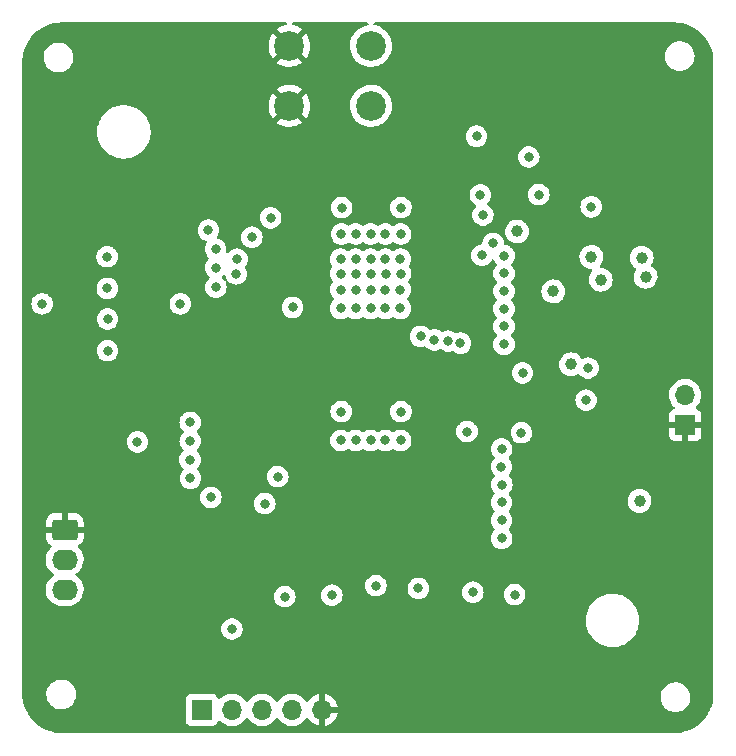
<source format=gbr>
%TF.GenerationSoftware,KiCad,Pcbnew,(6.0.0-0)*%
%TF.CreationDate,2022-06-10T19:58:52-07:00*%
%TF.ProjectId,bitaxe,62697461-7865-42e6-9b69-6361645f7063,rev?*%
%TF.SameCoordinates,Original*%
%TF.FileFunction,Copper,L2,Inr*%
%TF.FilePolarity,Positive*%
%FSLAX46Y46*%
G04 Gerber Fmt 4.6, Leading zero omitted, Abs format (unit mm)*
G04 Created by KiCad (PCBNEW (6.0.0-0)) date 2022-06-10 19:58:52*
%MOMM*%
%LPD*%
G01*
G04 APERTURE LIST*
G04 Aperture macros list*
%AMRoundRect*
0 Rectangle with rounded corners*
0 $1 Rounding radius*
0 $2 $3 $4 $5 $6 $7 $8 $9 X,Y pos of 4 corners*
0 Add a 4 corners polygon primitive as box body*
4,1,4,$2,$3,$4,$5,$6,$7,$8,$9,$2,$3,0*
0 Add four circle primitives for the rounded corners*
1,1,$1+$1,$2,$3*
1,1,$1+$1,$4,$5*
1,1,$1+$1,$6,$7*
1,1,$1+$1,$8,$9*
0 Add four rect primitives between the rounded corners*
20,1,$1+$1,$2,$3,$4,$5,0*
20,1,$1+$1,$4,$5,$6,$7,0*
20,1,$1+$1,$6,$7,$8,$9,0*
20,1,$1+$1,$8,$9,$2,$3,0*%
G04 Aperture macros list end*
%TA.AperFunction,ComponentPad*%
%ADD10O,2.190000X1.740000*%
%TD*%
%TA.AperFunction,ComponentPad*%
%ADD11RoundRect,0.250000X-0.845000X0.620000X-0.845000X-0.620000X0.845000X-0.620000X0.845000X0.620000X0*%
%TD*%
%TA.AperFunction,ComponentPad*%
%ADD12C,2.520000*%
%TD*%
%TA.AperFunction,ComponentPad*%
%ADD13O,1.700000X1.700000*%
%TD*%
%TA.AperFunction,ComponentPad*%
%ADD14R,1.700000X1.700000*%
%TD*%
%TA.AperFunction,ViaPad*%
%ADD15C,0.800000*%
%TD*%
%TA.AperFunction,ViaPad*%
%ADD16C,1.000000*%
%TD*%
G04 APERTURE END LIST*
D10*
%TO.N,/PWM*%
%TO.C,J5*%
X63350000Y-94680000D03*
%TO.N,/5V*%
X63350000Y-92140000D03*
D11*
%TO.N,GND*%
X63350000Y-89600000D03*
%TD*%
D12*
%TO.N,GND*%
%TO.C,J2*%
X82380000Y-48640000D03*
X82380000Y-53720000D03*
%TD*%
%TO.N,/VIN*%
%TO.C,J1*%
X89290000Y-53720000D03*
X89290000Y-48640000D03*
%TD*%
D13*
%TO.N,GND*%
%TO.C,J3*%
X85120000Y-104860000D03*
%TO.N,/RST_N*%
X82580000Y-104860000D03*
%TO.N,/RO*%
X80040000Y-104860000D03*
%TO.N,/CI*%
X77500000Y-104860000D03*
D14*
%TO.N,/1V8_2*%
X74960000Y-104860000D03*
%TD*%
%TO.N,GND*%
%TO.C,J4*%
X115890000Y-80745000D03*
D13*
%TO.N,/5V*%
X115890000Y-78205000D03*
%TD*%
D15*
%TO.N,Net-(IC1-Pad6)*%
X107930000Y-62270000D03*
%TO.N,Net-(IC1-Pad5)*%
X103490000Y-61240000D03*
%TO.N,Net-(IC1-Pad2)*%
X102640000Y-58050000D03*
%TO.N,Net-(IC1-Pad1)*%
X98220000Y-56290000D03*
%TO.N,/VIN*%
X91800000Y-64570000D03*
X86800000Y-62330000D03*
X87990000Y-64570000D03*
X86780000Y-64570000D03*
X90500000Y-64570000D03*
X89250000Y-64570000D03*
X91820000Y-62330000D03*
%TO.N,/A*%
X86710000Y-66700000D03*
D16*
X106220000Y-75610000D03*
X107950000Y-66510000D03*
D15*
X87990000Y-82050000D03*
X91800000Y-82050000D03*
X86710000Y-70870000D03*
X86710000Y-69280000D03*
X89245000Y-70870000D03*
X91780000Y-66700000D03*
X89250000Y-82050000D03*
X91780000Y-70870000D03*
X82640000Y-70780000D03*
X87997500Y-67930000D03*
X89265000Y-67930000D03*
X87977500Y-70870000D03*
X90512500Y-66700000D03*
X86740000Y-82050000D03*
X61440000Y-70480000D03*
X86730000Y-67930000D03*
D16*
X108730000Y-68440000D03*
D15*
X90512500Y-70870000D03*
X90512500Y-69280000D03*
X87977500Y-66700000D03*
X89245000Y-69280000D03*
X86760000Y-79610000D03*
X91800000Y-67930000D03*
X90500000Y-82050000D03*
X90532500Y-67930000D03*
X91820000Y-79610000D03*
X89245000Y-66700000D03*
X98680000Y-66370000D03*
X87977500Y-69280000D03*
X91780000Y-69280000D03*
D16*
X112200000Y-66580000D03*
D15*
%TO.N,GND*%
X86750000Y-85580000D03*
D16*
X108060000Y-88040000D03*
D15*
X89290000Y-84310000D03*
X86750000Y-86800000D03*
X91820000Y-85580000D03*
X91820000Y-86800000D03*
X90510000Y-86800000D03*
X86760000Y-84310000D03*
X91850000Y-88210000D03*
X89280000Y-85580000D03*
X88000000Y-85580000D03*
X89310000Y-88210000D03*
X88030000Y-88210000D03*
X90540000Y-88210000D03*
X89380000Y-98730000D03*
D16*
X105850000Y-80960000D03*
D15*
X89280000Y-86800000D03*
X83160000Y-88210000D03*
D16*
X106290000Y-92260000D03*
D15*
X90520000Y-84310000D03*
X90510000Y-85580000D03*
D16*
X80300000Y-80560000D03*
D15*
X91830000Y-84310000D03*
X86780000Y-88210000D03*
D16*
X75910000Y-88290000D03*
X112020000Y-85090000D03*
X99070000Y-78830000D03*
D15*
X88000000Y-86800000D03*
X69470000Y-85250000D03*
X97900000Y-84060000D03*
X88010000Y-84310000D03*
%TO.N,Net-(C8-Pad1)*%
X81390000Y-85120000D03*
%TO.N,Net-(C11-Pad1)*%
X80290000Y-87390000D03*
%TO.N,/CI*%
X77510000Y-98010000D03*
%TO.N,/0V8_2*%
X102020000Y-81400000D03*
%TO.N,/0V8_1*%
X99620000Y-65370000D03*
D16*
%TO.N,/1V8_1*%
X101650000Y-64360000D03*
X104720000Y-69430000D03*
D15*
%TO.N,/RST_N*%
X69510000Y-82170000D03*
D16*
%TO.N,/5V*%
X112020000Y-87170000D03*
X112530000Y-68180000D03*
D15*
%TO.N,Net-(IC1-Pad3)*%
X98540000Y-61260000D03*
%TO.N,Net-(IC1-Pad4)*%
X98760000Y-62970000D03*
%TO.N,Net-(C3-Pad1)*%
X73140000Y-70480000D03*
%TO.N,Net-(IC1-Pad25)*%
X76150000Y-69070000D03*
%TO.N,Net-(IC1-Pad26)*%
X76120000Y-67410000D03*
%TO.N,Net-(IC1-Pad27)*%
X96860000Y-73820000D03*
X77870000Y-67940000D03*
%TO.N,Net-(IC1-Pad28)*%
X77950000Y-66700000D03*
X95800000Y-73640000D03*
%TO.N,Net-(IC1-Pad29)*%
X76120000Y-65850000D03*
%TO.N,Net-(IC1-Pad30)*%
X79200000Y-64840000D03*
X94660000Y-73530000D03*
%TO.N,Net-(IC1-Pad31)*%
X75520000Y-64250000D03*
%TO.N,Net-(IC1-Pad32)*%
X93480000Y-73230000D03*
X80790000Y-63200000D03*
%TO.N,Net-(IC2-Pad4)*%
X97410000Y-81300000D03*
%TO.N,Net-(IC2-Pad6)*%
X102120000Y-76340000D03*
%TO.N,Net-(IC2-Pad27)*%
X75730000Y-86870000D03*
%TO.N,Net-(IC2-Pad29)*%
X74000000Y-85250000D03*
%TO.N,Net-(IC2-Pad30)*%
X73960000Y-83690000D03*
%TO.N,Net-(IC2-Pad31)*%
X73980000Y-82100000D03*
%TO.N,Net-(IC2-Pad32)*%
X73980000Y-80530000D03*
%TO.N,Net-(IC1-Pad9)*%
X100550000Y-66400000D03*
%TO.N,Net-(IC1-Pad10)*%
X100550000Y-67910000D03*
%TO.N,Net-(IC1-Pad11)*%
X100550000Y-69400000D03*
%TO.N,Net-(IC1-Pad12)*%
X100550000Y-70910000D03*
%TO.N,Net-(IC1-Pad13)*%
X100550000Y-72400000D03*
%TO.N,Net-(IC1-Pad14)*%
X100550000Y-73910000D03*
%TO.N,Net-(IC1-Pad15)*%
X107500000Y-78630000D03*
%TO.N,Net-(IC1-Pad16)*%
X107660000Y-75920000D03*
%TO.N,Net-(IC2-Pad9)*%
X100350000Y-82770000D03*
%TO.N,Net-(IC2-Pad10)*%
X100330000Y-84280000D03*
%TO.N,Net-(IC2-Pad11)*%
X100360000Y-85790000D03*
%TO.N,Net-(IC2-Pad12)*%
X100340000Y-87300000D03*
%TO.N,Net-(IC2-Pad13)*%
X100340000Y-88820000D03*
%TO.N,Net-(IC2-Pad14)*%
X100350000Y-90330000D03*
%TO.N,Net-(IC2-Pad15)*%
X101450000Y-95110000D03*
%TO.N,Net-(IC2-Pad16)*%
X97910000Y-94900000D03*
%TO.N,Net-(IC1-Pad20)*%
X66980000Y-74456667D03*
%TO.N,Net-(IC1-Pad21)*%
X66980000Y-71766667D03*
%TO.N,Net-(IC1-Pad22)*%
X66960000Y-69176667D03*
%TO.N,Net-(IC1-Pad23)*%
X66940000Y-66496667D03*
%TO.N,Net-(IC2-Pad20)*%
X93290000Y-94580000D03*
%TO.N,Net-(IC2-Pad21)*%
X89700000Y-94340000D03*
%TO.N,Net-(IC2-Pad22)*%
X85970000Y-95150000D03*
%TO.N,Net-(IC2-Pad23)*%
X81990000Y-95280000D03*
%TD*%
%TA.AperFunction,Conductor*%
%TO.N,GND*%
G36*
X82048000Y-46647640D02*
G01*
X82116120Y-46667643D01*
X82162612Y-46721299D01*
X82172715Y-46791573D01*
X82143222Y-46856153D01*
X82083495Y-46894537D01*
X82064990Y-46898489D01*
X82016020Y-46905154D01*
X82006885Y-46907095D01*
X81763590Y-46978010D01*
X81754847Y-46981279D01*
X81524699Y-47087379D01*
X81516544Y-47091899D01*
X81335130Y-47210839D01*
X81325993Y-47221580D01*
X81330566Y-47231356D01*
X82367188Y-48267978D01*
X82381132Y-48275592D01*
X82382965Y-48275461D01*
X82389580Y-48271210D01*
X83425605Y-47235185D01*
X83431989Y-47223495D01*
X83422577Y-47211385D01*
X83283678Y-47115028D01*
X83275660Y-47110305D01*
X83048348Y-46998206D01*
X83039716Y-46994719D01*
X82798334Y-46917452D01*
X82789284Y-46915279D01*
X82683244Y-46898010D01*
X82619224Y-46867318D01*
X82581960Y-46806887D01*
X82583283Y-46735903D01*
X82622773Y-46676902D01*
X82687893Y-46648618D01*
X82703498Y-46647648D01*
X88953740Y-46647716D01*
X89021861Y-46667719D01*
X89068353Y-46721375D01*
X89078456Y-46791649D01*
X89048963Y-46856229D01*
X88989236Y-46894613D01*
X88970732Y-46898565D01*
X88921277Y-46905295D01*
X88916787Y-46906604D01*
X88916781Y-46906605D01*
X88819841Y-46934861D01*
X88668922Y-46978850D01*
X88664675Y-46980808D01*
X88664672Y-46980809D01*
X88574537Y-47022362D01*
X88430210Y-47088898D01*
X88398221Y-47109871D01*
X88214300Y-47230454D01*
X88214295Y-47230458D01*
X88210387Y-47233020D01*
X88014280Y-47408052D01*
X87846200Y-47610147D01*
X87709836Y-47834866D01*
X87708027Y-47839180D01*
X87708025Y-47839184D01*
X87628355Y-48029177D01*
X87608187Y-48077273D01*
X87543484Y-48332042D01*
X87517149Y-48593576D01*
X87517373Y-48598243D01*
X87517373Y-48598248D01*
X87519605Y-48644708D01*
X87529760Y-48856130D01*
X87581041Y-49113936D01*
X87669865Y-49361331D01*
X87672081Y-49365455D01*
X87791922Y-49588490D01*
X87794280Y-49592879D01*
X87797075Y-49596622D01*
X87797077Y-49596625D01*
X87948762Y-49799756D01*
X87948767Y-49799762D01*
X87951554Y-49803494D01*
X87954863Y-49806774D01*
X87954868Y-49806780D01*
X88134914Y-49985261D01*
X88138231Y-49988549D01*
X88141993Y-49991307D01*
X88141996Y-49991310D01*
X88308492Y-50113390D01*
X88350210Y-50143979D01*
X88354341Y-50146153D01*
X88354342Y-50146153D01*
X88578700Y-50264193D01*
X88578706Y-50264195D01*
X88582835Y-50266368D01*
X88587243Y-50267907D01*
X88587249Y-50267910D01*
X88825193Y-50351004D01*
X88830995Y-50353030D01*
X88835588Y-50353902D01*
X89084650Y-50401188D01*
X89084653Y-50401188D01*
X89089239Y-50402059D01*
X89220566Y-50407219D01*
X89347225Y-50412196D01*
X89347231Y-50412196D01*
X89351893Y-50412379D01*
X89613187Y-50383762D01*
X89617698Y-50382574D01*
X89617700Y-50382574D01*
X89862859Y-50318029D01*
X89862861Y-50318028D01*
X89867382Y-50316838D01*
X89872780Y-50314519D01*
X90104598Y-50214922D01*
X90104600Y-50214921D01*
X90108892Y-50213077D01*
X90220553Y-50143979D01*
X90328440Y-50077217D01*
X90328444Y-50077214D01*
X90332413Y-50074758D01*
X90381281Y-50033388D01*
X90529467Y-49907940D01*
X90529469Y-49907938D01*
X90533034Y-49904920D01*
X90706347Y-49707294D01*
X90717442Y-49690046D01*
X90814154Y-49539690D01*
X114157037Y-49539690D01*
X114184025Y-49762715D01*
X114250082Y-49977435D01*
X114252652Y-49982415D01*
X114252654Y-49982419D01*
X114336944Y-50145728D01*
X114353118Y-50177064D01*
X114489877Y-50355292D01*
X114656036Y-50506485D01*
X114660783Y-50509463D01*
X114660786Y-50509465D01*
X114789229Y-50590036D01*
X114846344Y-50625864D01*
X115054783Y-50709656D01*
X115274767Y-50755213D01*
X115279378Y-50755479D01*
X115279379Y-50755479D01*
X115329952Y-50758395D01*
X115329956Y-50758395D01*
X115331775Y-50758500D01*
X115476999Y-50758500D01*
X115479786Y-50758251D01*
X115479792Y-50758251D01*
X115549929Y-50751991D01*
X115643762Y-50743617D01*
X115649176Y-50742136D01*
X115649181Y-50742135D01*
X115776912Y-50707191D01*
X115860451Y-50684337D01*
X115865509Y-50681925D01*
X115865513Y-50681923D01*
X115983042Y-50625864D01*
X116063218Y-50587622D01*
X116245654Y-50456529D01*
X116379870Y-50318029D01*
X116398089Y-50299229D01*
X116398091Y-50299226D01*
X116401992Y-50295201D01*
X116527290Y-50108738D01*
X116617588Y-49903033D01*
X116639913Y-49810046D01*
X116668722Y-49690046D01*
X116668722Y-49690045D01*
X116670032Y-49684589D01*
X116678710Y-49534083D01*
X116682640Y-49465917D01*
X116682640Y-49465914D01*
X116682963Y-49460310D01*
X116655975Y-49237285D01*
X116589918Y-49022565D01*
X116584477Y-49012022D01*
X116489454Y-48827919D01*
X116489454Y-48827918D01*
X116486882Y-48822936D01*
X116350123Y-48644708D01*
X116183964Y-48493515D01*
X116179217Y-48490537D01*
X116179214Y-48490535D01*
X115998405Y-48377115D01*
X115993656Y-48374136D01*
X115785217Y-48290344D01*
X115565233Y-48244787D01*
X115560622Y-48244521D01*
X115560621Y-48244521D01*
X115510048Y-48241605D01*
X115510044Y-48241605D01*
X115508225Y-48241500D01*
X115363001Y-48241500D01*
X115360214Y-48241749D01*
X115360208Y-48241749D01*
X115290071Y-48248009D01*
X115196238Y-48256383D01*
X115190824Y-48257864D01*
X115190819Y-48257865D01*
X115126022Y-48275592D01*
X114979549Y-48315663D01*
X114974491Y-48318075D01*
X114974487Y-48318077D01*
X114883450Y-48361500D01*
X114776782Y-48412378D01*
X114594346Y-48543471D01*
X114590439Y-48547503D01*
X114478058Y-48663471D01*
X114438008Y-48704799D01*
X114312710Y-48891262D01*
X114222412Y-49096967D01*
X114221103Y-49102418D01*
X114221102Y-49102422D01*
X114171362Y-49309603D01*
X114169968Y-49315411D01*
X114157037Y-49539690D01*
X90814154Y-49539690D01*
X90846018Y-49490151D01*
X90848546Y-49486221D01*
X90956506Y-49246559D01*
X90957827Y-49241877D01*
X90992708Y-49118197D01*
X91027856Y-48993571D01*
X91045341Y-48856130D01*
X91060631Y-48735946D01*
X91060631Y-48735942D01*
X91061029Y-48732816D01*
X91061113Y-48729633D01*
X91062739Y-48667503D01*
X91063459Y-48640000D01*
X91056042Y-48540195D01*
X91044325Y-48382518D01*
X91044324Y-48382514D01*
X91043979Y-48377866D01*
X91042662Y-48372043D01*
X90986998Y-48126048D01*
X90985967Y-48121491D01*
X90968772Y-48077273D01*
X90892391Y-47880859D01*
X90892390Y-47880857D01*
X90890698Y-47876506D01*
X90760264Y-47648294D01*
X90597531Y-47441868D01*
X90406074Y-47261764D01*
X90190098Y-47111936D01*
X90185911Y-47109871D01*
X89958535Y-46997741D01*
X89958531Y-46997740D01*
X89954349Y-46995677D01*
X89704006Y-46915542D01*
X89699405Y-46914793D01*
X89699402Y-46914792D01*
X89609971Y-46900228D01*
X89596815Y-46898085D01*
X89532796Y-46867393D01*
X89495532Y-46806961D01*
X89496856Y-46735977D01*
X89536346Y-46676977D01*
X89601465Y-46648693D01*
X89617069Y-46647723D01*
X98323624Y-46647818D01*
X114880667Y-46647999D01*
X114900051Y-46649499D01*
X114914858Y-46651805D01*
X114914862Y-46651805D01*
X114923731Y-46653186D01*
X114942412Y-46650743D01*
X114965343Y-46649852D01*
X115273786Y-46666017D01*
X115286892Y-46667394D01*
X115528260Y-46705623D01*
X115620398Y-46720216D01*
X115633298Y-46722958D01*
X115959452Y-46810351D01*
X115971995Y-46814427D01*
X116287213Y-46935428D01*
X116299262Y-46940792D01*
X116600118Y-47094086D01*
X116611539Y-47100680D01*
X116894724Y-47284582D01*
X116905394Y-47292335D01*
X117167796Y-47504824D01*
X117177597Y-47513649D01*
X117416352Y-47752404D01*
X117425177Y-47762205D01*
X117637666Y-48024607D01*
X117645419Y-48035277D01*
X117829321Y-48318462D01*
X117835915Y-48329883D01*
X117989209Y-48630739D01*
X117994573Y-48642788D01*
X118115574Y-48958006D01*
X118119650Y-48970548D01*
X118128758Y-49004539D01*
X118207043Y-49296703D01*
X118209785Y-49309603D01*
X118255245Y-49596625D01*
X118262606Y-49643103D01*
X118263984Y-49656215D01*
X118277189Y-49908170D01*
X118279765Y-49957329D01*
X118278437Y-49983312D01*
X118278196Y-49984856D01*
X118278196Y-49984860D01*
X118276815Y-49993730D01*
X118277979Y-50002632D01*
X118277979Y-50002635D01*
X118280937Y-50025251D01*
X118282001Y-50041589D01*
X118282000Y-103440672D01*
X118280500Y-103460056D01*
X118276814Y-103483730D01*
X118278972Y-103500228D01*
X118279257Y-103502410D01*
X118280148Y-103525342D01*
X118268358Y-103750310D01*
X118263983Y-103833781D01*
X118262606Y-103846891D01*
X118224377Y-104088259D01*
X118209784Y-104180397D01*
X118207042Y-104193297D01*
X118119649Y-104519451D01*
X118115573Y-104531993D01*
X118073788Y-104640847D01*
X117994572Y-104847212D01*
X117989208Y-104859261D01*
X117835914Y-105160117D01*
X117829320Y-105171538D01*
X117645418Y-105454723D01*
X117637665Y-105465393D01*
X117425176Y-105727795D01*
X117416351Y-105737596D01*
X117177596Y-105976351D01*
X117167795Y-105985176D01*
X116905393Y-106197665D01*
X116894723Y-106205418D01*
X116611538Y-106389320D01*
X116600117Y-106395914D01*
X116299261Y-106549208D01*
X116287212Y-106554572D01*
X115971994Y-106675573D01*
X115959451Y-106679649D01*
X115633297Y-106767042D01*
X115620397Y-106769784D01*
X115528259Y-106784377D01*
X115286891Y-106822606D01*
X115273785Y-106823983D01*
X114972667Y-106839764D01*
X114946688Y-106838436D01*
X114945144Y-106838195D01*
X114945140Y-106838195D01*
X114936270Y-106836814D01*
X114927369Y-106837978D01*
X114927365Y-106837978D01*
X114904742Y-106840937D01*
X114888405Y-106842001D01*
X91255467Y-106842260D01*
X63158753Y-106842567D01*
X63139372Y-106841067D01*
X63130284Y-106839652D01*
X63124573Y-106838763D01*
X63124572Y-106838763D01*
X63115702Y-106837382D01*
X63097021Y-106839825D01*
X63074090Y-106840716D01*
X62765647Y-106824551D01*
X62752541Y-106823174D01*
X62511173Y-106784945D01*
X62419035Y-106770352D01*
X62406135Y-106767610D01*
X62079981Y-106680217D01*
X62067438Y-106676141D01*
X61752220Y-106555140D01*
X61740171Y-106549776D01*
X61439315Y-106396482D01*
X61427894Y-106389888D01*
X61144709Y-106205986D01*
X61134039Y-106198233D01*
X60871637Y-105985744D01*
X60861836Y-105976919D01*
X60643051Y-105758134D01*
X73601500Y-105758134D01*
X73608255Y-105820316D01*
X73659385Y-105956705D01*
X73746739Y-106073261D01*
X73863295Y-106160615D01*
X73999684Y-106211745D01*
X74061866Y-106218500D01*
X75858134Y-106218500D01*
X75920316Y-106211745D01*
X76056705Y-106160615D01*
X76173261Y-106073261D01*
X76260615Y-105956705D01*
X76282799Y-105897529D01*
X76304598Y-105839382D01*
X76347240Y-105782618D01*
X76413802Y-105757918D01*
X76483150Y-105773126D01*
X76517817Y-105801114D01*
X76546250Y-105833938D01*
X76718126Y-105976632D01*
X76911000Y-106089338D01*
X77119692Y-106169030D01*
X77124760Y-106170061D01*
X77124763Y-106170062D01*
X77219862Y-106189410D01*
X77338597Y-106213567D01*
X77343772Y-106213757D01*
X77343774Y-106213757D01*
X77556673Y-106221564D01*
X77556677Y-106221564D01*
X77561837Y-106221753D01*
X77566957Y-106221097D01*
X77566959Y-106221097D01*
X77778288Y-106194025D01*
X77778289Y-106194025D01*
X77783416Y-106193368D01*
X77788366Y-106191883D01*
X77992429Y-106130661D01*
X77992434Y-106130659D01*
X77997384Y-106129174D01*
X78197994Y-106030896D01*
X78379860Y-105901173D01*
X78538096Y-105743489D01*
X78541923Y-105738164D01*
X78668453Y-105562077D01*
X78669776Y-105563028D01*
X78716645Y-105519857D01*
X78786580Y-105507625D01*
X78852026Y-105535144D01*
X78879875Y-105566994D01*
X78939987Y-105665088D01*
X79086250Y-105833938D01*
X79258126Y-105976632D01*
X79451000Y-106089338D01*
X79659692Y-106169030D01*
X79664760Y-106170061D01*
X79664763Y-106170062D01*
X79759862Y-106189410D01*
X79878597Y-106213567D01*
X79883772Y-106213757D01*
X79883774Y-106213757D01*
X80096673Y-106221564D01*
X80096677Y-106221564D01*
X80101837Y-106221753D01*
X80106957Y-106221097D01*
X80106959Y-106221097D01*
X80318288Y-106194025D01*
X80318289Y-106194025D01*
X80323416Y-106193368D01*
X80328366Y-106191883D01*
X80532429Y-106130661D01*
X80532434Y-106130659D01*
X80537384Y-106129174D01*
X80737994Y-106030896D01*
X80919860Y-105901173D01*
X81078096Y-105743489D01*
X81081923Y-105738164D01*
X81208453Y-105562077D01*
X81209776Y-105563028D01*
X81256645Y-105519857D01*
X81326580Y-105507625D01*
X81392026Y-105535144D01*
X81419875Y-105566994D01*
X81479987Y-105665088D01*
X81626250Y-105833938D01*
X81798126Y-105976632D01*
X81991000Y-106089338D01*
X82199692Y-106169030D01*
X82204760Y-106170061D01*
X82204763Y-106170062D01*
X82299862Y-106189410D01*
X82418597Y-106213567D01*
X82423772Y-106213757D01*
X82423774Y-106213757D01*
X82636673Y-106221564D01*
X82636677Y-106221564D01*
X82641837Y-106221753D01*
X82646957Y-106221097D01*
X82646959Y-106221097D01*
X82858288Y-106194025D01*
X82858289Y-106194025D01*
X82863416Y-106193368D01*
X82868366Y-106191883D01*
X83072429Y-106130661D01*
X83072434Y-106130659D01*
X83077384Y-106129174D01*
X83277994Y-106030896D01*
X83459860Y-105901173D01*
X83618096Y-105743489D01*
X83621923Y-105738164D01*
X83748453Y-105562077D01*
X83749640Y-105562930D01*
X83796960Y-105519362D01*
X83866897Y-105507145D01*
X83932338Y-105534678D01*
X83960166Y-105566511D01*
X84017694Y-105660388D01*
X84023777Y-105668699D01*
X84163213Y-105829667D01*
X84170580Y-105836883D01*
X84334434Y-105972916D01*
X84342881Y-105978831D01*
X84526756Y-106086279D01*
X84536042Y-106090729D01*
X84735001Y-106166703D01*
X84744899Y-106169579D01*
X84848250Y-106190606D01*
X84862299Y-106189410D01*
X84866000Y-106179065D01*
X84866000Y-106178517D01*
X85374000Y-106178517D01*
X85378064Y-106192359D01*
X85391478Y-106194393D01*
X85398184Y-106193534D01*
X85408262Y-106191392D01*
X85612255Y-106130191D01*
X85621842Y-106126433D01*
X85813095Y-106032739D01*
X85821945Y-106027464D01*
X85995328Y-105903792D01*
X86003200Y-105897139D01*
X86154052Y-105746812D01*
X86160730Y-105738965D01*
X86285003Y-105566020D01*
X86290313Y-105557183D01*
X86384670Y-105366267D01*
X86388469Y-105356672D01*
X86450377Y-105152910D01*
X86452555Y-105142837D01*
X86453986Y-105131962D01*
X86451775Y-105117778D01*
X86438617Y-105114000D01*
X85392115Y-105114000D01*
X85376876Y-105118475D01*
X85375671Y-105119865D01*
X85374000Y-105127548D01*
X85374000Y-106178517D01*
X84866000Y-106178517D01*
X84866000Y-104587885D01*
X85374000Y-104587885D01*
X85378475Y-104603124D01*
X85379865Y-104604329D01*
X85387548Y-104606000D01*
X86438344Y-104606000D01*
X86451875Y-104602027D01*
X86453180Y-104592947D01*
X86411214Y-104425875D01*
X86407894Y-104416124D01*
X86322972Y-104220814D01*
X86318105Y-104211739D01*
X86202426Y-104032926D01*
X86196136Y-104024757D01*
X86052806Y-103867240D01*
X86045273Y-103860215D01*
X86006621Y-103829690D01*
X113797037Y-103829690D01*
X113824025Y-104052715D01*
X113890082Y-104267435D01*
X113892652Y-104272415D01*
X113892654Y-104272419D01*
X113957852Y-104398738D01*
X113993118Y-104467064D01*
X114129877Y-104645292D01*
X114296036Y-104796485D01*
X114300783Y-104799463D01*
X114300786Y-104799465D01*
X114429229Y-104880036D01*
X114486344Y-104915864D01*
X114694783Y-104999656D01*
X114914767Y-105045213D01*
X114919378Y-105045479D01*
X114919379Y-105045479D01*
X114969952Y-105048395D01*
X114969956Y-105048395D01*
X114971775Y-105048500D01*
X115116999Y-105048500D01*
X115119786Y-105048251D01*
X115119792Y-105048251D01*
X115189929Y-105041991D01*
X115283762Y-105033617D01*
X115289176Y-105032136D01*
X115289181Y-105032135D01*
X115416912Y-104997191D01*
X115500451Y-104974337D01*
X115505509Y-104971925D01*
X115505513Y-104971923D01*
X115623042Y-104915864D01*
X115703218Y-104877622D01*
X115885654Y-104746529D01*
X115988853Y-104640036D01*
X116038089Y-104589229D01*
X116038091Y-104589226D01*
X116041992Y-104585201D01*
X116167290Y-104398738D01*
X116257588Y-104193033D01*
X116258920Y-104187488D01*
X116308722Y-103980046D01*
X116308722Y-103980045D01*
X116310032Y-103974589D01*
X116316626Y-103860215D01*
X116322640Y-103755917D01*
X116322640Y-103755914D01*
X116322963Y-103750310D01*
X116295975Y-103527285D01*
X116229918Y-103312565D01*
X116164798Y-103186396D01*
X116129454Y-103117919D01*
X116129454Y-103117918D01*
X116126882Y-103112936D01*
X115990123Y-102934708D01*
X115823964Y-102783515D01*
X115819217Y-102780537D01*
X115819214Y-102780535D01*
X115710776Y-102712513D01*
X115633656Y-102664136D01*
X115425217Y-102580344D01*
X115205233Y-102534787D01*
X115200622Y-102534521D01*
X115200621Y-102534521D01*
X115150048Y-102531605D01*
X115150044Y-102531605D01*
X115148225Y-102531500D01*
X115003001Y-102531500D01*
X115000214Y-102531749D01*
X115000208Y-102531749D01*
X114930071Y-102538009D01*
X114836238Y-102546383D01*
X114830824Y-102547864D01*
X114830819Y-102547865D01*
X114716262Y-102579205D01*
X114619549Y-102605663D01*
X114614491Y-102608075D01*
X114614487Y-102608077D01*
X114518166Y-102654020D01*
X114416782Y-102702378D01*
X114234346Y-102833471D01*
X114078008Y-102994799D01*
X113952710Y-103181262D01*
X113862412Y-103386967D01*
X113861103Y-103392418D01*
X113861102Y-103392422D01*
X113821018Y-103559385D01*
X113809968Y-103605411D01*
X113807585Y-103646739D01*
X113797707Y-103818077D01*
X113797037Y-103829690D01*
X86006621Y-103829690D01*
X85878139Y-103728222D01*
X85869552Y-103722517D01*
X85683117Y-103619599D01*
X85673705Y-103615369D01*
X85472959Y-103544280D01*
X85462988Y-103541646D01*
X85391837Y-103528972D01*
X85378540Y-103530432D01*
X85374000Y-103544989D01*
X85374000Y-104587885D01*
X84866000Y-104587885D01*
X84866000Y-103543102D01*
X84862082Y-103529758D01*
X84847806Y-103527771D01*
X84809324Y-103533660D01*
X84799288Y-103536051D01*
X84596868Y-103602212D01*
X84587359Y-103606209D01*
X84398463Y-103704542D01*
X84389738Y-103710036D01*
X84219433Y-103837905D01*
X84211726Y-103844748D01*
X84064590Y-103998717D01*
X84058109Y-104006722D01*
X83953498Y-104160074D01*
X83898587Y-104205076D01*
X83828062Y-104213247D01*
X83764315Y-104181993D01*
X83743618Y-104157509D01*
X83662822Y-104032617D01*
X83662820Y-104032614D01*
X83660014Y-104028277D01*
X83509670Y-103863051D01*
X83505619Y-103859852D01*
X83505615Y-103859848D01*
X83338414Y-103727800D01*
X83338410Y-103727798D01*
X83334359Y-103724598D01*
X83298028Y-103704542D01*
X83282136Y-103695769D01*
X83138789Y-103616638D01*
X83133920Y-103614914D01*
X83133916Y-103614912D01*
X82933087Y-103543795D01*
X82933083Y-103543794D01*
X82928212Y-103542069D01*
X82923119Y-103541162D01*
X82923116Y-103541161D01*
X82713373Y-103503800D01*
X82713367Y-103503799D01*
X82708284Y-103502894D01*
X82634452Y-103501992D01*
X82490081Y-103500228D01*
X82490079Y-103500228D01*
X82484911Y-103500165D01*
X82264091Y-103533955D01*
X82051756Y-103603357D01*
X81853607Y-103706507D01*
X81849474Y-103709610D01*
X81849471Y-103709612D01*
X81683337Y-103834349D01*
X81674965Y-103840635D01*
X81671393Y-103844373D01*
X81541741Y-103980046D01*
X81520629Y-104002138D01*
X81413201Y-104159621D01*
X81358293Y-104204621D01*
X81287768Y-104212792D01*
X81224021Y-104181538D01*
X81203324Y-104157054D01*
X81122822Y-104032617D01*
X81122820Y-104032614D01*
X81120014Y-104028277D01*
X80969670Y-103863051D01*
X80965619Y-103859852D01*
X80965615Y-103859848D01*
X80798414Y-103727800D01*
X80798410Y-103727798D01*
X80794359Y-103724598D01*
X80758028Y-103704542D01*
X80742136Y-103695769D01*
X80598789Y-103616638D01*
X80593920Y-103614914D01*
X80593916Y-103614912D01*
X80393087Y-103543795D01*
X80393083Y-103543794D01*
X80388212Y-103542069D01*
X80383119Y-103541162D01*
X80383116Y-103541161D01*
X80173373Y-103503800D01*
X80173367Y-103503799D01*
X80168284Y-103502894D01*
X80094452Y-103501992D01*
X79950081Y-103500228D01*
X79950079Y-103500228D01*
X79944911Y-103500165D01*
X79724091Y-103533955D01*
X79511756Y-103603357D01*
X79313607Y-103706507D01*
X79309474Y-103709610D01*
X79309471Y-103709612D01*
X79143337Y-103834349D01*
X79134965Y-103840635D01*
X79131393Y-103844373D01*
X79001741Y-103980046D01*
X78980629Y-104002138D01*
X78873201Y-104159621D01*
X78818293Y-104204621D01*
X78747768Y-104212792D01*
X78684021Y-104181538D01*
X78663324Y-104157054D01*
X78582822Y-104032617D01*
X78582820Y-104032614D01*
X78580014Y-104028277D01*
X78429670Y-103863051D01*
X78425619Y-103859852D01*
X78425615Y-103859848D01*
X78258414Y-103727800D01*
X78258410Y-103727798D01*
X78254359Y-103724598D01*
X78218028Y-103704542D01*
X78202136Y-103695769D01*
X78058789Y-103616638D01*
X78053920Y-103614914D01*
X78053916Y-103614912D01*
X77853087Y-103543795D01*
X77853083Y-103543794D01*
X77848212Y-103542069D01*
X77843119Y-103541162D01*
X77843116Y-103541161D01*
X77633373Y-103503800D01*
X77633367Y-103503799D01*
X77628284Y-103502894D01*
X77554452Y-103501992D01*
X77410081Y-103500228D01*
X77410079Y-103500228D01*
X77404911Y-103500165D01*
X77184091Y-103533955D01*
X76971756Y-103603357D01*
X76773607Y-103706507D01*
X76769474Y-103709610D01*
X76769471Y-103709612D01*
X76603337Y-103834349D01*
X76594965Y-103840635D01*
X76538537Y-103899684D01*
X76514283Y-103925064D01*
X76452759Y-103960494D01*
X76381846Y-103957037D01*
X76324060Y-103915791D01*
X76305207Y-103882243D01*
X76263767Y-103771703D01*
X76260615Y-103763295D01*
X76173261Y-103646739D01*
X76056705Y-103559385D01*
X75920316Y-103508255D01*
X75858134Y-103501500D01*
X74061866Y-103501500D01*
X73999684Y-103508255D01*
X73863295Y-103559385D01*
X73746739Y-103646739D01*
X73659385Y-103763295D01*
X73608255Y-103899684D01*
X73605498Y-103925064D01*
X73601902Y-103958170D01*
X73601500Y-103961866D01*
X73601500Y-105758134D01*
X60643051Y-105758134D01*
X60623081Y-105738164D01*
X60614256Y-105728363D01*
X60401767Y-105465961D01*
X60394014Y-105455291D01*
X60210112Y-105172106D01*
X60203518Y-105160685D01*
X60050224Y-104859829D01*
X60044860Y-104847780D01*
X59923859Y-104532562D01*
X59919783Y-104520019D01*
X59832390Y-104193865D01*
X59829648Y-104180965D01*
X59797826Y-103980046D01*
X59776826Y-103847459D01*
X59775449Y-103834349D01*
X59771725Y-103763295D01*
X59762627Y-103589690D01*
X61797037Y-103589690D01*
X61824025Y-103812715D01*
X61890082Y-104027435D01*
X61892652Y-104032415D01*
X61892654Y-104032419D01*
X61987325Y-104215840D01*
X61993118Y-104227064D01*
X62129877Y-104405292D01*
X62296036Y-104556485D01*
X62300783Y-104559463D01*
X62300786Y-104559465D01*
X62443616Y-104649061D01*
X62486344Y-104675864D01*
X62694783Y-104759656D01*
X62914767Y-104805213D01*
X62919378Y-104805479D01*
X62919379Y-104805479D01*
X62969952Y-104808395D01*
X62969956Y-104808395D01*
X62971775Y-104808500D01*
X63116999Y-104808500D01*
X63119786Y-104808251D01*
X63119792Y-104808251D01*
X63189929Y-104801991D01*
X63283762Y-104793617D01*
X63289176Y-104792136D01*
X63289181Y-104792135D01*
X63443910Y-104749805D01*
X63500451Y-104734337D01*
X63505509Y-104731925D01*
X63505513Y-104731923D01*
X63623042Y-104675864D01*
X63703218Y-104637622D01*
X63885654Y-104506529D01*
X64041992Y-104345201D01*
X64167290Y-104158738D01*
X64257588Y-103953033D01*
X64272173Y-103892285D01*
X64308722Y-103740046D01*
X64308722Y-103740045D01*
X64310032Y-103734589D01*
X64316662Y-103619599D01*
X64322640Y-103515917D01*
X64322640Y-103515914D01*
X64322963Y-103510310D01*
X64295975Y-103287285D01*
X64229918Y-103072565D01*
X64164798Y-102946396D01*
X64129454Y-102877919D01*
X64129454Y-102877918D01*
X64126882Y-102872936D01*
X63990123Y-102694708D01*
X63823964Y-102543515D01*
X63819217Y-102540537D01*
X63819214Y-102540535D01*
X63638405Y-102427115D01*
X63633656Y-102424136D01*
X63425217Y-102340344D01*
X63205233Y-102294787D01*
X63200622Y-102294521D01*
X63200621Y-102294521D01*
X63150048Y-102291605D01*
X63150044Y-102291605D01*
X63148225Y-102291500D01*
X63003001Y-102291500D01*
X63000214Y-102291749D01*
X63000208Y-102291749D01*
X62930071Y-102298009D01*
X62836238Y-102306383D01*
X62830824Y-102307864D01*
X62830819Y-102307865D01*
X62716262Y-102339205D01*
X62619549Y-102365663D01*
X62614491Y-102368075D01*
X62614487Y-102368077D01*
X62518165Y-102414021D01*
X62416782Y-102462378D01*
X62234346Y-102593471D01*
X62222531Y-102605663D01*
X62128808Y-102702378D01*
X62078008Y-102754799D01*
X61952710Y-102941262D01*
X61862412Y-103146967D01*
X61809968Y-103365411D01*
X61809645Y-103371016D01*
X61798474Y-103564771D01*
X61797037Y-103589690D01*
X59762627Y-103589690D01*
X59759668Y-103533235D01*
X59760996Y-103507256D01*
X59761237Y-103505712D01*
X59761237Y-103505708D01*
X59762618Y-103496838D01*
X59760159Y-103478029D01*
X59758496Y-103465317D01*
X59757432Y-103448979D01*
X59757432Y-98010000D01*
X76596496Y-98010000D01*
X76597186Y-98016565D01*
X76608799Y-98127052D01*
X76616458Y-98199928D01*
X76675473Y-98381556D01*
X76678776Y-98387278D01*
X76678777Y-98387279D01*
X76712686Y-98446010D01*
X76770960Y-98546944D01*
X76898747Y-98688866D01*
X77053248Y-98801118D01*
X77059276Y-98803802D01*
X77059278Y-98803803D01*
X77216329Y-98873726D01*
X77227712Y-98878794D01*
X77321113Y-98898647D01*
X77408056Y-98917128D01*
X77408061Y-98917128D01*
X77414513Y-98918500D01*
X77605487Y-98918500D01*
X77611939Y-98917128D01*
X77611944Y-98917128D01*
X77698887Y-98898647D01*
X77792288Y-98878794D01*
X77803671Y-98873726D01*
X77960722Y-98803803D01*
X77960724Y-98803802D01*
X77966752Y-98801118D01*
X78121253Y-98688866D01*
X78249040Y-98546944D01*
X78307314Y-98446010D01*
X78341223Y-98387279D01*
X78341224Y-98387278D01*
X78344527Y-98381556D01*
X78403542Y-98199928D01*
X78411202Y-98127052D01*
X78422814Y-98016565D01*
X78423504Y-98010000D01*
X78403542Y-97820072D01*
X78344527Y-97638444D01*
X78249040Y-97473056D01*
X78126899Y-97337404D01*
X107466941Y-97337404D01*
X107493091Y-97636292D01*
X107494001Y-97640364D01*
X107494002Y-97640369D01*
X107557628Y-97925016D01*
X107558540Y-97929095D01*
X107662140Y-98210671D01*
X107664084Y-98214359D01*
X107664088Y-98214367D01*
X107760805Y-98397807D01*
X107802069Y-98476071D01*
X107975871Y-98720633D01*
X108180490Y-98940061D01*
X108412333Y-99130498D01*
X108667325Y-99288600D01*
X108940988Y-99411589D01*
X109115368Y-99463574D01*
X109224514Y-99496112D01*
X109224516Y-99496112D01*
X109228513Y-99497304D01*
X109232633Y-99497957D01*
X109232635Y-99497957D01*
X109351509Y-99516785D01*
X109524848Y-99544239D01*
X109567577Y-99546179D01*
X109617262Y-99548436D01*
X109617281Y-99548436D01*
X109618681Y-99548500D01*
X109806107Y-99548500D01*
X110029370Y-99533671D01*
X110033464Y-99532846D01*
X110033468Y-99532845D01*
X110174513Y-99504405D01*
X110323480Y-99474368D01*
X110607163Y-99376688D01*
X110610896Y-99374819D01*
X110610900Y-99374817D01*
X110871691Y-99244222D01*
X110871693Y-99244221D01*
X110875435Y-99242347D01*
X111123584Y-99073706D01*
X111347248Y-98873726D01*
X111349966Y-98870555D01*
X111539779Y-98649097D01*
X111539782Y-98649093D01*
X111542499Y-98645923D01*
X111544773Y-98642421D01*
X111544777Y-98642416D01*
X111703628Y-98397807D01*
X111703631Y-98397802D01*
X111705907Y-98394297D01*
X111709240Y-98387279D01*
X111832804Y-98127052D01*
X111834600Y-98123270D01*
X111868860Y-98016565D01*
X111925038Y-97841591D01*
X111925038Y-97841590D01*
X111926318Y-97837604D01*
X111979448Y-97542316D01*
X111982594Y-97473056D01*
X111992870Y-97246766D01*
X111992870Y-97246760D01*
X111993059Y-97242596D01*
X111990750Y-97216197D01*
X111967273Y-96947870D01*
X111966909Y-96943708D01*
X111922832Y-96746515D01*
X111902372Y-96654984D01*
X111902371Y-96654981D01*
X111901460Y-96650905D01*
X111797860Y-96369329D01*
X111795916Y-96365641D01*
X111795912Y-96365633D01*
X111659884Y-96107633D01*
X111659883Y-96107632D01*
X111657931Y-96103929D01*
X111484129Y-95859367D01*
X111279510Y-95639939D01*
X111047667Y-95449502D01*
X110792675Y-95291400D01*
X110761255Y-95277279D01*
X110694165Y-95247128D01*
X110519012Y-95168411D01*
X110301048Y-95103433D01*
X110235486Y-95083888D01*
X110235484Y-95083888D01*
X110231487Y-95082696D01*
X110227367Y-95082043D01*
X110227365Y-95082043D01*
X110108491Y-95063215D01*
X109935152Y-95035761D01*
X109892423Y-95033821D01*
X109842738Y-95031564D01*
X109842719Y-95031564D01*
X109841319Y-95031500D01*
X109653893Y-95031500D01*
X109430630Y-95046329D01*
X109426536Y-95047154D01*
X109426532Y-95047155D01*
X109285487Y-95075595D01*
X109136520Y-95105632D01*
X108852837Y-95203312D01*
X108849104Y-95205181D01*
X108849100Y-95205183D01*
X108647363Y-95306206D01*
X108584565Y-95337653D01*
X108531372Y-95373803D01*
X108352823Y-95495144D01*
X108336416Y-95506294D01*
X108112752Y-95706274D01*
X108110035Y-95709444D01*
X108110034Y-95709445D01*
X107949077Y-95897237D01*
X107917501Y-95934077D01*
X107915227Y-95937579D01*
X107915223Y-95937584D01*
X107778062Y-96148794D01*
X107754093Y-96185703D01*
X107625400Y-96456730D01*
X107533682Y-96742396D01*
X107480552Y-97037684D01*
X107480363Y-97041851D01*
X107480362Y-97041858D01*
X107467130Y-97333234D01*
X107466941Y-97337404D01*
X78126899Y-97337404D01*
X78121253Y-97331134D01*
X78005131Y-97246766D01*
X77972094Y-97222763D01*
X77972093Y-97222762D01*
X77966752Y-97218882D01*
X77960724Y-97216198D01*
X77960722Y-97216197D01*
X77798319Y-97143891D01*
X77798318Y-97143891D01*
X77792288Y-97141206D01*
X77698887Y-97121353D01*
X77611944Y-97102872D01*
X77611939Y-97102872D01*
X77605487Y-97101500D01*
X77414513Y-97101500D01*
X77408061Y-97102872D01*
X77408056Y-97102872D01*
X77321113Y-97121353D01*
X77227712Y-97141206D01*
X77221682Y-97143891D01*
X77221681Y-97143891D01*
X77059278Y-97216197D01*
X77059276Y-97216198D01*
X77053248Y-97218882D01*
X77047907Y-97222762D01*
X77047906Y-97222763D01*
X77014869Y-97246766D01*
X76898747Y-97331134D01*
X76770960Y-97473056D01*
X76675473Y-97638444D01*
X76616458Y-97820072D01*
X76596496Y-98010000D01*
X59757432Y-98010000D01*
X59757432Y-94614829D01*
X61743052Y-94614829D01*
X61751828Y-94848604D01*
X61752923Y-94853822D01*
X61793489Y-95047155D01*
X61799868Y-95077559D01*
X61885797Y-95295146D01*
X61888566Y-95299709D01*
X62002295Y-95487128D01*
X62007159Y-95495144D01*
X62160483Y-95671834D01*
X62341386Y-95820165D01*
X62363493Y-95832749D01*
X62535924Y-95930903D01*
X62544695Y-95935896D01*
X62764596Y-96015716D01*
X62769845Y-96016665D01*
X62769848Y-96016666D01*
X62851040Y-96031348D01*
X62994803Y-96057344D01*
X62998942Y-96057539D01*
X62998949Y-96057540D01*
X63017828Y-96058430D01*
X63017835Y-96058430D01*
X63019316Y-96058500D01*
X63633738Y-96058500D01*
X63701641Y-96052738D01*
X63802791Y-96044156D01*
X63802795Y-96044155D01*
X63808102Y-96043705D01*
X63813259Y-96042367D01*
X63813262Y-96042366D01*
X64029371Y-95986275D01*
X64029375Y-95986274D01*
X64034540Y-95984933D01*
X64039406Y-95982741D01*
X64039409Y-95982740D01*
X64242964Y-95891045D01*
X64247837Y-95888850D01*
X64441896Y-95758202D01*
X64511449Y-95691852D01*
X64532433Y-95671834D01*
X64611168Y-95596724D01*
X64750813Y-95409035D01*
X64772065Y-95367237D01*
X64816418Y-95280000D01*
X81076496Y-95280000D01*
X81077186Y-95286565D01*
X81094590Y-95452151D01*
X81096458Y-95469928D01*
X81155473Y-95651556D01*
X81158776Y-95657278D01*
X81158777Y-95657279D01*
X81188895Y-95709445D01*
X81250960Y-95816944D01*
X81255378Y-95821851D01*
X81255379Y-95821852D01*
X81359705Y-95937718D01*
X81378747Y-95958866D01*
X81463119Y-96020166D01*
X81515785Y-96058430D01*
X81533248Y-96071118D01*
X81539276Y-96073802D01*
X81539278Y-96073803D01*
X81606943Y-96103929D01*
X81707712Y-96148794D01*
X81801112Y-96168647D01*
X81888056Y-96187128D01*
X81888061Y-96187128D01*
X81894513Y-96188500D01*
X82085487Y-96188500D01*
X82091939Y-96187128D01*
X82091944Y-96187128D01*
X82178888Y-96168647D01*
X82272288Y-96148794D01*
X82373057Y-96103929D01*
X82440722Y-96073803D01*
X82440724Y-96073802D01*
X82446752Y-96071118D01*
X82464216Y-96058430D01*
X82516881Y-96020166D01*
X82601253Y-95958866D01*
X82620295Y-95937718D01*
X82724621Y-95821852D01*
X82724622Y-95821851D01*
X82729040Y-95816944D01*
X82791105Y-95709445D01*
X82821223Y-95657279D01*
X82821224Y-95657278D01*
X82824527Y-95651556D01*
X82883542Y-95469928D01*
X82885411Y-95452151D01*
X82902814Y-95286565D01*
X82903504Y-95280000D01*
X82889840Y-95150000D01*
X85056496Y-95150000D01*
X85057186Y-95156565D01*
X85071590Y-95293607D01*
X85076458Y-95339928D01*
X85135473Y-95521556D01*
X85230960Y-95686944D01*
X85235378Y-95691851D01*
X85235379Y-95691852D01*
X85353288Y-95822803D01*
X85358747Y-95828866D01*
X85396522Y-95856311D01*
X85506061Y-95935896D01*
X85513248Y-95941118D01*
X85519276Y-95943802D01*
X85519278Y-95943803D01*
X85681681Y-96016109D01*
X85687712Y-96018794D01*
X85781112Y-96038647D01*
X85868056Y-96057128D01*
X85868061Y-96057128D01*
X85874513Y-96058500D01*
X86065487Y-96058500D01*
X86071939Y-96057128D01*
X86071944Y-96057128D01*
X86158888Y-96038647D01*
X86252288Y-96018794D01*
X86258319Y-96016109D01*
X86420722Y-95943803D01*
X86420724Y-95943802D01*
X86426752Y-95941118D01*
X86433940Y-95935896D01*
X86543478Y-95856311D01*
X86581253Y-95828866D01*
X86586712Y-95822803D01*
X86704621Y-95691852D01*
X86704622Y-95691851D01*
X86709040Y-95686944D01*
X86804527Y-95521556D01*
X86863542Y-95339928D01*
X86868411Y-95293607D01*
X86882814Y-95156565D01*
X86883504Y-95150000D01*
X86877190Y-95089928D01*
X86864232Y-94966635D01*
X86864232Y-94966633D01*
X86863542Y-94960072D01*
X86804527Y-94778444D01*
X86709040Y-94613056D01*
X86698306Y-94601134D01*
X86585675Y-94476045D01*
X86585674Y-94476044D01*
X86581253Y-94471134D01*
X86469681Y-94390072D01*
X86432094Y-94362763D01*
X86432093Y-94362762D01*
X86426752Y-94358882D01*
X86420724Y-94356198D01*
X86420722Y-94356197D01*
X86384343Y-94340000D01*
X88786496Y-94340000D01*
X88787186Y-94346565D01*
X88805701Y-94522721D01*
X88806458Y-94529928D01*
X88865473Y-94711556D01*
X88868776Y-94717278D01*
X88868777Y-94717279D01*
X88884625Y-94744729D01*
X88960960Y-94876944D01*
X88965378Y-94881851D01*
X88965379Y-94881852D01*
X89005702Y-94926635D01*
X89088747Y-95018866D01*
X89162336Y-95072332D01*
X89223218Y-95116565D01*
X89243248Y-95131118D01*
X89249276Y-95133802D01*
X89249278Y-95133803D01*
X89409765Y-95205256D01*
X89417712Y-95208794D01*
X89511112Y-95228647D01*
X89598056Y-95247128D01*
X89598061Y-95247128D01*
X89604513Y-95248500D01*
X89795487Y-95248500D01*
X89801939Y-95247128D01*
X89801944Y-95247128D01*
X89888887Y-95228647D01*
X89982288Y-95208794D01*
X89990235Y-95205256D01*
X90150722Y-95133803D01*
X90150724Y-95133802D01*
X90156752Y-95131118D01*
X90176783Y-95116565D01*
X90237664Y-95072332D01*
X90311253Y-95018866D01*
X90394298Y-94926635D01*
X90434621Y-94881852D01*
X90434622Y-94881851D01*
X90439040Y-94876944D01*
X90515375Y-94744729D01*
X90531223Y-94717279D01*
X90531224Y-94717278D01*
X90534527Y-94711556D01*
X90577272Y-94580000D01*
X92376496Y-94580000D01*
X92377186Y-94586565D01*
X92394235Y-94748774D01*
X92396458Y-94769928D01*
X92455473Y-94951556D01*
X92550960Y-95116944D01*
X92555378Y-95121851D01*
X92555379Y-95121852D01*
X92626194Y-95200500D01*
X92678747Y-95258866D01*
X92833248Y-95371118D01*
X92839276Y-95373802D01*
X92839278Y-95373803D01*
X92968253Y-95431226D01*
X93007712Y-95448794D01*
X93076263Y-95463365D01*
X93188056Y-95487128D01*
X93188061Y-95487128D01*
X93194513Y-95488500D01*
X93385487Y-95488500D01*
X93391939Y-95487128D01*
X93391944Y-95487128D01*
X93503737Y-95463365D01*
X93572288Y-95448794D01*
X93611747Y-95431226D01*
X93740722Y-95373803D01*
X93740724Y-95373802D01*
X93746752Y-95371118D01*
X93901253Y-95258866D01*
X93953806Y-95200500D01*
X94024621Y-95121852D01*
X94024622Y-95121851D01*
X94029040Y-95116944D01*
X94124527Y-94951556D01*
X94141279Y-94900000D01*
X96996496Y-94900000D01*
X96997186Y-94906565D01*
X97014609Y-95072332D01*
X97016458Y-95089928D01*
X97075473Y-95271556D01*
X97170960Y-95436944D01*
X97175378Y-95441851D01*
X97175379Y-95441852D01*
X97211129Y-95481556D01*
X97298747Y-95578866D01*
X97453248Y-95691118D01*
X97459276Y-95693802D01*
X97459278Y-95693803D01*
X97610615Y-95761182D01*
X97627712Y-95768794D01*
X97721112Y-95788647D01*
X97808056Y-95807128D01*
X97808061Y-95807128D01*
X97814513Y-95808500D01*
X98005487Y-95808500D01*
X98011939Y-95807128D01*
X98011944Y-95807128D01*
X98098888Y-95788647D01*
X98192288Y-95768794D01*
X98209385Y-95761182D01*
X98360722Y-95693803D01*
X98360724Y-95693802D01*
X98366752Y-95691118D01*
X98521253Y-95578866D01*
X98608871Y-95481556D01*
X98644621Y-95441852D01*
X98644622Y-95441851D01*
X98649040Y-95436944D01*
X98744527Y-95271556D01*
X98797020Y-95110000D01*
X100536496Y-95110000D01*
X100537186Y-95116565D01*
X100555562Y-95291400D01*
X100556458Y-95299928D01*
X100615473Y-95481556D01*
X100618776Y-95487278D01*
X100618777Y-95487279D01*
X100631364Y-95509080D01*
X100710960Y-95646944D01*
X100715378Y-95651851D01*
X100715379Y-95651852D01*
X100820674Y-95768794D01*
X100838747Y-95788866D01*
X100884148Y-95821852D01*
X100976363Y-95888850D01*
X100993248Y-95901118D01*
X100999276Y-95903802D01*
X100999278Y-95903803D01*
X101131674Y-95962749D01*
X101167712Y-95978794D01*
X101261113Y-95998647D01*
X101348056Y-96017128D01*
X101348061Y-96017128D01*
X101354513Y-96018500D01*
X101545487Y-96018500D01*
X101551939Y-96017128D01*
X101551944Y-96017128D01*
X101638887Y-95998647D01*
X101732288Y-95978794D01*
X101768326Y-95962749D01*
X101900722Y-95903803D01*
X101900724Y-95903802D01*
X101906752Y-95901118D01*
X101923638Y-95888850D01*
X102015852Y-95821852D01*
X102061253Y-95788866D01*
X102079326Y-95768794D01*
X102184621Y-95651852D01*
X102184622Y-95651851D01*
X102189040Y-95646944D01*
X102268636Y-95509080D01*
X102281223Y-95487279D01*
X102281224Y-95487278D01*
X102284527Y-95481556D01*
X102343542Y-95299928D01*
X102344439Y-95291400D01*
X102362814Y-95116565D01*
X102363504Y-95110000D01*
X102362100Y-95096635D01*
X102344232Y-94926635D01*
X102344232Y-94926633D01*
X102343542Y-94920072D01*
X102284527Y-94738444D01*
X102189040Y-94573056D01*
X102150208Y-94529928D01*
X102065675Y-94436045D01*
X102065674Y-94436044D01*
X102061253Y-94431134D01*
X101960797Y-94358148D01*
X101912094Y-94322763D01*
X101912093Y-94322762D01*
X101906752Y-94318882D01*
X101900724Y-94316198D01*
X101900722Y-94316197D01*
X101738319Y-94243891D01*
X101738318Y-94243891D01*
X101732288Y-94241206D01*
X101637857Y-94221134D01*
X101551944Y-94202872D01*
X101551939Y-94202872D01*
X101545487Y-94201500D01*
X101354513Y-94201500D01*
X101348061Y-94202872D01*
X101348056Y-94202872D01*
X101262143Y-94221134D01*
X101167712Y-94241206D01*
X101161682Y-94243891D01*
X101161681Y-94243891D01*
X100999278Y-94316197D01*
X100999276Y-94316198D01*
X100993248Y-94318882D01*
X100987907Y-94322762D01*
X100987906Y-94322763D01*
X100939203Y-94358148D01*
X100838747Y-94431134D01*
X100834326Y-94436044D01*
X100834325Y-94436045D01*
X100749793Y-94529928D01*
X100710960Y-94573056D01*
X100615473Y-94738444D01*
X100556458Y-94920072D01*
X100555768Y-94926633D01*
X100555768Y-94926635D01*
X100537901Y-95096635D01*
X100536496Y-95110000D01*
X98797020Y-95110000D01*
X98803542Y-95089928D01*
X98805392Y-95072332D01*
X98822814Y-94906565D01*
X98823504Y-94900000D01*
X98809143Y-94763365D01*
X98804232Y-94716635D01*
X98804232Y-94716633D01*
X98803542Y-94710072D01*
X98744527Y-94528444D01*
X98649040Y-94363056D01*
X98634192Y-94346565D01*
X98525675Y-94226045D01*
X98525674Y-94226044D01*
X98521253Y-94221134D01*
X98366752Y-94108882D01*
X98360724Y-94106198D01*
X98360722Y-94106197D01*
X98198319Y-94033891D01*
X98198318Y-94033891D01*
X98192288Y-94031206D01*
X98098887Y-94011353D01*
X98011944Y-93992872D01*
X98011939Y-93992872D01*
X98005487Y-93991500D01*
X97814513Y-93991500D01*
X97808061Y-93992872D01*
X97808056Y-93992872D01*
X97721113Y-94011353D01*
X97627712Y-94031206D01*
X97621682Y-94033891D01*
X97621681Y-94033891D01*
X97459278Y-94106197D01*
X97459276Y-94106198D01*
X97453248Y-94108882D01*
X97298747Y-94221134D01*
X97294326Y-94226044D01*
X97294325Y-94226045D01*
X97185809Y-94346565D01*
X97170960Y-94363056D01*
X97075473Y-94528444D01*
X97016458Y-94710072D01*
X97015768Y-94716633D01*
X97015768Y-94716635D01*
X97010857Y-94763365D01*
X96996496Y-94900000D01*
X94141279Y-94900000D01*
X94183542Y-94769928D01*
X94185766Y-94748774D01*
X94202814Y-94586565D01*
X94203504Y-94580000D01*
X94198085Y-94528444D01*
X94184232Y-94396635D01*
X94184232Y-94396633D01*
X94183542Y-94390072D01*
X94124527Y-94208444D01*
X94029040Y-94043056D01*
X93950403Y-93955720D01*
X93905675Y-93906045D01*
X93905674Y-93906044D01*
X93901253Y-93901134D01*
X93746752Y-93788882D01*
X93740724Y-93786198D01*
X93740722Y-93786197D01*
X93578319Y-93713891D01*
X93578318Y-93713891D01*
X93572288Y-93711206D01*
X93463894Y-93688166D01*
X93391944Y-93672872D01*
X93391939Y-93672872D01*
X93385487Y-93671500D01*
X93194513Y-93671500D01*
X93188061Y-93672872D01*
X93188056Y-93672872D01*
X93116106Y-93688166D01*
X93007712Y-93711206D01*
X93001682Y-93713891D01*
X93001681Y-93713891D01*
X92839278Y-93786197D01*
X92839276Y-93786198D01*
X92833248Y-93788882D01*
X92678747Y-93901134D01*
X92674326Y-93906044D01*
X92674325Y-93906045D01*
X92629598Y-93955720D01*
X92550960Y-94043056D01*
X92455473Y-94208444D01*
X92396458Y-94390072D01*
X92395768Y-94396633D01*
X92395768Y-94396635D01*
X92381915Y-94528444D01*
X92376496Y-94580000D01*
X90577272Y-94580000D01*
X90593542Y-94529928D01*
X90594300Y-94522721D01*
X90612814Y-94346565D01*
X90613504Y-94340000D01*
X90603151Y-94241500D01*
X90594232Y-94156635D01*
X90594232Y-94156633D01*
X90593542Y-94150072D01*
X90534527Y-93968444D01*
X90524436Y-93950965D01*
X90442341Y-93808774D01*
X90439040Y-93803056D01*
X90399910Y-93759597D01*
X90315675Y-93666045D01*
X90315674Y-93666044D01*
X90311253Y-93661134D01*
X90156752Y-93548882D01*
X90150724Y-93546198D01*
X90150722Y-93546197D01*
X89988319Y-93473891D01*
X89988318Y-93473891D01*
X89982288Y-93471206D01*
X89888887Y-93451353D01*
X89801944Y-93432872D01*
X89801939Y-93432872D01*
X89795487Y-93431500D01*
X89604513Y-93431500D01*
X89598061Y-93432872D01*
X89598056Y-93432872D01*
X89511113Y-93451353D01*
X89417712Y-93471206D01*
X89411682Y-93473891D01*
X89411681Y-93473891D01*
X89249278Y-93546197D01*
X89249276Y-93546198D01*
X89243248Y-93548882D01*
X89088747Y-93661134D01*
X89084326Y-93666044D01*
X89084325Y-93666045D01*
X89000091Y-93759597D01*
X88960960Y-93803056D01*
X88957659Y-93808774D01*
X88875565Y-93950965D01*
X88865473Y-93968444D01*
X88806458Y-94150072D01*
X88805768Y-94156633D01*
X88805768Y-94156635D01*
X88796849Y-94241500D01*
X88786496Y-94340000D01*
X86384343Y-94340000D01*
X86258319Y-94283891D01*
X86258318Y-94283891D01*
X86252288Y-94281206D01*
X86158887Y-94261353D01*
X86071944Y-94242872D01*
X86071939Y-94242872D01*
X86065487Y-94241500D01*
X85874513Y-94241500D01*
X85868061Y-94242872D01*
X85868056Y-94242872D01*
X85781113Y-94261353D01*
X85687712Y-94281206D01*
X85681682Y-94283891D01*
X85681681Y-94283891D01*
X85519278Y-94356197D01*
X85519276Y-94356198D01*
X85513248Y-94358882D01*
X85507907Y-94362762D01*
X85507906Y-94362763D01*
X85470319Y-94390072D01*
X85358747Y-94471134D01*
X85354326Y-94476044D01*
X85354325Y-94476045D01*
X85241695Y-94601134D01*
X85230960Y-94613056D01*
X85135473Y-94778444D01*
X85076458Y-94960072D01*
X85075768Y-94966633D01*
X85075768Y-94966635D01*
X85062810Y-95089928D01*
X85056496Y-95150000D01*
X82889840Y-95150000D01*
X82886882Y-95121852D01*
X82884232Y-95096635D01*
X82884232Y-95096633D01*
X82883542Y-95090072D01*
X82824527Y-94908444D01*
X82806341Y-94876944D01*
X82746167Y-94772721D01*
X82729040Y-94743056D01*
X82719735Y-94732721D01*
X82605675Y-94606045D01*
X82605674Y-94606044D01*
X82601253Y-94601134D01*
X82446752Y-94488882D01*
X82440724Y-94486198D01*
X82440722Y-94486197D01*
X82278319Y-94413891D01*
X82278318Y-94413891D01*
X82272288Y-94411206D01*
X82172861Y-94390072D01*
X82091944Y-94372872D01*
X82091939Y-94372872D01*
X82085487Y-94371500D01*
X81894513Y-94371500D01*
X81888061Y-94372872D01*
X81888056Y-94372872D01*
X81807139Y-94390072D01*
X81707712Y-94411206D01*
X81701682Y-94413891D01*
X81701681Y-94413891D01*
X81539278Y-94486197D01*
X81539276Y-94486198D01*
X81533248Y-94488882D01*
X81378747Y-94601134D01*
X81374326Y-94606044D01*
X81374325Y-94606045D01*
X81260266Y-94732721D01*
X81250960Y-94743056D01*
X81233833Y-94772721D01*
X81173660Y-94876944D01*
X81155473Y-94908444D01*
X81096458Y-95090072D01*
X81095768Y-95096633D01*
X81095768Y-95096635D01*
X81093118Y-95121852D01*
X81076496Y-95280000D01*
X64816418Y-95280000D01*
X64854420Y-95205256D01*
X64854420Y-95205255D01*
X64856838Y-95200500D01*
X64926210Y-94977083D01*
X64929297Y-94953794D01*
X64956248Y-94750455D01*
X64956248Y-94750451D01*
X64956948Y-94745171D01*
X64956696Y-94738444D01*
X64948372Y-94516727D01*
X64948172Y-94511396D01*
X64924093Y-94396635D01*
X64901229Y-94287668D01*
X64901228Y-94287665D01*
X64900132Y-94282441D01*
X64814203Y-94064854D01*
X64692841Y-93864856D01*
X64539517Y-93688166D01*
X64358614Y-93539835D01*
X64353984Y-93537199D01*
X64353979Y-93537196D01*
X64321484Y-93518699D01*
X64272178Y-93467616D01*
X64258317Y-93397985D01*
X64284301Y-93331915D01*
X64313450Y-93304677D01*
X64354885Y-93276781D01*
X64441896Y-93218202D01*
X64611168Y-93056724D01*
X64750813Y-92869035D01*
X64806398Y-92759709D01*
X64854420Y-92665256D01*
X64854420Y-92665255D01*
X64856838Y-92660500D01*
X64926210Y-92437083D01*
X64943239Y-92308604D01*
X64956248Y-92210455D01*
X64956248Y-92210451D01*
X64956948Y-92205171D01*
X64948172Y-91971396D01*
X64900132Y-91742441D01*
X64814203Y-91524854D01*
X64692841Y-91324856D01*
X64539517Y-91148166D01*
X64501799Y-91117239D01*
X64461804Y-91058579D01*
X64459873Y-90987609D01*
X64496617Y-90926861D01*
X64519157Y-90911780D01*
X64518732Y-90911094D01*
X64662807Y-90821937D01*
X64674208Y-90812901D01*
X64788739Y-90698171D01*
X64797751Y-90686760D01*
X64882816Y-90548757D01*
X64888963Y-90535576D01*
X64940138Y-90381290D01*
X64943005Y-90367914D01*
X64952672Y-90273562D01*
X64953000Y-90267146D01*
X64953000Y-89872115D01*
X64948525Y-89856876D01*
X64947135Y-89855671D01*
X64939452Y-89854000D01*
X61765116Y-89854000D01*
X61749877Y-89858475D01*
X61748672Y-89859865D01*
X61747001Y-89867548D01*
X61747001Y-90267095D01*
X61747338Y-90273614D01*
X61757257Y-90369206D01*
X61760149Y-90382600D01*
X61811588Y-90536784D01*
X61817761Y-90549962D01*
X61903063Y-90687807D01*
X61912099Y-90699208D01*
X62026829Y-90813739D01*
X62038240Y-90822751D01*
X62182475Y-90911658D01*
X62181183Y-90913755D01*
X62225692Y-90952956D01*
X62245144Y-91021236D01*
X62224593Y-91089193D01*
X62206122Y-91111386D01*
X62088832Y-91223276D01*
X61949187Y-91410965D01*
X61946771Y-91415716D01*
X61946769Y-91415720D01*
X61888756Y-91529823D01*
X61843162Y-91619500D01*
X61773790Y-91842917D01*
X61773089Y-91848204D01*
X61773089Y-91848205D01*
X61756055Y-91976727D01*
X61743052Y-92074829D01*
X61751828Y-92308604D01*
X61799868Y-92537559D01*
X61885797Y-92755146D01*
X62007159Y-92955144D01*
X62160483Y-93131834D01*
X62341386Y-93280165D01*
X62346016Y-93282801D01*
X62346021Y-93282804D01*
X62378516Y-93301301D01*
X62427822Y-93352384D01*
X62441683Y-93422015D01*
X62415699Y-93488085D01*
X62386550Y-93515323D01*
X62354061Y-93537196D01*
X62258104Y-93601798D01*
X62088832Y-93763276D01*
X62085649Y-93767554D01*
X62066893Y-93792763D01*
X61949187Y-93950965D01*
X61946771Y-93955716D01*
X61946769Y-93955720D01*
X61866924Y-94112763D01*
X61843162Y-94159500D01*
X61773790Y-94382917D01*
X61773089Y-94388204D01*
X61773089Y-94388205D01*
X61743938Y-94608148D01*
X61743052Y-94614829D01*
X59757432Y-94614829D01*
X59757432Y-89327885D01*
X61747000Y-89327885D01*
X61751475Y-89343124D01*
X61752865Y-89344329D01*
X61760548Y-89346000D01*
X63077885Y-89346000D01*
X63093124Y-89341525D01*
X63094329Y-89340135D01*
X63096000Y-89332452D01*
X63096000Y-89327885D01*
X63604000Y-89327885D01*
X63608475Y-89343124D01*
X63609865Y-89344329D01*
X63617548Y-89346000D01*
X64934884Y-89346000D01*
X64950123Y-89341525D01*
X64951328Y-89340135D01*
X64952999Y-89332452D01*
X64952999Y-88932905D01*
X64952662Y-88926386D01*
X64942743Y-88830794D01*
X64939851Y-88817400D01*
X64888412Y-88663216D01*
X64882239Y-88650038D01*
X64796937Y-88512193D01*
X64787901Y-88500792D01*
X64673171Y-88386261D01*
X64661760Y-88377249D01*
X64523757Y-88292184D01*
X64510576Y-88286037D01*
X64356290Y-88234862D01*
X64342914Y-88231995D01*
X64248562Y-88222328D01*
X64242145Y-88222000D01*
X63622115Y-88222000D01*
X63606876Y-88226475D01*
X63605671Y-88227865D01*
X63604000Y-88235548D01*
X63604000Y-89327885D01*
X63096000Y-89327885D01*
X63096000Y-88240116D01*
X63091525Y-88224877D01*
X63090135Y-88223672D01*
X63082452Y-88222001D01*
X62457905Y-88222001D01*
X62451386Y-88222338D01*
X62355794Y-88232257D01*
X62342400Y-88235149D01*
X62188216Y-88286588D01*
X62175038Y-88292761D01*
X62037193Y-88378063D01*
X62025792Y-88387099D01*
X61911261Y-88501829D01*
X61902249Y-88513240D01*
X61817184Y-88651243D01*
X61811037Y-88664424D01*
X61759862Y-88818710D01*
X61756995Y-88832086D01*
X61747328Y-88926438D01*
X61747000Y-88932855D01*
X61747000Y-89327885D01*
X59757432Y-89327885D01*
X59757432Y-86870000D01*
X74816496Y-86870000D01*
X74836458Y-87059928D01*
X74895473Y-87241556D01*
X74990960Y-87406944D01*
X74995378Y-87411851D01*
X74995379Y-87411852D01*
X75113510Y-87543050D01*
X75118747Y-87548866D01*
X75273248Y-87661118D01*
X75279276Y-87663802D01*
X75279278Y-87663803D01*
X75441681Y-87736109D01*
X75447712Y-87738794D01*
X75525230Y-87755271D01*
X75628056Y-87777128D01*
X75628061Y-87777128D01*
X75634513Y-87778500D01*
X75825487Y-87778500D01*
X75831939Y-87777128D01*
X75831944Y-87777128D01*
X75934770Y-87755271D01*
X76012288Y-87738794D01*
X76018319Y-87736109D01*
X76180722Y-87663803D01*
X76180724Y-87663802D01*
X76186752Y-87661118D01*
X76341253Y-87548866D01*
X76346490Y-87543050D01*
X76464621Y-87411852D01*
X76464622Y-87411851D01*
X76469040Y-87406944D01*
X76478823Y-87390000D01*
X79376496Y-87390000D01*
X79377186Y-87396565D01*
X79393159Y-87548535D01*
X79396458Y-87579928D01*
X79455473Y-87761556D01*
X79458776Y-87767278D01*
X79458777Y-87767279D01*
X79492686Y-87826010D01*
X79550960Y-87926944D01*
X79678747Y-88068866D01*
X79722326Y-88100528D01*
X79815822Y-88168457D01*
X79833248Y-88181118D01*
X79839276Y-88183802D01*
X79839278Y-88183803D01*
X79954604Y-88235149D01*
X80007712Y-88258794D01*
X80098765Y-88278148D01*
X80188056Y-88297128D01*
X80188061Y-88297128D01*
X80194513Y-88298500D01*
X80385487Y-88298500D01*
X80391939Y-88297128D01*
X80391944Y-88297128D01*
X80481235Y-88278148D01*
X80572288Y-88258794D01*
X80625396Y-88235149D01*
X80740722Y-88183803D01*
X80740724Y-88183802D01*
X80746752Y-88181118D01*
X80764179Y-88168457D01*
X80857674Y-88100528D01*
X80901253Y-88068866D01*
X81029040Y-87926944D01*
X81087314Y-87826010D01*
X81121223Y-87767279D01*
X81121224Y-87767278D01*
X81124527Y-87761556D01*
X81183542Y-87579928D01*
X81186842Y-87548535D01*
X81202814Y-87396565D01*
X81203504Y-87390000D01*
X81183542Y-87200072D01*
X81124527Y-87018444D01*
X81029040Y-86853056D01*
X80901253Y-86711134D01*
X80760959Y-86609204D01*
X80752094Y-86602763D01*
X80752093Y-86602762D01*
X80746752Y-86598882D01*
X80740724Y-86596198D01*
X80740722Y-86596197D01*
X80578319Y-86523891D01*
X80578318Y-86523891D01*
X80572288Y-86521206D01*
X80465202Y-86498444D01*
X80391944Y-86482872D01*
X80391939Y-86482872D01*
X80385487Y-86481500D01*
X80194513Y-86481500D01*
X80188061Y-86482872D01*
X80188056Y-86482872D01*
X80114798Y-86498444D01*
X80007712Y-86521206D01*
X80001682Y-86523891D01*
X80001681Y-86523891D01*
X79839278Y-86596197D01*
X79839276Y-86596198D01*
X79833248Y-86598882D01*
X79827907Y-86602762D01*
X79827906Y-86602763D01*
X79819041Y-86609204D01*
X79678747Y-86711134D01*
X79550960Y-86853056D01*
X79455473Y-87018444D01*
X79396458Y-87200072D01*
X79376496Y-87390000D01*
X76478823Y-87390000D01*
X76564527Y-87241556D01*
X76623542Y-87059928D01*
X76643504Y-86870000D01*
X76641207Y-86848148D01*
X76624232Y-86686635D01*
X76624232Y-86686633D01*
X76623542Y-86680072D01*
X76564527Y-86498444D01*
X76555537Y-86482872D01*
X76472341Y-86338774D01*
X76469040Y-86333056D01*
X76462600Y-86325903D01*
X76345675Y-86196045D01*
X76345674Y-86196044D01*
X76341253Y-86191134D01*
X76186752Y-86078882D01*
X76180724Y-86076198D01*
X76180722Y-86076197D01*
X76018319Y-86003891D01*
X76018318Y-86003891D01*
X76012288Y-86001206D01*
X75918888Y-85981353D01*
X75831944Y-85962872D01*
X75831939Y-85962872D01*
X75825487Y-85961500D01*
X75634513Y-85961500D01*
X75628061Y-85962872D01*
X75628056Y-85962872D01*
X75541112Y-85981353D01*
X75447712Y-86001206D01*
X75441682Y-86003891D01*
X75441681Y-86003891D01*
X75279278Y-86076197D01*
X75279276Y-86076198D01*
X75273248Y-86078882D01*
X75118747Y-86191134D01*
X75114326Y-86196044D01*
X75114325Y-86196045D01*
X74997401Y-86325903D01*
X74990960Y-86333056D01*
X74987659Y-86338774D01*
X74904464Y-86482872D01*
X74895473Y-86498444D01*
X74836458Y-86680072D01*
X74835768Y-86686633D01*
X74835768Y-86686635D01*
X74818793Y-86848148D01*
X74816496Y-86870000D01*
X59757432Y-86870000D01*
X59757432Y-83690000D01*
X73046496Y-83690000D01*
X73066458Y-83879928D01*
X73125473Y-84061556D01*
X73220960Y-84226944D01*
X73225378Y-84231851D01*
X73225379Y-84231852D01*
X73268732Y-84280000D01*
X73348747Y-84368866D01*
X73366379Y-84381676D01*
X73369899Y-84384234D01*
X73413253Y-84440457D01*
X73419328Y-84511193D01*
X73388037Y-84570495D01*
X73388747Y-84571134D01*
X73386079Y-84574097D01*
X73386076Y-84574100D01*
X73378012Y-84583056D01*
X73260960Y-84713056D01*
X73165473Y-84878444D01*
X73106458Y-85060072D01*
X73105768Y-85066633D01*
X73105768Y-85066635D01*
X73100849Y-85113435D01*
X73086496Y-85250000D01*
X73087186Y-85256565D01*
X73104861Y-85424729D01*
X73106458Y-85439928D01*
X73165473Y-85621556D01*
X73260960Y-85786944D01*
X73265378Y-85791851D01*
X73265379Y-85791852D01*
X73275191Y-85802749D01*
X73388747Y-85928866D01*
X73543248Y-86041118D01*
X73549276Y-86043802D01*
X73549278Y-86043803D01*
X73711681Y-86116109D01*
X73717712Y-86118794D01*
X73811112Y-86138647D01*
X73898056Y-86157128D01*
X73898061Y-86157128D01*
X73904513Y-86158500D01*
X74095487Y-86158500D01*
X74101939Y-86157128D01*
X74101944Y-86157128D01*
X74188888Y-86138647D01*
X74282288Y-86118794D01*
X74288319Y-86116109D01*
X74450722Y-86043803D01*
X74450724Y-86043802D01*
X74456752Y-86041118D01*
X74611253Y-85928866D01*
X74724809Y-85802749D01*
X74734621Y-85791852D01*
X74734622Y-85791851D01*
X74739040Y-85786944D01*
X74834527Y-85621556D01*
X74893542Y-85439928D01*
X74895140Y-85424729D01*
X74912814Y-85256565D01*
X74913504Y-85250000D01*
X74899841Y-85120000D01*
X80476496Y-85120000D01*
X80477186Y-85126565D01*
X80491082Y-85258774D01*
X80496458Y-85309928D01*
X80555473Y-85491556D01*
X80650960Y-85656944D01*
X80655378Y-85661851D01*
X80655379Y-85661852D01*
X80774325Y-85793955D01*
X80778747Y-85798866D01*
X80933248Y-85911118D01*
X80939276Y-85913802D01*
X80939278Y-85913803D01*
X81101681Y-85986109D01*
X81107712Y-85988794D01*
X81201112Y-86008647D01*
X81288056Y-86027128D01*
X81288061Y-86027128D01*
X81294513Y-86028500D01*
X81485487Y-86028500D01*
X81491939Y-86027128D01*
X81491944Y-86027128D01*
X81578888Y-86008647D01*
X81672288Y-85988794D01*
X81678319Y-85986109D01*
X81840722Y-85913803D01*
X81840724Y-85913802D01*
X81846752Y-85911118D01*
X82001253Y-85798866D01*
X82005675Y-85793955D01*
X82124621Y-85661852D01*
X82124622Y-85661851D01*
X82129040Y-85656944D01*
X82224527Y-85491556D01*
X82283542Y-85309928D01*
X82288919Y-85258774D01*
X82302814Y-85126565D01*
X82303504Y-85120000D01*
X82288940Y-84981431D01*
X82284232Y-84936635D01*
X82284232Y-84936633D01*
X82283542Y-84930072D01*
X82224527Y-84748444D01*
X82129040Y-84583056D01*
X82120873Y-84573985D01*
X82005675Y-84446045D01*
X82005674Y-84446044D01*
X82001253Y-84441134D01*
X81846752Y-84328882D01*
X81840724Y-84326198D01*
X81840722Y-84326197D01*
X81736961Y-84280000D01*
X99416496Y-84280000D01*
X99417186Y-84286565D01*
X99433432Y-84441134D01*
X99436458Y-84469928D01*
X99495473Y-84651556D01*
X99590960Y-84816944D01*
X99718747Y-84958866D01*
X99719068Y-84959100D01*
X99755099Y-85017585D01*
X99753746Y-85088569D01*
X99727187Y-85135079D01*
X99620960Y-85253056D01*
X99525473Y-85418444D01*
X99466458Y-85600072D01*
X99465768Y-85606633D01*
X99465768Y-85606635D01*
X99459965Y-85661852D01*
X99446496Y-85790000D01*
X99466458Y-85979928D01*
X99525473Y-86161556D01*
X99528776Y-86167278D01*
X99528777Y-86167279D01*
X99533991Y-86176309D01*
X99620960Y-86326944D01*
X99625378Y-86331851D01*
X99625379Y-86331852D01*
X99731661Y-86449890D01*
X99762379Y-86513897D01*
X99753614Y-86584351D01*
X99727782Y-86620265D01*
X99728747Y-86621134D01*
X99600960Y-86763056D01*
X99505473Y-86928444D01*
X99446458Y-87110072D01*
X99445768Y-87116633D01*
X99445768Y-87116635D01*
X99437556Y-87194771D01*
X99426496Y-87300000D01*
X99427186Y-87306565D01*
X99436430Y-87394513D01*
X99446458Y-87489928D01*
X99505473Y-87671556D01*
X99600960Y-87836944D01*
X99605378Y-87841851D01*
X99605379Y-87841852D01*
X99725887Y-87975690D01*
X99756605Y-88039697D01*
X99747840Y-88110151D01*
X99725887Y-88144310D01*
X99621570Y-88260166D01*
X99600960Y-88283056D01*
X99505473Y-88448444D01*
X99446458Y-88630072D01*
X99445768Y-88636633D01*
X99445768Y-88636635D01*
X99427186Y-88813435D01*
X99426496Y-88820000D01*
X99446458Y-89009928D01*
X99505473Y-89191556D01*
X99600960Y-89356944D01*
X99605378Y-89361851D01*
X99605379Y-89361852D01*
X99726385Y-89496243D01*
X99757103Y-89560250D01*
X99748338Y-89630704D01*
X99726385Y-89664863D01*
X99610960Y-89793056D01*
X99515473Y-89958444D01*
X99456458Y-90140072D01*
X99455768Y-90146633D01*
X99455768Y-90146635D01*
X99443102Y-90267146D01*
X99436496Y-90330000D01*
X99456458Y-90519928D01*
X99515473Y-90701556D01*
X99610960Y-90866944D01*
X99615378Y-90871851D01*
X99615379Y-90871852D01*
X99651330Y-90911780D01*
X99738747Y-91008866D01*
X99893248Y-91121118D01*
X99899276Y-91123802D01*
X99899278Y-91123803D01*
X100061681Y-91196109D01*
X100067712Y-91198794D01*
X100161113Y-91218647D01*
X100248056Y-91237128D01*
X100248061Y-91237128D01*
X100254513Y-91238500D01*
X100445487Y-91238500D01*
X100451939Y-91237128D01*
X100451944Y-91237128D01*
X100538887Y-91218647D01*
X100632288Y-91198794D01*
X100638319Y-91196109D01*
X100800722Y-91123803D01*
X100800724Y-91123802D01*
X100806752Y-91121118D01*
X100961253Y-91008866D01*
X101048670Y-90911780D01*
X101084621Y-90871852D01*
X101084622Y-90871851D01*
X101089040Y-90866944D01*
X101184527Y-90701556D01*
X101243542Y-90519928D01*
X101263504Y-90330000D01*
X101256898Y-90267146D01*
X101244232Y-90146635D01*
X101244232Y-90146633D01*
X101243542Y-90140072D01*
X101184527Y-89958444D01*
X101089040Y-89793056D01*
X100963615Y-89653757D01*
X100932897Y-89589750D01*
X100941662Y-89519296D01*
X100963615Y-89485137D01*
X101074621Y-89361852D01*
X101074622Y-89361851D01*
X101079040Y-89356944D01*
X101174527Y-89191556D01*
X101233542Y-89009928D01*
X101253504Y-88820000D01*
X101252814Y-88813435D01*
X101234232Y-88636635D01*
X101234232Y-88636633D01*
X101233542Y-88630072D01*
X101174527Y-88448444D01*
X101079040Y-88283056D01*
X101058430Y-88260166D01*
X100954113Y-88144310D01*
X100923395Y-88080303D01*
X100932160Y-88009849D01*
X100954113Y-87975690D01*
X101074621Y-87841852D01*
X101074622Y-87841851D01*
X101079040Y-87836944D01*
X101174527Y-87671556D01*
X101233542Y-87489928D01*
X101243571Y-87394513D01*
X101252814Y-87306565D01*
X101253504Y-87300000D01*
X101242444Y-87194771D01*
X101238354Y-87155851D01*
X111006719Y-87155851D01*
X111023268Y-87352934D01*
X111024967Y-87358858D01*
X111064351Y-87496206D01*
X111077783Y-87543050D01*
X111080602Y-87548535D01*
X111143827Y-87671556D01*
X111168187Y-87718956D01*
X111291035Y-87873953D01*
X111441650Y-88002136D01*
X111614294Y-88098624D01*
X111802392Y-88159740D01*
X111998777Y-88183158D01*
X112004912Y-88182686D01*
X112004914Y-88182686D01*
X112189830Y-88168457D01*
X112189834Y-88168456D01*
X112195972Y-88167984D01*
X112386463Y-88114798D01*
X112391967Y-88112018D01*
X112391969Y-88112017D01*
X112557495Y-88028404D01*
X112557497Y-88028403D01*
X112562996Y-88025625D01*
X112718847Y-87903861D01*
X112812489Y-87795376D01*
X112844049Y-87758813D01*
X112844050Y-87758811D01*
X112848078Y-87754145D01*
X112945769Y-87582179D01*
X113008197Y-87394513D01*
X113032985Y-87198295D01*
X113033380Y-87170000D01*
X113014080Y-86973167D01*
X112998850Y-86922721D01*
X112958697Y-86789731D01*
X112956916Y-86783831D01*
X112864066Y-86609204D01*
X112786335Y-86513897D01*
X112742960Y-86460713D01*
X112742957Y-86460710D01*
X112739065Y-86455938D01*
X112732724Y-86450692D01*
X112591425Y-86333799D01*
X112591421Y-86333797D01*
X112586675Y-86329870D01*
X112412701Y-86235802D01*
X112223768Y-86177318D01*
X112217643Y-86176674D01*
X112217642Y-86176674D01*
X112033204Y-86157289D01*
X112033202Y-86157289D01*
X112027075Y-86156645D01*
X111944576Y-86164153D01*
X111836251Y-86174011D01*
X111836248Y-86174012D01*
X111830112Y-86174570D01*
X111824206Y-86176308D01*
X111824202Y-86176309D01*
X111773831Y-86191134D01*
X111640381Y-86230410D01*
X111634923Y-86233263D01*
X111634919Y-86233265D01*
X111544147Y-86280720D01*
X111465110Y-86322040D01*
X111310975Y-86445968D01*
X111183846Y-86597474D01*
X111180879Y-86602872D01*
X111180875Y-86602877D01*
X111123496Y-86707251D01*
X111088567Y-86770787D01*
X111086706Y-86776654D01*
X111086705Y-86776656D01*
X111055012Y-86876565D01*
X111028765Y-86959306D01*
X111006719Y-87155851D01*
X101238354Y-87155851D01*
X101234232Y-87116635D01*
X101234232Y-87116633D01*
X101233542Y-87110072D01*
X101174527Y-86928444D01*
X101079040Y-86763056D01*
X100968339Y-86640110D01*
X100937621Y-86576103D01*
X100946386Y-86505649D01*
X100972218Y-86469735D01*
X100971253Y-86468866D01*
X101094621Y-86331852D01*
X101094622Y-86331851D01*
X101099040Y-86326944D01*
X101186009Y-86176309D01*
X101191223Y-86167279D01*
X101191224Y-86167278D01*
X101194527Y-86161556D01*
X101253542Y-85979928D01*
X101273504Y-85790000D01*
X101260035Y-85661852D01*
X101254232Y-85606635D01*
X101254232Y-85606633D01*
X101253542Y-85600072D01*
X101194527Y-85418444D01*
X101099040Y-85253056D01*
X100971253Y-85111134D01*
X100970932Y-85110900D01*
X100934901Y-85052415D01*
X100936254Y-84981431D01*
X100962813Y-84934921D01*
X101069040Y-84816944D01*
X101164527Y-84651556D01*
X101223542Y-84469928D01*
X101226569Y-84441134D01*
X101242814Y-84286565D01*
X101243504Y-84280000D01*
X101236449Y-84212872D01*
X101224232Y-84096635D01*
X101224232Y-84096633D01*
X101223542Y-84090072D01*
X101164527Y-83908444D01*
X101069040Y-83743056D01*
X100958339Y-83620110D01*
X100927621Y-83556103D01*
X100936386Y-83485649D01*
X100962218Y-83449735D01*
X100961253Y-83448866D01*
X101084621Y-83311852D01*
X101084622Y-83311851D01*
X101089040Y-83306944D01*
X101174586Y-83158774D01*
X101181223Y-83147279D01*
X101181224Y-83147278D01*
X101184527Y-83141556D01*
X101243542Y-82959928D01*
X101248500Y-82912760D01*
X101262814Y-82776565D01*
X101263504Y-82770000D01*
X101257576Y-82713598D01*
X101244232Y-82586635D01*
X101244232Y-82586633D01*
X101243542Y-82580072D01*
X101184527Y-82398444D01*
X101089040Y-82233056D01*
X101065695Y-82207128D01*
X100965675Y-82096045D01*
X100965674Y-82096044D01*
X100961253Y-82091134D01*
X100806752Y-81978882D01*
X100800724Y-81976198D01*
X100800722Y-81976197D01*
X100638319Y-81903891D01*
X100638318Y-81903891D01*
X100632288Y-81901206D01*
X100538887Y-81881353D01*
X100451944Y-81862872D01*
X100451939Y-81862872D01*
X100445487Y-81861500D01*
X100254513Y-81861500D01*
X100248061Y-81862872D01*
X100248056Y-81862872D01*
X100161113Y-81881353D01*
X100067712Y-81901206D01*
X100061682Y-81903891D01*
X100061681Y-81903891D01*
X99899278Y-81976197D01*
X99899276Y-81976198D01*
X99893248Y-81978882D01*
X99738747Y-82091134D01*
X99734326Y-82096044D01*
X99734325Y-82096045D01*
X99634306Y-82207128D01*
X99610960Y-82233056D01*
X99515473Y-82398444D01*
X99456458Y-82580072D01*
X99455768Y-82586633D01*
X99455768Y-82586635D01*
X99442424Y-82713598D01*
X99436496Y-82770000D01*
X99437186Y-82776565D01*
X99451501Y-82912760D01*
X99456458Y-82959928D01*
X99515473Y-83141556D01*
X99518776Y-83147278D01*
X99518777Y-83147279D01*
X99525414Y-83158774D01*
X99610960Y-83306944D01*
X99615378Y-83311851D01*
X99615379Y-83311852D01*
X99721661Y-83429890D01*
X99752379Y-83493897D01*
X99743614Y-83564351D01*
X99717782Y-83600265D01*
X99718747Y-83601134D01*
X99590960Y-83743056D01*
X99495473Y-83908444D01*
X99436458Y-84090072D01*
X99435768Y-84096633D01*
X99435768Y-84096635D01*
X99423551Y-84212872D01*
X99416496Y-84280000D01*
X81736961Y-84280000D01*
X81678319Y-84253891D01*
X81678318Y-84253891D01*
X81672288Y-84251206D01*
X81558145Y-84226944D01*
X81491944Y-84212872D01*
X81491939Y-84212872D01*
X81485487Y-84211500D01*
X81294513Y-84211500D01*
X81288061Y-84212872D01*
X81288056Y-84212872D01*
X81221855Y-84226944D01*
X81107712Y-84251206D01*
X81101682Y-84253891D01*
X81101681Y-84253891D01*
X80939278Y-84326197D01*
X80939276Y-84326198D01*
X80933248Y-84328882D01*
X80778747Y-84441134D01*
X80774326Y-84446044D01*
X80774325Y-84446045D01*
X80659128Y-84573985D01*
X80650960Y-84583056D01*
X80555473Y-84748444D01*
X80496458Y-84930072D01*
X80495768Y-84936633D01*
X80495768Y-84936635D01*
X80491060Y-84981431D01*
X80476496Y-85120000D01*
X74899841Y-85120000D01*
X74899151Y-85113435D01*
X74894232Y-85066635D01*
X74894232Y-85066633D01*
X74893542Y-85060072D01*
X74834527Y-84878444D01*
X74739040Y-84713056D01*
X74617569Y-84578148D01*
X74615675Y-84576045D01*
X74615674Y-84576044D01*
X74611253Y-84571134D01*
X74590101Y-84555766D01*
X74546747Y-84499543D01*
X74540672Y-84428807D01*
X74571963Y-84369505D01*
X74571253Y-84368866D01*
X74573781Y-84366058D01*
X74603761Y-84332763D01*
X74694621Y-84231852D01*
X74694622Y-84231851D01*
X74699040Y-84226944D01*
X74794527Y-84061556D01*
X74853542Y-83879928D01*
X74873504Y-83690000D01*
X74856926Y-83532265D01*
X74854232Y-83506635D01*
X74854232Y-83506633D01*
X74853542Y-83500072D01*
X74794527Y-83318444D01*
X74787888Y-83306944D01*
X74702341Y-83158774D01*
X74699040Y-83153056D01*
X74693839Y-83147279D01*
X74575675Y-83016045D01*
X74575674Y-83016044D01*
X74571253Y-83011134D01*
X74565908Y-83007251D01*
X74565904Y-83007247D01*
X74561709Y-83004199D01*
X74518356Y-82947976D01*
X74512282Y-82877240D01*
X74545415Y-82814449D01*
X74561706Y-82800333D01*
X74591253Y-82778866D01*
X74651593Y-82711852D01*
X74714621Y-82641852D01*
X74714622Y-82641851D01*
X74719040Y-82636944D01*
X74814527Y-82471556D01*
X74873542Y-82289928D01*
X74876046Y-82266109D01*
X74892814Y-82106565D01*
X74893504Y-82100000D01*
X74888249Y-82050000D01*
X85826496Y-82050000D01*
X85827186Y-82056565D01*
X85843011Y-82207128D01*
X85846458Y-82239928D01*
X85905473Y-82421556D01*
X86000960Y-82586944D01*
X86005378Y-82591851D01*
X86005379Y-82591852D01*
X86115000Y-82713598D01*
X86128747Y-82728866D01*
X86283248Y-82841118D01*
X86289276Y-82843802D01*
X86289278Y-82843803D01*
X86444159Y-82912760D01*
X86457712Y-82918794D01*
X86551113Y-82938647D01*
X86638056Y-82957128D01*
X86638061Y-82957128D01*
X86644513Y-82958500D01*
X86835487Y-82958500D01*
X86841939Y-82957128D01*
X86841944Y-82957128D01*
X86928887Y-82938647D01*
X87022288Y-82918794D01*
X87035841Y-82912760D01*
X87190722Y-82843803D01*
X87190724Y-82843802D01*
X87196752Y-82841118D01*
X87252895Y-82800328D01*
X87290939Y-82772687D01*
X87357807Y-82748828D01*
X87426958Y-82764909D01*
X87439061Y-82772687D01*
X87477106Y-82800328D01*
X87533248Y-82841118D01*
X87539276Y-82843802D01*
X87539278Y-82843803D01*
X87694159Y-82912760D01*
X87707712Y-82918794D01*
X87801113Y-82938647D01*
X87888056Y-82957128D01*
X87888061Y-82957128D01*
X87894513Y-82958500D01*
X88085487Y-82958500D01*
X88091939Y-82957128D01*
X88091944Y-82957128D01*
X88178887Y-82938647D01*
X88272288Y-82918794D01*
X88285841Y-82912760D01*
X88440722Y-82843803D01*
X88440724Y-82843802D01*
X88446752Y-82841118D01*
X88545939Y-82769054D01*
X88612806Y-82745196D01*
X88681958Y-82761276D01*
X88694059Y-82769053D01*
X88793248Y-82841118D01*
X88799276Y-82843802D01*
X88799278Y-82843803D01*
X88954159Y-82912760D01*
X88967712Y-82918794D01*
X89061113Y-82938647D01*
X89148056Y-82957128D01*
X89148061Y-82957128D01*
X89154513Y-82958500D01*
X89345487Y-82958500D01*
X89351939Y-82957128D01*
X89351944Y-82957128D01*
X89438887Y-82938647D01*
X89532288Y-82918794D01*
X89545841Y-82912760D01*
X89700722Y-82843803D01*
X89700724Y-82843802D01*
X89706752Y-82841118D01*
X89762895Y-82800328D01*
X89800939Y-82772687D01*
X89867807Y-82748828D01*
X89936958Y-82764909D01*
X89949061Y-82772687D01*
X89987106Y-82800328D01*
X90043248Y-82841118D01*
X90049276Y-82843802D01*
X90049278Y-82843803D01*
X90204159Y-82912760D01*
X90217712Y-82918794D01*
X90311113Y-82938647D01*
X90398056Y-82957128D01*
X90398061Y-82957128D01*
X90404513Y-82958500D01*
X90595487Y-82958500D01*
X90601939Y-82957128D01*
X90601944Y-82957128D01*
X90688887Y-82938647D01*
X90782288Y-82918794D01*
X90795841Y-82912760D01*
X90950722Y-82843803D01*
X90950724Y-82843802D01*
X90956752Y-82841118D01*
X91075940Y-82754523D01*
X91142806Y-82730665D01*
X91211958Y-82746745D01*
X91224058Y-82754521D01*
X91343248Y-82841118D01*
X91349276Y-82843802D01*
X91349278Y-82843803D01*
X91504159Y-82912760D01*
X91517712Y-82918794D01*
X91611113Y-82938647D01*
X91698056Y-82957128D01*
X91698061Y-82957128D01*
X91704513Y-82958500D01*
X91895487Y-82958500D01*
X91901939Y-82957128D01*
X91901944Y-82957128D01*
X91988887Y-82938647D01*
X92082288Y-82918794D01*
X92095841Y-82912760D01*
X92250722Y-82843803D01*
X92250724Y-82843802D01*
X92256752Y-82841118D01*
X92411253Y-82728866D01*
X92425000Y-82713598D01*
X92534621Y-82591852D01*
X92534622Y-82591851D01*
X92539040Y-82586944D01*
X92634527Y-82421556D01*
X92693542Y-82239928D01*
X92696990Y-82207128D01*
X92712814Y-82056565D01*
X92713504Y-82050000D01*
X92705747Y-81976197D01*
X92694232Y-81866635D01*
X92694232Y-81866633D01*
X92693542Y-81860072D01*
X92634527Y-81678444D01*
X92611624Y-81638774D01*
X92571209Y-81568774D01*
X92539040Y-81513056D01*
X92519302Y-81491134D01*
X92415675Y-81376045D01*
X92415674Y-81376044D01*
X92411253Y-81371134D01*
X92313346Y-81300000D01*
X96496496Y-81300000D01*
X96497186Y-81306565D01*
X96509228Y-81421134D01*
X96516458Y-81489928D01*
X96575473Y-81671556D01*
X96670960Y-81836944D01*
X96675378Y-81841851D01*
X96675379Y-81841852D01*
X96697694Y-81866635D01*
X96798747Y-81978866D01*
X96882596Y-82039786D01*
X96944668Y-82084884D01*
X96953248Y-82091118D01*
X96959276Y-82093802D01*
X96959278Y-82093803D01*
X97115675Y-82163435D01*
X97127712Y-82168794D01*
X97214479Y-82187237D01*
X97308056Y-82207128D01*
X97308061Y-82207128D01*
X97314513Y-82208500D01*
X97505487Y-82208500D01*
X97511939Y-82207128D01*
X97511944Y-82207128D01*
X97605521Y-82187237D01*
X97692288Y-82168794D01*
X97704325Y-82163435D01*
X97860722Y-82093803D01*
X97860724Y-82093802D01*
X97866752Y-82091118D01*
X97875333Y-82084884D01*
X97937404Y-82039786D01*
X98021253Y-81978866D01*
X98122306Y-81866635D01*
X98144621Y-81841852D01*
X98144622Y-81841851D01*
X98149040Y-81836944D01*
X98244527Y-81671556D01*
X98303542Y-81489928D01*
X98310773Y-81421134D01*
X98312994Y-81400000D01*
X101106496Y-81400000D01*
X101107186Y-81406565D01*
X101124235Y-81568774D01*
X101126458Y-81589928D01*
X101185473Y-81771556D01*
X101280960Y-81936944D01*
X101285378Y-81941851D01*
X101285379Y-81941852D01*
X101325702Y-81986635D01*
X101408747Y-82078866D01*
X101507843Y-82150864D01*
X101543218Y-82176565D01*
X101563248Y-82191118D01*
X101569276Y-82193802D01*
X101569278Y-82193803D01*
X101686978Y-82246206D01*
X101737712Y-82268794D01*
X101806263Y-82283365D01*
X101918056Y-82307128D01*
X101918061Y-82307128D01*
X101924513Y-82308500D01*
X102115487Y-82308500D01*
X102121939Y-82307128D01*
X102121944Y-82307128D01*
X102233737Y-82283365D01*
X102302288Y-82268794D01*
X102353022Y-82246206D01*
X102470722Y-82193803D01*
X102470724Y-82193802D01*
X102476752Y-82191118D01*
X102496783Y-82176565D01*
X102532157Y-82150864D01*
X102631253Y-82078866D01*
X102714298Y-81986635D01*
X102754621Y-81941852D01*
X102754622Y-81941851D01*
X102759040Y-81936944D01*
X102854527Y-81771556D01*
X102897380Y-81639669D01*
X114532001Y-81639669D01*
X114532371Y-81646490D01*
X114537895Y-81697352D01*
X114541521Y-81712604D01*
X114586676Y-81833054D01*
X114595214Y-81848649D01*
X114671715Y-81950724D01*
X114684276Y-81963285D01*
X114786351Y-82039786D01*
X114801946Y-82048324D01*
X114922394Y-82093478D01*
X114937649Y-82097105D01*
X114988514Y-82102631D01*
X114995328Y-82103000D01*
X115617885Y-82103000D01*
X115633124Y-82098525D01*
X115634329Y-82097135D01*
X115636000Y-82089452D01*
X115636000Y-82084884D01*
X116144000Y-82084884D01*
X116148475Y-82100123D01*
X116149865Y-82101328D01*
X116157548Y-82102999D01*
X116784669Y-82102999D01*
X116791490Y-82102629D01*
X116842352Y-82097105D01*
X116857604Y-82093479D01*
X116978054Y-82048324D01*
X116993649Y-82039786D01*
X117095724Y-81963285D01*
X117108285Y-81950724D01*
X117184786Y-81848649D01*
X117193324Y-81833054D01*
X117238478Y-81712606D01*
X117242105Y-81697351D01*
X117247631Y-81646486D01*
X117248000Y-81639672D01*
X117248000Y-81017115D01*
X117243525Y-81001876D01*
X117242135Y-81000671D01*
X117234452Y-80999000D01*
X116162115Y-80999000D01*
X116146876Y-81003475D01*
X116145671Y-81004865D01*
X116144000Y-81012548D01*
X116144000Y-82084884D01*
X115636000Y-82084884D01*
X115636000Y-81017115D01*
X115631525Y-81001876D01*
X115630135Y-81000671D01*
X115622452Y-80999000D01*
X114550116Y-80999000D01*
X114534877Y-81003475D01*
X114533672Y-81004865D01*
X114532001Y-81012548D01*
X114532001Y-81639669D01*
X102897380Y-81639669D01*
X102913542Y-81589928D01*
X102915766Y-81568774D01*
X102932814Y-81406565D01*
X102933504Y-81400000D01*
X102928372Y-81351172D01*
X102914232Y-81216635D01*
X102914232Y-81216633D01*
X102913542Y-81210072D01*
X102854527Y-81028444D01*
X102845350Y-81012548D01*
X102817314Y-80963990D01*
X102759040Y-80863056D01*
X102631253Y-80721134D01*
X102500375Y-80626045D01*
X102482094Y-80612763D01*
X102482093Y-80612762D01*
X102476752Y-80608882D01*
X102470724Y-80606198D01*
X102470722Y-80606197D01*
X102308319Y-80533891D01*
X102308318Y-80533891D01*
X102302288Y-80531206D01*
X102208888Y-80511353D01*
X102121944Y-80492872D01*
X102121939Y-80492872D01*
X102115487Y-80491500D01*
X101924513Y-80491500D01*
X101918061Y-80492872D01*
X101918056Y-80492872D01*
X101831112Y-80511353D01*
X101737712Y-80531206D01*
X101731682Y-80533891D01*
X101731681Y-80533891D01*
X101569278Y-80606197D01*
X101569276Y-80606198D01*
X101563248Y-80608882D01*
X101557907Y-80612762D01*
X101557906Y-80612763D01*
X101539625Y-80626045D01*
X101408747Y-80721134D01*
X101280960Y-80863056D01*
X101222686Y-80963990D01*
X101194651Y-81012548D01*
X101185473Y-81028444D01*
X101126458Y-81210072D01*
X101125768Y-81216633D01*
X101125768Y-81216635D01*
X101111628Y-81351172D01*
X101106496Y-81400000D01*
X98312994Y-81400000D01*
X98322814Y-81306565D01*
X98323504Y-81300000D01*
X98313409Y-81203955D01*
X98304232Y-81116635D01*
X98304232Y-81116633D01*
X98303542Y-81110072D01*
X98244527Y-80928444D01*
X98149040Y-80763056D01*
X98110208Y-80719928D01*
X98025675Y-80626045D01*
X98025674Y-80626044D01*
X98021253Y-80621134D01*
X97895590Y-80529834D01*
X97872094Y-80512763D01*
X97872093Y-80512762D01*
X97866752Y-80508882D01*
X97860724Y-80506198D01*
X97860722Y-80506197D01*
X97698319Y-80433891D01*
X97698318Y-80433891D01*
X97692288Y-80431206D01*
X97598888Y-80411353D01*
X97511944Y-80392872D01*
X97511939Y-80392872D01*
X97505487Y-80391500D01*
X97314513Y-80391500D01*
X97308061Y-80392872D01*
X97308056Y-80392872D01*
X97221112Y-80411353D01*
X97127712Y-80431206D01*
X97121682Y-80433891D01*
X97121681Y-80433891D01*
X96959278Y-80506197D01*
X96959276Y-80506198D01*
X96953248Y-80508882D01*
X96947907Y-80512762D01*
X96947906Y-80512763D01*
X96924410Y-80529834D01*
X96798747Y-80621134D01*
X96794326Y-80626044D01*
X96794325Y-80626045D01*
X96709793Y-80719928D01*
X96670960Y-80763056D01*
X96575473Y-80928444D01*
X96516458Y-81110072D01*
X96515768Y-81116633D01*
X96515768Y-81116635D01*
X96506591Y-81203955D01*
X96496496Y-81300000D01*
X92313346Y-81300000D01*
X92256752Y-81258882D01*
X92250724Y-81256198D01*
X92250722Y-81256197D01*
X92088319Y-81183891D01*
X92088318Y-81183891D01*
X92082288Y-81181206D01*
X91988888Y-81161353D01*
X91901944Y-81142872D01*
X91901939Y-81142872D01*
X91895487Y-81141500D01*
X91704513Y-81141500D01*
X91698061Y-81142872D01*
X91698056Y-81142872D01*
X91611112Y-81161353D01*
X91517712Y-81181206D01*
X91511682Y-81183891D01*
X91511681Y-81183891D01*
X91349278Y-81256197D01*
X91349276Y-81256198D01*
X91343248Y-81258882D01*
X91337907Y-81262762D01*
X91337906Y-81262763D01*
X91295690Y-81293435D01*
X91231568Y-81340023D01*
X91224061Y-81345477D01*
X91157194Y-81369335D01*
X91088042Y-81353255D01*
X91075939Y-81345477D01*
X91068433Y-81340023D01*
X91004310Y-81293435D01*
X90962094Y-81262763D01*
X90962093Y-81262762D01*
X90956752Y-81258882D01*
X90950724Y-81256198D01*
X90950722Y-81256197D01*
X90788319Y-81183891D01*
X90788318Y-81183891D01*
X90782288Y-81181206D01*
X90688888Y-81161353D01*
X90601944Y-81142872D01*
X90601939Y-81142872D01*
X90595487Y-81141500D01*
X90404513Y-81141500D01*
X90398061Y-81142872D01*
X90398056Y-81142872D01*
X90311112Y-81161353D01*
X90217712Y-81181206D01*
X90211682Y-81183891D01*
X90211681Y-81183891D01*
X90049278Y-81256197D01*
X90049276Y-81256198D01*
X90043248Y-81258882D01*
X90037907Y-81262762D01*
X90037906Y-81262763D01*
X89949061Y-81327313D01*
X89882193Y-81351172D01*
X89813042Y-81335091D01*
X89800939Y-81327313D01*
X89712094Y-81262763D01*
X89712093Y-81262762D01*
X89706752Y-81258882D01*
X89700724Y-81256198D01*
X89700722Y-81256197D01*
X89538319Y-81183891D01*
X89538318Y-81183891D01*
X89532288Y-81181206D01*
X89438888Y-81161353D01*
X89351944Y-81142872D01*
X89351939Y-81142872D01*
X89345487Y-81141500D01*
X89154513Y-81141500D01*
X89148061Y-81142872D01*
X89148056Y-81142872D01*
X89061112Y-81161353D01*
X88967712Y-81181206D01*
X88961682Y-81183891D01*
X88961681Y-81183891D01*
X88799278Y-81256197D01*
X88799276Y-81256198D01*
X88793248Y-81258882D01*
X88787907Y-81262762D01*
X88787906Y-81262763D01*
X88694061Y-81330946D01*
X88627194Y-81354804D01*
X88558042Y-81338724D01*
X88545939Y-81330946D01*
X88452094Y-81262763D01*
X88452093Y-81262762D01*
X88446752Y-81258882D01*
X88440724Y-81256198D01*
X88440722Y-81256197D01*
X88278319Y-81183891D01*
X88278318Y-81183891D01*
X88272288Y-81181206D01*
X88178888Y-81161353D01*
X88091944Y-81142872D01*
X88091939Y-81142872D01*
X88085487Y-81141500D01*
X87894513Y-81141500D01*
X87888061Y-81142872D01*
X87888056Y-81142872D01*
X87801112Y-81161353D01*
X87707712Y-81181206D01*
X87701682Y-81183891D01*
X87701681Y-81183891D01*
X87539278Y-81256197D01*
X87539276Y-81256198D01*
X87533248Y-81258882D01*
X87527907Y-81262762D01*
X87527906Y-81262763D01*
X87439061Y-81327313D01*
X87372193Y-81351172D01*
X87303042Y-81335091D01*
X87290939Y-81327313D01*
X87202094Y-81262763D01*
X87202093Y-81262762D01*
X87196752Y-81258882D01*
X87190724Y-81256198D01*
X87190722Y-81256197D01*
X87028319Y-81183891D01*
X87028318Y-81183891D01*
X87022288Y-81181206D01*
X86928888Y-81161353D01*
X86841944Y-81142872D01*
X86841939Y-81142872D01*
X86835487Y-81141500D01*
X86644513Y-81141500D01*
X86638061Y-81142872D01*
X86638056Y-81142872D01*
X86551112Y-81161353D01*
X86457712Y-81181206D01*
X86451682Y-81183891D01*
X86451681Y-81183891D01*
X86289278Y-81256197D01*
X86289276Y-81256198D01*
X86283248Y-81258882D01*
X86128747Y-81371134D01*
X86124326Y-81376044D01*
X86124325Y-81376045D01*
X86020699Y-81491134D01*
X86000960Y-81513056D01*
X85968791Y-81568774D01*
X85928377Y-81638774D01*
X85905473Y-81678444D01*
X85846458Y-81860072D01*
X85845768Y-81866633D01*
X85845768Y-81866635D01*
X85834253Y-81976197D01*
X85826496Y-82050000D01*
X74888249Y-82050000D01*
X74880774Y-81978882D01*
X74874232Y-81916635D01*
X74874232Y-81916633D01*
X74873542Y-81910072D01*
X74814527Y-81728444D01*
X74796576Y-81697351D01*
X74738179Y-81596206D01*
X74719040Y-81563056D01*
X74679169Y-81518774D01*
X74595675Y-81426045D01*
X74595674Y-81426044D01*
X74591253Y-81421134D01*
X74585475Y-81416936D01*
X74585285Y-81416689D01*
X74581002Y-81412833D01*
X74581707Y-81412050D01*
X74542121Y-81360713D01*
X74536046Y-81289977D01*
X74569178Y-81227185D01*
X74585475Y-81213064D01*
X74585487Y-81213056D01*
X74591253Y-81208866D01*
X74674298Y-81116635D01*
X74714621Y-81071852D01*
X74714622Y-81071851D01*
X74719040Y-81066944D01*
X74814527Y-80901556D01*
X74873542Y-80719928D01*
X74885496Y-80606197D01*
X74892814Y-80536565D01*
X74893504Y-80530000D01*
X74883403Y-80433891D01*
X74874232Y-80346635D01*
X74874232Y-80346633D01*
X74873542Y-80340072D01*
X74814527Y-80158444D01*
X74807888Y-80146944D01*
X74722341Y-79998774D01*
X74719040Y-79993056D01*
X74713839Y-79987279D01*
X74595675Y-79856045D01*
X74595674Y-79856044D01*
X74591253Y-79851134D01*
X74436752Y-79738882D01*
X74430724Y-79736198D01*
X74430722Y-79736197D01*
X74268319Y-79663891D01*
X74268318Y-79663891D01*
X74262288Y-79661206D01*
X74168878Y-79641351D01*
X74081944Y-79622872D01*
X74081939Y-79622872D01*
X74075487Y-79621500D01*
X73884513Y-79621500D01*
X73878061Y-79622872D01*
X73878056Y-79622872D01*
X73791122Y-79641351D01*
X73697712Y-79661206D01*
X73691682Y-79663891D01*
X73691681Y-79663891D01*
X73529278Y-79736197D01*
X73529276Y-79736198D01*
X73523248Y-79738882D01*
X73368747Y-79851134D01*
X73364326Y-79856044D01*
X73364325Y-79856045D01*
X73246162Y-79987279D01*
X73240960Y-79993056D01*
X73237659Y-79998774D01*
X73152113Y-80146944D01*
X73145473Y-80158444D01*
X73086458Y-80340072D01*
X73085768Y-80346633D01*
X73085768Y-80346635D01*
X73076597Y-80433891D01*
X73066496Y-80530000D01*
X73067186Y-80536565D01*
X73074505Y-80606197D01*
X73086458Y-80719928D01*
X73145473Y-80901556D01*
X73240960Y-81066944D01*
X73245378Y-81071851D01*
X73245379Y-81071852D01*
X73285702Y-81116635D01*
X73368747Y-81208866D01*
X73374513Y-81213056D01*
X73374525Y-81213064D01*
X73374715Y-81213311D01*
X73378998Y-81217167D01*
X73378293Y-81217950D01*
X73417879Y-81269287D01*
X73423954Y-81340023D01*
X73390822Y-81402815D01*
X73374525Y-81416936D01*
X73368747Y-81421134D01*
X73364326Y-81426044D01*
X73364325Y-81426045D01*
X73280832Y-81518774D01*
X73240960Y-81563056D01*
X73221821Y-81596206D01*
X73163425Y-81697351D01*
X73145473Y-81728444D01*
X73086458Y-81910072D01*
X73085768Y-81916633D01*
X73085768Y-81916635D01*
X73079226Y-81978882D01*
X73066496Y-82100000D01*
X73067186Y-82106565D01*
X73083955Y-82266109D01*
X73086458Y-82289928D01*
X73145473Y-82471556D01*
X73240960Y-82636944D01*
X73245378Y-82641851D01*
X73245379Y-82641852D01*
X73308407Y-82711852D01*
X73368747Y-82778866D01*
X73374089Y-82782747D01*
X73374096Y-82782753D01*
X73378291Y-82785801D01*
X73421644Y-82842024D01*
X73427718Y-82912760D01*
X73394585Y-82975551D01*
X73378294Y-82989667D01*
X73348747Y-83011134D01*
X73344326Y-83016044D01*
X73344325Y-83016045D01*
X73226162Y-83147279D01*
X73220960Y-83153056D01*
X73217659Y-83158774D01*
X73132113Y-83306944D01*
X73125473Y-83318444D01*
X73066458Y-83500072D01*
X73065768Y-83506633D01*
X73065768Y-83506635D01*
X73063074Y-83532265D01*
X73046496Y-83690000D01*
X59757432Y-83690000D01*
X59757432Y-82170000D01*
X68596496Y-82170000D01*
X68597186Y-82176565D01*
X68610909Y-82307128D01*
X68616458Y-82359928D01*
X68675473Y-82541556D01*
X68678776Y-82547278D01*
X68678777Y-82547279D01*
X68701499Y-82586635D01*
X68770960Y-82706944D01*
X68775378Y-82711851D01*
X68775379Y-82711852D01*
X68792318Y-82730665D01*
X68898747Y-82848866D01*
X68955929Y-82890411D01*
X69035160Y-82947976D01*
X69053248Y-82961118D01*
X69059276Y-82963802D01*
X69059278Y-82963803D01*
X69221681Y-83036109D01*
X69227712Y-83038794D01*
X69321113Y-83058647D01*
X69408056Y-83077128D01*
X69408061Y-83077128D01*
X69414513Y-83078500D01*
X69605487Y-83078500D01*
X69611939Y-83077128D01*
X69611944Y-83077128D01*
X69698887Y-83058647D01*
X69792288Y-83038794D01*
X69798319Y-83036109D01*
X69960722Y-82963803D01*
X69960724Y-82963802D01*
X69966752Y-82961118D01*
X69984841Y-82947976D01*
X70064071Y-82890411D01*
X70121253Y-82848866D01*
X70227682Y-82730665D01*
X70244621Y-82711852D01*
X70244622Y-82711851D01*
X70249040Y-82706944D01*
X70318501Y-82586635D01*
X70341223Y-82547279D01*
X70341224Y-82547278D01*
X70344527Y-82541556D01*
X70403542Y-82359928D01*
X70409092Y-82307128D01*
X70422814Y-82176565D01*
X70423504Y-82170000D01*
X70415731Y-82096045D01*
X70404232Y-81986635D01*
X70404232Y-81986633D01*
X70403542Y-81980072D01*
X70344527Y-81798444D01*
X70249040Y-81633056D01*
X70210208Y-81589928D01*
X70125675Y-81496045D01*
X70125674Y-81496044D01*
X70121253Y-81491134D01*
X69995818Y-81400000D01*
X69972094Y-81382763D01*
X69972093Y-81382762D01*
X69966752Y-81378882D01*
X69960724Y-81376198D01*
X69960722Y-81376197D01*
X69798319Y-81303891D01*
X69798318Y-81303891D01*
X69792288Y-81301206D01*
X69698887Y-81281353D01*
X69611944Y-81262872D01*
X69611939Y-81262872D01*
X69605487Y-81261500D01*
X69414513Y-81261500D01*
X69408061Y-81262872D01*
X69408056Y-81262872D01*
X69321113Y-81281353D01*
X69227712Y-81301206D01*
X69221682Y-81303891D01*
X69221681Y-81303891D01*
X69059278Y-81376197D01*
X69059276Y-81376198D01*
X69053248Y-81378882D01*
X69047907Y-81382762D01*
X69047906Y-81382763D01*
X69024182Y-81400000D01*
X68898747Y-81491134D01*
X68894326Y-81496044D01*
X68894325Y-81496045D01*
X68809793Y-81589928D01*
X68770960Y-81633056D01*
X68675473Y-81798444D01*
X68616458Y-81980072D01*
X68615768Y-81986633D01*
X68615768Y-81986635D01*
X68604269Y-82096045D01*
X68596496Y-82170000D01*
X59757432Y-82170000D01*
X59757432Y-79610000D01*
X85846496Y-79610000D01*
X85847186Y-79616565D01*
X85864090Y-79777394D01*
X85866458Y-79799928D01*
X85925473Y-79981556D01*
X85928776Y-79987278D01*
X85928777Y-79987279D01*
X85935414Y-79998774D01*
X86020960Y-80146944D01*
X86025378Y-80151851D01*
X86025379Y-80151852D01*
X86144325Y-80283955D01*
X86148747Y-80288866D01*
X86303248Y-80401118D01*
X86309276Y-80403802D01*
X86309278Y-80403803D01*
X86464440Y-80472885D01*
X86477712Y-80478794D01*
X86571112Y-80498647D01*
X86658056Y-80517128D01*
X86658061Y-80517128D01*
X86664513Y-80518500D01*
X86855487Y-80518500D01*
X86861939Y-80517128D01*
X86861944Y-80517128D01*
X86948888Y-80498647D01*
X87042288Y-80478794D01*
X87055560Y-80472885D01*
X87210722Y-80403803D01*
X87210724Y-80403802D01*
X87216752Y-80401118D01*
X87371253Y-80288866D01*
X87375675Y-80283955D01*
X87494621Y-80151852D01*
X87494622Y-80151851D01*
X87499040Y-80146944D01*
X87584586Y-79998774D01*
X87591223Y-79987279D01*
X87591224Y-79987278D01*
X87594527Y-79981556D01*
X87653542Y-79799928D01*
X87655911Y-79777394D01*
X87672814Y-79616565D01*
X87673504Y-79610000D01*
X90906496Y-79610000D01*
X90907186Y-79616565D01*
X90924090Y-79777394D01*
X90926458Y-79799928D01*
X90985473Y-79981556D01*
X90988776Y-79987278D01*
X90988777Y-79987279D01*
X90995414Y-79998774D01*
X91080960Y-80146944D01*
X91085378Y-80151851D01*
X91085379Y-80151852D01*
X91204325Y-80283955D01*
X91208747Y-80288866D01*
X91363248Y-80401118D01*
X91369276Y-80403802D01*
X91369278Y-80403803D01*
X91524440Y-80472885D01*
X91537712Y-80478794D01*
X91631112Y-80498647D01*
X91718056Y-80517128D01*
X91718061Y-80517128D01*
X91724513Y-80518500D01*
X91915487Y-80518500D01*
X91921939Y-80517128D01*
X91921944Y-80517128D01*
X92008888Y-80498647D01*
X92102288Y-80478794D01*
X92115560Y-80472885D01*
X92270722Y-80403803D01*
X92270724Y-80403802D01*
X92276752Y-80401118D01*
X92431253Y-80288866D01*
X92435675Y-80283955D01*
X92554621Y-80151852D01*
X92554622Y-80151851D01*
X92559040Y-80146944D01*
X92644586Y-79998774D01*
X92651223Y-79987279D01*
X92651224Y-79987278D01*
X92654527Y-79981556D01*
X92713542Y-79799928D01*
X92715911Y-79777394D01*
X92732814Y-79616565D01*
X92733504Y-79610000D01*
X92725845Y-79537128D01*
X92714232Y-79426635D01*
X92714232Y-79426633D01*
X92713542Y-79420072D01*
X92654527Y-79238444D01*
X92559040Y-79073056D01*
X92502344Y-79010088D01*
X92435675Y-78936045D01*
X92435674Y-78936044D01*
X92431253Y-78931134D01*
X92276752Y-78818882D01*
X92270724Y-78816198D01*
X92270722Y-78816197D01*
X92108319Y-78743891D01*
X92108318Y-78743891D01*
X92102288Y-78741206D01*
X92008888Y-78721353D01*
X91921944Y-78702872D01*
X91921939Y-78702872D01*
X91915487Y-78701500D01*
X91724513Y-78701500D01*
X91718061Y-78702872D01*
X91718056Y-78702872D01*
X91631112Y-78721353D01*
X91537712Y-78741206D01*
X91531682Y-78743891D01*
X91531681Y-78743891D01*
X91369278Y-78816197D01*
X91369276Y-78816198D01*
X91363248Y-78818882D01*
X91208747Y-78931134D01*
X91204326Y-78936044D01*
X91204325Y-78936045D01*
X91137657Y-79010088D01*
X91080960Y-79073056D01*
X90985473Y-79238444D01*
X90926458Y-79420072D01*
X90925768Y-79426633D01*
X90925768Y-79426635D01*
X90914155Y-79537128D01*
X90906496Y-79610000D01*
X87673504Y-79610000D01*
X87665845Y-79537128D01*
X87654232Y-79426635D01*
X87654232Y-79426633D01*
X87653542Y-79420072D01*
X87594527Y-79238444D01*
X87499040Y-79073056D01*
X87442344Y-79010088D01*
X87375675Y-78936045D01*
X87375674Y-78936044D01*
X87371253Y-78931134D01*
X87216752Y-78818882D01*
X87210724Y-78816198D01*
X87210722Y-78816197D01*
X87048319Y-78743891D01*
X87048318Y-78743891D01*
X87042288Y-78741206D01*
X86948888Y-78721353D01*
X86861944Y-78702872D01*
X86861939Y-78702872D01*
X86855487Y-78701500D01*
X86664513Y-78701500D01*
X86658061Y-78702872D01*
X86658056Y-78702872D01*
X86571112Y-78721353D01*
X86477712Y-78741206D01*
X86471682Y-78743891D01*
X86471681Y-78743891D01*
X86309278Y-78816197D01*
X86309276Y-78816198D01*
X86303248Y-78818882D01*
X86148747Y-78931134D01*
X86144326Y-78936044D01*
X86144325Y-78936045D01*
X86077657Y-79010088D01*
X86020960Y-79073056D01*
X85925473Y-79238444D01*
X85866458Y-79420072D01*
X85865768Y-79426633D01*
X85865768Y-79426635D01*
X85854155Y-79537128D01*
X85846496Y-79610000D01*
X59757432Y-79610000D01*
X59757432Y-78630000D01*
X106586496Y-78630000D01*
X106606458Y-78819928D01*
X106665473Y-79001556D01*
X106760960Y-79166944D01*
X106765378Y-79171851D01*
X106765379Y-79171852D01*
X106771759Y-79178938D01*
X106888747Y-79308866D01*
X107043248Y-79421118D01*
X107049276Y-79423802D01*
X107049278Y-79423803D01*
X107162414Y-79474174D01*
X107217712Y-79498794D01*
X107311113Y-79518647D01*
X107398056Y-79537128D01*
X107398061Y-79537128D01*
X107404513Y-79538500D01*
X107595487Y-79538500D01*
X107601939Y-79537128D01*
X107601944Y-79537128D01*
X107688887Y-79518647D01*
X107782288Y-79498794D01*
X107837586Y-79474174D01*
X107950722Y-79423803D01*
X107950724Y-79423802D01*
X107956752Y-79421118D01*
X108111253Y-79308866D01*
X108228241Y-79178938D01*
X108234621Y-79171852D01*
X108234622Y-79171851D01*
X108239040Y-79166944D01*
X108334527Y-79001556D01*
X108393542Y-78819928D01*
X108413504Y-78630000D01*
X108393542Y-78440072D01*
X108334527Y-78258444D01*
X108284442Y-78171695D01*
X114527251Y-78171695D01*
X114527548Y-78176848D01*
X114527548Y-78176851D01*
X114533011Y-78271590D01*
X114540110Y-78394715D01*
X114541247Y-78399761D01*
X114541248Y-78399767D01*
X114551811Y-78446635D01*
X114589222Y-78612639D01*
X114673266Y-78819616D01*
X114724019Y-78902438D01*
X114784759Y-79001556D01*
X114789987Y-79010088D01*
X114936250Y-79178938D01*
X114940225Y-79182238D01*
X114940231Y-79182244D01*
X114945425Y-79186556D01*
X114985059Y-79245460D01*
X114986555Y-79316441D01*
X114949439Y-79376962D01*
X114909168Y-79401480D01*
X114801946Y-79441676D01*
X114786351Y-79450214D01*
X114684276Y-79526715D01*
X114671715Y-79539276D01*
X114595214Y-79641351D01*
X114586676Y-79656946D01*
X114541522Y-79777394D01*
X114537895Y-79792649D01*
X114532369Y-79843514D01*
X114532000Y-79850328D01*
X114532000Y-80472885D01*
X114536475Y-80488124D01*
X114537865Y-80489329D01*
X114545548Y-80491000D01*
X117229884Y-80491000D01*
X117245123Y-80486525D01*
X117246328Y-80485135D01*
X117247999Y-80477452D01*
X117247999Y-79850331D01*
X117247629Y-79843510D01*
X117242105Y-79792648D01*
X117238479Y-79777396D01*
X117193324Y-79656946D01*
X117184786Y-79641351D01*
X117108285Y-79539276D01*
X117095724Y-79526715D01*
X116993649Y-79450214D01*
X116978054Y-79441676D01*
X116867813Y-79400348D01*
X116811049Y-79357706D01*
X116786349Y-79291145D01*
X116801557Y-79221796D01*
X116823104Y-79193115D01*
X116924430Y-79092144D01*
X116924440Y-79092132D01*
X116928096Y-79088489D01*
X116942713Y-79068148D01*
X117055435Y-78911277D01*
X117058453Y-78907077D01*
X117100124Y-78822763D01*
X117155136Y-78711453D01*
X117155137Y-78711451D01*
X117157430Y-78706811D01*
X117222370Y-78493069D01*
X117251529Y-78271590D01*
X117253156Y-78205000D01*
X117234852Y-77982361D01*
X117180431Y-77765702D01*
X117091354Y-77560840D01*
X116970014Y-77373277D01*
X116819670Y-77208051D01*
X116815619Y-77204852D01*
X116815615Y-77204848D01*
X116648414Y-77072800D01*
X116648410Y-77072798D01*
X116644359Y-77069598D01*
X116448789Y-76961638D01*
X116443920Y-76959914D01*
X116443916Y-76959912D01*
X116243087Y-76888795D01*
X116243083Y-76888794D01*
X116238212Y-76887069D01*
X116233119Y-76886162D01*
X116233116Y-76886161D01*
X116023373Y-76848800D01*
X116023367Y-76848799D01*
X116018284Y-76847894D01*
X115944452Y-76846992D01*
X115800081Y-76845228D01*
X115800079Y-76845228D01*
X115794911Y-76845165D01*
X115574091Y-76878955D01*
X115361756Y-76948357D01*
X115331443Y-76964137D01*
X115218851Y-77022749D01*
X115163607Y-77051507D01*
X115159474Y-77054610D01*
X115159471Y-77054612D01*
X114989100Y-77182530D01*
X114984965Y-77185635D01*
X114830629Y-77347138D01*
X114704743Y-77531680D01*
X114610688Y-77734305D01*
X114550989Y-77949570D01*
X114527251Y-78171695D01*
X108284442Y-78171695D01*
X108239040Y-78093056D01*
X108111253Y-77951134D01*
X107956752Y-77838882D01*
X107950724Y-77836198D01*
X107950722Y-77836197D01*
X107788319Y-77763891D01*
X107788318Y-77763891D01*
X107782288Y-77761206D01*
X107679215Y-77739297D01*
X107601944Y-77722872D01*
X107601939Y-77722872D01*
X107595487Y-77721500D01*
X107404513Y-77721500D01*
X107398061Y-77722872D01*
X107398056Y-77722872D01*
X107320785Y-77739297D01*
X107217712Y-77761206D01*
X107211682Y-77763891D01*
X107211681Y-77763891D01*
X107049278Y-77836197D01*
X107049276Y-77836198D01*
X107043248Y-77838882D01*
X106888747Y-77951134D01*
X106760960Y-78093056D01*
X106665473Y-78258444D01*
X106606458Y-78440072D01*
X106586496Y-78630000D01*
X59757432Y-78630000D01*
X59757432Y-76340000D01*
X101206496Y-76340000D01*
X101207186Y-76346565D01*
X101219992Y-76468404D01*
X101226458Y-76529928D01*
X101285473Y-76711556D01*
X101380960Y-76876944D01*
X101385378Y-76881851D01*
X101385379Y-76881852D01*
X101457219Y-76961638D01*
X101508747Y-77018866D01*
X101663248Y-77131118D01*
X101669276Y-77133802D01*
X101669278Y-77133803D01*
X101828849Y-77204848D01*
X101837712Y-77208794D01*
X101931113Y-77228647D01*
X102018056Y-77247128D01*
X102018061Y-77247128D01*
X102024513Y-77248500D01*
X102215487Y-77248500D01*
X102221939Y-77247128D01*
X102221944Y-77247128D01*
X102308887Y-77228647D01*
X102402288Y-77208794D01*
X102411151Y-77204848D01*
X102570722Y-77133803D01*
X102570724Y-77133802D01*
X102576752Y-77131118D01*
X102731253Y-77018866D01*
X102782781Y-76961638D01*
X102854621Y-76881852D01*
X102854622Y-76881851D01*
X102859040Y-76876944D01*
X102954527Y-76711556D01*
X103013542Y-76529928D01*
X103020009Y-76468404D01*
X103032814Y-76346565D01*
X103033504Y-76340000D01*
X103013542Y-76150072D01*
X102954527Y-75968444D01*
X102922768Y-75913435D01*
X102862341Y-75808774D01*
X102859040Y-75803056D01*
X102731253Y-75661134D01*
X102641399Y-75595851D01*
X105206719Y-75595851D01*
X105207235Y-75601995D01*
X105218541Y-75736635D01*
X105223268Y-75792934D01*
X105227810Y-75808774D01*
X105273595Y-75968444D01*
X105277783Y-75983050D01*
X105368187Y-76158956D01*
X105491035Y-76313953D01*
X105495728Y-76317947D01*
X105495729Y-76317948D01*
X105634148Y-76435751D01*
X105641650Y-76442136D01*
X105814294Y-76538624D01*
X106002392Y-76599740D01*
X106198777Y-76623158D01*
X106204912Y-76622686D01*
X106204914Y-76622686D01*
X106389830Y-76608457D01*
X106389834Y-76608456D01*
X106395972Y-76607984D01*
X106586463Y-76554798D01*
X106591967Y-76552018D01*
X106591969Y-76552017D01*
X106757495Y-76468404D01*
X106757497Y-76468403D01*
X106762996Y-76465625D01*
X106767854Y-76461830D01*
X106773053Y-76458530D01*
X106773704Y-76459556D01*
X106833725Y-76435751D01*
X106903395Y-76449411D01*
X106938935Y-76476907D01*
X107048747Y-76598866D01*
X107203248Y-76711118D01*
X107209276Y-76713802D01*
X107209278Y-76713803D01*
X107371681Y-76786109D01*
X107377712Y-76788794D01*
X107471113Y-76808647D01*
X107558056Y-76827128D01*
X107558061Y-76827128D01*
X107564513Y-76828500D01*
X107755487Y-76828500D01*
X107761939Y-76827128D01*
X107761944Y-76827128D01*
X107848887Y-76808647D01*
X107942288Y-76788794D01*
X107948319Y-76786109D01*
X108110722Y-76713803D01*
X108110724Y-76713802D01*
X108116752Y-76711118D01*
X108271253Y-76598866D01*
X108339234Y-76523365D01*
X108394621Y-76461852D01*
X108394622Y-76461851D01*
X108399040Y-76456944D01*
X108457314Y-76356010D01*
X108491223Y-76297279D01*
X108491224Y-76297278D01*
X108494527Y-76291556D01*
X108553542Y-76109928D01*
X108573504Y-75920000D01*
X108553542Y-75730072D01*
X108494527Y-75548444D01*
X108399040Y-75383056D01*
X108381698Y-75363795D01*
X108275675Y-75246045D01*
X108275674Y-75246044D01*
X108271253Y-75241134D01*
X108131251Y-75139416D01*
X108122094Y-75132763D01*
X108122093Y-75132762D01*
X108116752Y-75128882D01*
X108110724Y-75126198D01*
X108110722Y-75126197D01*
X107948319Y-75053891D01*
X107948318Y-75053891D01*
X107942288Y-75051206D01*
X107848887Y-75031353D01*
X107761944Y-75012872D01*
X107761939Y-75012872D01*
X107755487Y-75011500D01*
X107564513Y-75011500D01*
X107558061Y-75012872D01*
X107558056Y-75012872D01*
X107471113Y-75031353D01*
X107377712Y-75051206D01*
X107371682Y-75053891D01*
X107371681Y-75053891D01*
X107232303Y-75115946D01*
X107161936Y-75125380D01*
X107097639Y-75095274D01*
X107069802Y-75059992D01*
X107066959Y-75054645D01*
X107064066Y-75049204D01*
X106993709Y-74962938D01*
X106942960Y-74900713D01*
X106942957Y-74900710D01*
X106939065Y-74895938D01*
X106932724Y-74890692D01*
X106791425Y-74773799D01*
X106791421Y-74773797D01*
X106786675Y-74769870D01*
X106612701Y-74675802D01*
X106423768Y-74617318D01*
X106417643Y-74616674D01*
X106417642Y-74616674D01*
X106233204Y-74597289D01*
X106233202Y-74597289D01*
X106227075Y-74596645D01*
X106144576Y-74604153D01*
X106036251Y-74614011D01*
X106036248Y-74614012D01*
X106030112Y-74614570D01*
X106024206Y-74616308D01*
X106024202Y-74616309D01*
X105943598Y-74640032D01*
X105840381Y-74670410D01*
X105834923Y-74673263D01*
X105834919Y-74673265D01*
X105802591Y-74690166D01*
X105665110Y-74762040D01*
X105510975Y-74885968D01*
X105383846Y-75037474D01*
X105380879Y-75042872D01*
X105380875Y-75042877D01*
X105335070Y-75126197D01*
X105288567Y-75210787D01*
X105286706Y-75216654D01*
X105286705Y-75216656D01*
X105235477Y-75378148D01*
X105228765Y-75399306D01*
X105206719Y-75595851D01*
X102641399Y-75595851D01*
X102576752Y-75548882D01*
X102570724Y-75546198D01*
X102570722Y-75546197D01*
X102408319Y-75473891D01*
X102408318Y-75473891D01*
X102402288Y-75471206D01*
X102308888Y-75451353D01*
X102221944Y-75432872D01*
X102221939Y-75432872D01*
X102215487Y-75431500D01*
X102024513Y-75431500D01*
X102018061Y-75432872D01*
X102018056Y-75432872D01*
X101931112Y-75451353D01*
X101837712Y-75471206D01*
X101831682Y-75473891D01*
X101831681Y-75473891D01*
X101669278Y-75546197D01*
X101669276Y-75546198D01*
X101663248Y-75548882D01*
X101508747Y-75661134D01*
X101380960Y-75803056D01*
X101377659Y-75808774D01*
X101317233Y-75913435D01*
X101285473Y-75968444D01*
X101226458Y-76150072D01*
X101206496Y-76340000D01*
X59757432Y-76340000D01*
X59757432Y-74456667D01*
X66066496Y-74456667D01*
X66067186Y-74463232D01*
X66080799Y-74592749D01*
X66086458Y-74646595D01*
X66145473Y-74828223D01*
X66240960Y-74993611D01*
X66245378Y-74998518D01*
X66245379Y-74998519D01*
X66276198Y-75032747D01*
X66368747Y-75135533D01*
X66429430Y-75179622D01*
X66514094Y-75241134D01*
X66523248Y-75247785D01*
X66529276Y-75250469D01*
X66529278Y-75250470D01*
X66691681Y-75322776D01*
X66697712Y-75325461D01*
X66791112Y-75345314D01*
X66878056Y-75363795D01*
X66878061Y-75363795D01*
X66884513Y-75365167D01*
X67075487Y-75365167D01*
X67081939Y-75363795D01*
X67081944Y-75363795D01*
X67168888Y-75345314D01*
X67262288Y-75325461D01*
X67268319Y-75322776D01*
X67430722Y-75250470D01*
X67430724Y-75250469D01*
X67436752Y-75247785D01*
X67445907Y-75241134D01*
X67530570Y-75179622D01*
X67591253Y-75135533D01*
X67683802Y-75032747D01*
X67714621Y-74998519D01*
X67714622Y-74998518D01*
X67719040Y-74993611D01*
X67814527Y-74828223D01*
X67873542Y-74646595D01*
X67879202Y-74592749D01*
X67892814Y-74463232D01*
X67893504Y-74456667D01*
X67881573Y-74343147D01*
X67874232Y-74273302D01*
X67874232Y-74273300D01*
X67873542Y-74266739D01*
X67814527Y-74085111D01*
X67719040Y-73919723D01*
X67710286Y-73910000D01*
X67595675Y-73782712D01*
X67595674Y-73782711D01*
X67591253Y-73777801D01*
X67436752Y-73665549D01*
X67430724Y-73662865D01*
X67430722Y-73662864D01*
X67268319Y-73590558D01*
X67268318Y-73590558D01*
X67262288Y-73587873D01*
X67168887Y-73568020D01*
X67081944Y-73549539D01*
X67081939Y-73549539D01*
X67075487Y-73548167D01*
X66884513Y-73548167D01*
X66878061Y-73549539D01*
X66878056Y-73549539D01*
X66791113Y-73568020D01*
X66697712Y-73587873D01*
X66691682Y-73590558D01*
X66691681Y-73590558D01*
X66529278Y-73662864D01*
X66529276Y-73662865D01*
X66523248Y-73665549D01*
X66368747Y-73777801D01*
X66364326Y-73782711D01*
X66364325Y-73782712D01*
X66249715Y-73910000D01*
X66240960Y-73919723D01*
X66145473Y-74085111D01*
X66086458Y-74266739D01*
X66085768Y-74273300D01*
X66085768Y-74273302D01*
X66078427Y-74343147D01*
X66066496Y-74456667D01*
X59757432Y-74456667D01*
X59757432Y-73230000D01*
X92566496Y-73230000D01*
X92567186Y-73236565D01*
X92582133Y-73378774D01*
X92586458Y-73419928D01*
X92645473Y-73601556D01*
X92740960Y-73766944D01*
X92745378Y-73771851D01*
X92745379Y-73771852D01*
X92788732Y-73820000D01*
X92868747Y-73908866D01*
X93023248Y-74021118D01*
X93029276Y-74023802D01*
X93029278Y-74023803D01*
X93185518Y-74093365D01*
X93197712Y-74098794D01*
X93291112Y-74118647D01*
X93378056Y-74137128D01*
X93378061Y-74137128D01*
X93384513Y-74138500D01*
X93575487Y-74138500D01*
X93581939Y-74137128D01*
X93581944Y-74137128D01*
X93668888Y-74118647D01*
X93762288Y-74098794D01*
X93778905Y-74091396D01*
X93812395Y-74076485D01*
X93882762Y-74067051D01*
X93947059Y-74097157D01*
X93957276Y-74107277D01*
X94048747Y-74208866D01*
X94203248Y-74321118D01*
X94209276Y-74323802D01*
X94209278Y-74323803D01*
X94371679Y-74396108D01*
X94377712Y-74398794D01*
X94471113Y-74418647D01*
X94558056Y-74437128D01*
X94558061Y-74437128D01*
X94564513Y-74438500D01*
X94755487Y-74438500D01*
X94761939Y-74437128D01*
X94761944Y-74437128D01*
X94848887Y-74418647D01*
X94942288Y-74398794D01*
X94948315Y-74396111D01*
X94948323Y-74396108D01*
X95096858Y-74329976D01*
X95167225Y-74320542D01*
X95222167Y-74343147D01*
X95343248Y-74431118D01*
X95349276Y-74433802D01*
X95349278Y-74433803D01*
X95511679Y-74506108D01*
X95517712Y-74508794D01*
X95611112Y-74528647D01*
X95698056Y-74547128D01*
X95698061Y-74547128D01*
X95704513Y-74548500D01*
X95895487Y-74548500D01*
X95901939Y-74547128D01*
X95901944Y-74547128D01*
X95988888Y-74528647D01*
X96082288Y-74508794D01*
X96088315Y-74506111D01*
X96088323Y-74506108D01*
X96127516Y-74488658D01*
X96197883Y-74479224D01*
X96252825Y-74501829D01*
X96383328Y-74596645D01*
X96403248Y-74611118D01*
X96409276Y-74613802D01*
X96409278Y-74613803D01*
X96542833Y-74673265D01*
X96577712Y-74688794D01*
X96671113Y-74708647D01*
X96758056Y-74727128D01*
X96758061Y-74727128D01*
X96764513Y-74728500D01*
X96955487Y-74728500D01*
X96961939Y-74727128D01*
X96961944Y-74727128D01*
X97048887Y-74708647D01*
X97142288Y-74688794D01*
X97177167Y-74673265D01*
X97310722Y-74613803D01*
X97310724Y-74613802D01*
X97316752Y-74611118D01*
X97471253Y-74498866D01*
X97599040Y-74356944D01*
X97694527Y-74191556D01*
X97753542Y-74009928D01*
X97773504Y-73820000D01*
X97763001Y-73720072D01*
X97754232Y-73636635D01*
X97754232Y-73636633D01*
X97753542Y-73630072D01*
X97694527Y-73448444D01*
X97599040Y-73283056D01*
X97557180Y-73236565D01*
X97475675Y-73146045D01*
X97475674Y-73146044D01*
X97471253Y-73141134D01*
X97316752Y-73028882D01*
X97310724Y-73026198D01*
X97310722Y-73026197D01*
X97148319Y-72953891D01*
X97148318Y-72953891D01*
X97142288Y-72951206D01*
X97048290Y-72931226D01*
X96961944Y-72912872D01*
X96961939Y-72912872D01*
X96955487Y-72911500D01*
X96764513Y-72911500D01*
X96758061Y-72912872D01*
X96758056Y-72912872D01*
X96671710Y-72931226D01*
X96577712Y-72951206D01*
X96571685Y-72953889D01*
X96571677Y-72953892D01*
X96532484Y-72971342D01*
X96462117Y-72980776D01*
X96407175Y-72958171D01*
X96262094Y-72852763D01*
X96262093Y-72852762D01*
X96256752Y-72848882D01*
X96250724Y-72846198D01*
X96250722Y-72846197D01*
X96088319Y-72773891D01*
X96088318Y-72773891D01*
X96082288Y-72771206D01*
X95988888Y-72751353D01*
X95901944Y-72732872D01*
X95901939Y-72732872D01*
X95895487Y-72731500D01*
X95704513Y-72731500D01*
X95698061Y-72732872D01*
X95698056Y-72732872D01*
X95611112Y-72751353D01*
X95517712Y-72771206D01*
X95511685Y-72773889D01*
X95511677Y-72773892D01*
X95363142Y-72840024D01*
X95292775Y-72849458D01*
X95237833Y-72826853D01*
X95122094Y-72742763D01*
X95122093Y-72742762D01*
X95116752Y-72738882D01*
X95110724Y-72736198D01*
X95110722Y-72736197D01*
X94948319Y-72663891D01*
X94948318Y-72663891D01*
X94942288Y-72661206D01*
X94827623Y-72636833D01*
X94761944Y-72622872D01*
X94761939Y-72622872D01*
X94755487Y-72621500D01*
X94564513Y-72621500D01*
X94558061Y-72622872D01*
X94558056Y-72622872D01*
X94492377Y-72636833D01*
X94377712Y-72661206D01*
X94371682Y-72663891D01*
X94371681Y-72663891D01*
X94327605Y-72683515D01*
X94257238Y-72692949D01*
X94192941Y-72662843D01*
X94182720Y-72652719D01*
X94091253Y-72551134D01*
X93951251Y-72449416D01*
X93942094Y-72442763D01*
X93942093Y-72442762D01*
X93936752Y-72438882D01*
X93930724Y-72436198D01*
X93930722Y-72436197D01*
X93768319Y-72363891D01*
X93768318Y-72363891D01*
X93762288Y-72361206D01*
X93668887Y-72341353D01*
X93581944Y-72322872D01*
X93581939Y-72322872D01*
X93575487Y-72321500D01*
X93384513Y-72321500D01*
X93378061Y-72322872D01*
X93378056Y-72322872D01*
X93291113Y-72341353D01*
X93197712Y-72361206D01*
X93191682Y-72363891D01*
X93191681Y-72363891D01*
X93029278Y-72436197D01*
X93029276Y-72436198D01*
X93023248Y-72438882D01*
X93017907Y-72442762D01*
X93017906Y-72442763D01*
X93008749Y-72449416D01*
X92868747Y-72551134D01*
X92864329Y-72556041D01*
X92864325Y-72556045D01*
X92758303Y-72673795D01*
X92740960Y-72693056D01*
X92714502Y-72738882D01*
X92650994Y-72848882D01*
X92645473Y-72858444D01*
X92586458Y-73040072D01*
X92585768Y-73046633D01*
X92585768Y-73046635D01*
X92579650Y-73104849D01*
X92566496Y-73230000D01*
X59757432Y-73230000D01*
X59757432Y-71766667D01*
X66066496Y-71766667D01*
X66086458Y-71956595D01*
X66145473Y-72138223D01*
X66240960Y-72303611D01*
X66245378Y-72308518D01*
X66245379Y-72308519D01*
X66291583Y-72359834D01*
X66368747Y-72445533D01*
X66467843Y-72517531D01*
X66514094Y-72551134D01*
X66523248Y-72557785D01*
X66529276Y-72560469D01*
X66529278Y-72560470D01*
X66691681Y-72632776D01*
X66697712Y-72635461D01*
X66778904Y-72652719D01*
X66878056Y-72673795D01*
X66878061Y-72673795D01*
X66884513Y-72675167D01*
X67075487Y-72675167D01*
X67081939Y-72673795D01*
X67081944Y-72673795D01*
X67181096Y-72652719D01*
X67262288Y-72635461D01*
X67268319Y-72632776D01*
X67430722Y-72560470D01*
X67430724Y-72560469D01*
X67436752Y-72557785D01*
X67445907Y-72551134D01*
X67492157Y-72517531D01*
X67591253Y-72445533D01*
X67668417Y-72359834D01*
X67714621Y-72308519D01*
X67714622Y-72308518D01*
X67719040Y-72303611D01*
X67814527Y-72138223D01*
X67873542Y-71956595D01*
X67893504Y-71766667D01*
X67888718Y-71721134D01*
X67874232Y-71583302D01*
X67874232Y-71583300D01*
X67873542Y-71576739D01*
X67814527Y-71395111D01*
X67719040Y-71229723D01*
X67658737Y-71162749D01*
X67595675Y-71092712D01*
X67595674Y-71092711D01*
X67591253Y-71087801D01*
X67436752Y-70975549D01*
X67430724Y-70972865D01*
X67430722Y-70972864D01*
X67268319Y-70900558D01*
X67268318Y-70900558D01*
X67262288Y-70897873D01*
X67162042Y-70876565D01*
X67081944Y-70859539D01*
X67081939Y-70859539D01*
X67075487Y-70858167D01*
X66884513Y-70858167D01*
X66878061Y-70859539D01*
X66878056Y-70859539D01*
X66797958Y-70876565D01*
X66697712Y-70897873D01*
X66691682Y-70900558D01*
X66691681Y-70900558D01*
X66529278Y-70972864D01*
X66529276Y-70972865D01*
X66523248Y-70975549D01*
X66368747Y-71087801D01*
X66364326Y-71092711D01*
X66364325Y-71092712D01*
X66301264Y-71162749D01*
X66240960Y-71229723D01*
X66145473Y-71395111D01*
X66086458Y-71576739D01*
X66085768Y-71583300D01*
X66085768Y-71583302D01*
X66071282Y-71721134D01*
X66066496Y-71766667D01*
X59757432Y-71766667D01*
X59757432Y-70480000D01*
X60526496Y-70480000D01*
X60546458Y-70669928D01*
X60605473Y-70851556D01*
X60700960Y-71016944D01*
X60705378Y-71021851D01*
X60705379Y-71021852D01*
X60764760Y-71087801D01*
X60828747Y-71158866D01*
X60919518Y-71224815D01*
X60950437Y-71247279D01*
X60983248Y-71271118D01*
X60989276Y-71273802D01*
X60989278Y-71273803D01*
X61006692Y-71281556D01*
X61157712Y-71348794D01*
X61251112Y-71368647D01*
X61338056Y-71387128D01*
X61338061Y-71387128D01*
X61344513Y-71388500D01*
X61535487Y-71388500D01*
X61541939Y-71387128D01*
X61541944Y-71387128D01*
X61628888Y-71368647D01*
X61722288Y-71348794D01*
X61873308Y-71281556D01*
X61890722Y-71273803D01*
X61890724Y-71273802D01*
X61896752Y-71271118D01*
X61929564Y-71247279D01*
X61960482Y-71224815D01*
X62051253Y-71158866D01*
X62115240Y-71087801D01*
X62174621Y-71021852D01*
X62174622Y-71021851D01*
X62179040Y-71016944D01*
X62274527Y-70851556D01*
X62333542Y-70669928D01*
X62353504Y-70480000D01*
X72226496Y-70480000D01*
X72246458Y-70669928D01*
X72305473Y-70851556D01*
X72400960Y-71016944D01*
X72405378Y-71021851D01*
X72405379Y-71021852D01*
X72464760Y-71087801D01*
X72528747Y-71158866D01*
X72619518Y-71224815D01*
X72650437Y-71247279D01*
X72683248Y-71271118D01*
X72689276Y-71273802D01*
X72689278Y-71273803D01*
X72706692Y-71281556D01*
X72857712Y-71348794D01*
X72951112Y-71368647D01*
X73038056Y-71387128D01*
X73038061Y-71387128D01*
X73044513Y-71388500D01*
X73235487Y-71388500D01*
X73241939Y-71387128D01*
X73241944Y-71387128D01*
X73328888Y-71368647D01*
X73422288Y-71348794D01*
X73573308Y-71281556D01*
X73590722Y-71273803D01*
X73590724Y-71273802D01*
X73596752Y-71271118D01*
X73629564Y-71247279D01*
X73660482Y-71224815D01*
X73751253Y-71158866D01*
X73815240Y-71087801D01*
X73874621Y-71021852D01*
X73874622Y-71021851D01*
X73879040Y-71016944D01*
X73974527Y-70851556D01*
X73997777Y-70780000D01*
X81726496Y-70780000D01*
X81727186Y-70786565D01*
X81738741Y-70896501D01*
X81746458Y-70969928D01*
X81805473Y-71151556D01*
X81900960Y-71316944D01*
X81905378Y-71321851D01*
X81905379Y-71321852D01*
X82024325Y-71453955D01*
X82028747Y-71458866D01*
X82183248Y-71571118D01*
X82189276Y-71573802D01*
X82189278Y-71573803D01*
X82259009Y-71604849D01*
X82357712Y-71648794D01*
X82451113Y-71668647D01*
X82538056Y-71687128D01*
X82538061Y-71687128D01*
X82544513Y-71688500D01*
X82735487Y-71688500D01*
X82741939Y-71687128D01*
X82741944Y-71687128D01*
X82828887Y-71668647D01*
X82922288Y-71648794D01*
X83020991Y-71604849D01*
X83090722Y-71573803D01*
X83090724Y-71573802D01*
X83096752Y-71571118D01*
X83251253Y-71458866D01*
X83255675Y-71453955D01*
X83374621Y-71321852D01*
X83374622Y-71321851D01*
X83379040Y-71316944D01*
X83474527Y-71151556D01*
X83533542Y-70969928D01*
X83541260Y-70896501D01*
X83544045Y-70870000D01*
X85796496Y-70870000D01*
X85797186Y-70876565D01*
X85807659Y-70976206D01*
X85816458Y-71059928D01*
X85875473Y-71241556D01*
X85970960Y-71406944D01*
X85975378Y-71411851D01*
X85975379Y-71411852D01*
X86006976Y-71446944D01*
X86098747Y-71548866D01*
X86133070Y-71573803D01*
X86236286Y-71648794D01*
X86253248Y-71661118D01*
X86259276Y-71663802D01*
X86259278Y-71663803D01*
X86421681Y-71736109D01*
X86427712Y-71738794D01*
X86521112Y-71758647D01*
X86608056Y-71777128D01*
X86608061Y-71777128D01*
X86614513Y-71778500D01*
X86805487Y-71778500D01*
X86811939Y-71777128D01*
X86811944Y-71777128D01*
X86898888Y-71758647D01*
X86992288Y-71738794D01*
X86998319Y-71736109D01*
X87160722Y-71663803D01*
X87160724Y-71663802D01*
X87166752Y-71661118D01*
X87181826Y-71650166D01*
X87269689Y-71586330D01*
X87336557Y-71562471D01*
X87405708Y-71578552D01*
X87417811Y-71586330D01*
X87505674Y-71650166D01*
X87520748Y-71661118D01*
X87526776Y-71663802D01*
X87526778Y-71663803D01*
X87689181Y-71736109D01*
X87695212Y-71738794D01*
X87788612Y-71758647D01*
X87875556Y-71777128D01*
X87875561Y-71777128D01*
X87882013Y-71778500D01*
X88072987Y-71778500D01*
X88079439Y-71777128D01*
X88079444Y-71777128D01*
X88166388Y-71758647D01*
X88259788Y-71738794D01*
X88265819Y-71736109D01*
X88428222Y-71663803D01*
X88428224Y-71663802D01*
X88434252Y-71661118D01*
X88449326Y-71650166D01*
X88537189Y-71586330D01*
X88604057Y-71562471D01*
X88673208Y-71578552D01*
X88685311Y-71586330D01*
X88773174Y-71650166D01*
X88788248Y-71661118D01*
X88794276Y-71663802D01*
X88794278Y-71663803D01*
X88956681Y-71736109D01*
X88962712Y-71738794D01*
X89056112Y-71758647D01*
X89143056Y-71777128D01*
X89143061Y-71777128D01*
X89149513Y-71778500D01*
X89340487Y-71778500D01*
X89346939Y-71777128D01*
X89346944Y-71777128D01*
X89433888Y-71758647D01*
X89527288Y-71738794D01*
X89533319Y-71736109D01*
X89695722Y-71663803D01*
X89695724Y-71663802D01*
X89701752Y-71661118D01*
X89716826Y-71650166D01*
X89804689Y-71586330D01*
X89871557Y-71562471D01*
X89940708Y-71578552D01*
X89952811Y-71586330D01*
X90040674Y-71650166D01*
X90055748Y-71661118D01*
X90061776Y-71663802D01*
X90061778Y-71663803D01*
X90224181Y-71736109D01*
X90230212Y-71738794D01*
X90323612Y-71758647D01*
X90410556Y-71777128D01*
X90410561Y-71777128D01*
X90417013Y-71778500D01*
X90607987Y-71778500D01*
X90614439Y-71777128D01*
X90614444Y-71777128D01*
X90701388Y-71758647D01*
X90794788Y-71738794D01*
X90800819Y-71736109D01*
X90963222Y-71663803D01*
X90963224Y-71663802D01*
X90969252Y-71661118D01*
X90984326Y-71650166D01*
X91072189Y-71586330D01*
X91139057Y-71562471D01*
X91208208Y-71578552D01*
X91220311Y-71586330D01*
X91308174Y-71650166D01*
X91323248Y-71661118D01*
X91329276Y-71663802D01*
X91329278Y-71663803D01*
X91491681Y-71736109D01*
X91497712Y-71738794D01*
X91591112Y-71758647D01*
X91678056Y-71777128D01*
X91678061Y-71777128D01*
X91684513Y-71778500D01*
X91875487Y-71778500D01*
X91881939Y-71777128D01*
X91881944Y-71777128D01*
X91968888Y-71758647D01*
X92062288Y-71738794D01*
X92068319Y-71736109D01*
X92230722Y-71663803D01*
X92230724Y-71663802D01*
X92236752Y-71661118D01*
X92253715Y-71648794D01*
X92356930Y-71573803D01*
X92391253Y-71548866D01*
X92483024Y-71446944D01*
X92514621Y-71411852D01*
X92514622Y-71411851D01*
X92519040Y-71406944D01*
X92614527Y-71241556D01*
X92673542Y-71059928D01*
X92682342Y-70976206D01*
X92692814Y-70876565D01*
X92693504Y-70870000D01*
X92673542Y-70680072D01*
X92614527Y-70498444D01*
X92519040Y-70333056D01*
X92486247Y-70296635D01*
X92395675Y-70196045D01*
X92395674Y-70196044D01*
X92391253Y-70191134D01*
X92371711Y-70176936D01*
X92328357Y-70120714D01*
X92322282Y-70049978D01*
X92355413Y-69987186D01*
X92371711Y-69973064D01*
X92375282Y-69970470D01*
X92391253Y-69958866D01*
X92405488Y-69943056D01*
X92514621Y-69821852D01*
X92514622Y-69821851D01*
X92519040Y-69816944D01*
X92614527Y-69651556D01*
X92673542Y-69469928D01*
X92674397Y-69461799D01*
X92692814Y-69286565D01*
X92693504Y-69280000D01*
X92684300Y-69192429D01*
X92674232Y-69096635D01*
X92674232Y-69096633D01*
X92673542Y-69090072D01*
X92614527Y-68908444D01*
X92598147Y-68880072D01*
X92522343Y-68748777D01*
X92522341Y-68748774D01*
X92519040Y-68743056D01*
X92480646Y-68700416D01*
X92449930Y-68636410D01*
X92458693Y-68565956D01*
X92480647Y-68531796D01*
X92534621Y-68471852D01*
X92534622Y-68471851D01*
X92539040Y-68466944D01*
X92625449Y-68317279D01*
X92631223Y-68307279D01*
X92631224Y-68307278D01*
X92634527Y-68301556D01*
X92693542Y-68119928D01*
X92713504Y-67930000D01*
X92693542Y-67740072D01*
X92634527Y-67558444D01*
X92628828Y-67548572D01*
X92548823Y-67410000D01*
X92539040Y-67393056D01*
X92534620Y-67388147D01*
X92534617Y-67388143D01*
X92533001Y-67386348D01*
X92532394Y-67385083D01*
X92530739Y-67382805D01*
X92531155Y-67382502D01*
X92502283Y-67322341D01*
X92511048Y-67251887D01*
X92519448Y-67237179D01*
X92519040Y-67236944D01*
X92611223Y-67077279D01*
X92611224Y-67077278D01*
X92614527Y-67071556D01*
X92673542Y-66889928D01*
X92674715Y-66878774D01*
X92692814Y-66706565D01*
X92692814Y-66706564D01*
X92693504Y-66700000D01*
X92676877Y-66541799D01*
X92674232Y-66516635D01*
X92674232Y-66516633D01*
X92673542Y-66510072D01*
X92628029Y-66370000D01*
X97766496Y-66370000D01*
X97767186Y-66376565D01*
X97784553Y-66541799D01*
X97786458Y-66559928D01*
X97845473Y-66741556D01*
X97848776Y-66747278D01*
X97848777Y-66747279D01*
X97863615Y-66772979D01*
X97940960Y-66906944D01*
X97945378Y-66911851D01*
X97945379Y-66911852D01*
X98064325Y-67043955D01*
X98068747Y-67048866D01*
X98223248Y-67161118D01*
X98229276Y-67163802D01*
X98229278Y-67163803D01*
X98370402Y-67226635D01*
X98397712Y-67238794D01*
X98491113Y-67258647D01*
X98578056Y-67277128D01*
X98578061Y-67277128D01*
X98584513Y-67278500D01*
X98775487Y-67278500D01*
X98781939Y-67277128D01*
X98781944Y-67277128D01*
X98868887Y-67258647D01*
X98962288Y-67238794D01*
X98989598Y-67226635D01*
X99130722Y-67163803D01*
X99130724Y-67163802D01*
X99136752Y-67161118D01*
X99291253Y-67048866D01*
X99295675Y-67043955D01*
X99414621Y-66911852D01*
X99414622Y-66911851D01*
X99419040Y-66906944D01*
X99422339Y-66901231D01*
X99422342Y-66901226D01*
X99497223Y-66771528D01*
X99548606Y-66722535D01*
X99618319Y-66709099D01*
X99684230Y-66735486D01*
X99713008Y-66772979D01*
X99715473Y-66771556D01*
X99810960Y-66936944D01*
X99815378Y-66941851D01*
X99815379Y-66941852D01*
X99931385Y-67070690D01*
X99962103Y-67134697D01*
X99953338Y-67205151D01*
X99931385Y-67239310D01*
X99816563Y-67366833D01*
X99810960Y-67373056D01*
X99785840Y-67416565D01*
X99724334Y-67523097D01*
X99715473Y-67538444D01*
X99656458Y-67720072D01*
X99655768Y-67726633D01*
X99655768Y-67726635D01*
X99641462Y-67862753D01*
X99636496Y-67910000D01*
X99656458Y-68099928D01*
X99715473Y-68281556D01*
X99718776Y-68287278D01*
X99718777Y-68287279D01*
X99748472Y-68338712D01*
X99810960Y-68446944D01*
X99815378Y-68451851D01*
X99815379Y-68451852D01*
X99922381Y-68570690D01*
X99953099Y-68634697D01*
X99944334Y-68705151D01*
X99922381Y-68739310D01*
X99824066Y-68848500D01*
X99810960Y-68863056D01*
X99781628Y-68913861D01*
X99723154Y-69015141D01*
X99715473Y-69028444D01*
X99656458Y-69210072D01*
X99655768Y-69216633D01*
X99655768Y-69216635D01*
X99649935Y-69272136D01*
X99636496Y-69400000D01*
X99656458Y-69589928D01*
X99715473Y-69771556D01*
X99718776Y-69777278D01*
X99718777Y-69777279D01*
X99741678Y-69816944D01*
X99810960Y-69936944D01*
X99815378Y-69941851D01*
X99815379Y-69941852D01*
X99931385Y-70070690D01*
X99962103Y-70134697D01*
X99953338Y-70205151D01*
X99931385Y-70239310D01*
X99822240Y-70360528D01*
X99810960Y-70373056D01*
X99715473Y-70538444D01*
X99656458Y-70720072D01*
X99636496Y-70910000D01*
X99637186Y-70916565D01*
X99655700Y-71092712D01*
X99656458Y-71099928D01*
X99715473Y-71281556D01*
X99810960Y-71446944D01*
X99815378Y-71451851D01*
X99815379Y-71451852D01*
X99922381Y-71570690D01*
X99953099Y-71634697D01*
X99944334Y-71705151D01*
X99922381Y-71739310D01*
X99903660Y-71760102D01*
X99810960Y-71863056D01*
X99715473Y-72028444D01*
X99656458Y-72210072D01*
X99655768Y-72216633D01*
X99655768Y-72216635D01*
X99644602Y-72322872D01*
X99636496Y-72400000D01*
X99637186Y-72406565D01*
X99653080Y-72557785D01*
X99656458Y-72589928D01*
X99715473Y-72771556D01*
X99810960Y-72936944D01*
X99815378Y-72941851D01*
X99815379Y-72941852D01*
X99931385Y-73070690D01*
X99962103Y-73134697D01*
X99953338Y-73205151D01*
X99931385Y-73239310D01*
X99810960Y-73373056D01*
X99715473Y-73538444D01*
X99656458Y-73720072D01*
X99655768Y-73726633D01*
X99655768Y-73726635D01*
X99649874Y-73782712D01*
X99636496Y-73910000D01*
X99637186Y-73916565D01*
X99654901Y-74085111D01*
X99656458Y-74099928D01*
X99715473Y-74281556D01*
X99810960Y-74446944D01*
X99815378Y-74451851D01*
X99815379Y-74451852D01*
X99861207Y-74502749D01*
X99938747Y-74588866D01*
X100009171Y-74640032D01*
X100076286Y-74688794D01*
X100093248Y-74701118D01*
X100099276Y-74703802D01*
X100099278Y-74703803D01*
X100238758Y-74765903D01*
X100267712Y-74778794D01*
X100361113Y-74798647D01*
X100448056Y-74817128D01*
X100448061Y-74817128D01*
X100454513Y-74818500D01*
X100645487Y-74818500D01*
X100651939Y-74817128D01*
X100651944Y-74817128D01*
X100738887Y-74798647D01*
X100832288Y-74778794D01*
X100861242Y-74765903D01*
X101000722Y-74703803D01*
X101000724Y-74703802D01*
X101006752Y-74701118D01*
X101023715Y-74688794D01*
X101090829Y-74640032D01*
X101161253Y-74588866D01*
X101238793Y-74502749D01*
X101284621Y-74451852D01*
X101284622Y-74451851D01*
X101289040Y-74446944D01*
X101384527Y-74281556D01*
X101443542Y-74099928D01*
X101445100Y-74085111D01*
X101462814Y-73916565D01*
X101463504Y-73910000D01*
X101450126Y-73782712D01*
X101444232Y-73726635D01*
X101444232Y-73726633D01*
X101443542Y-73720072D01*
X101384527Y-73538444D01*
X101289040Y-73373056D01*
X101168615Y-73239310D01*
X101137897Y-73175303D01*
X101146662Y-73104849D01*
X101168615Y-73070690D01*
X101284621Y-72941852D01*
X101284622Y-72941851D01*
X101289040Y-72936944D01*
X101384527Y-72771556D01*
X101443542Y-72589928D01*
X101446921Y-72557785D01*
X101462814Y-72406565D01*
X101463504Y-72400000D01*
X101455398Y-72322872D01*
X101444232Y-72216635D01*
X101444232Y-72216633D01*
X101443542Y-72210072D01*
X101384527Y-72028444D01*
X101289040Y-71863056D01*
X101196340Y-71760102D01*
X101177619Y-71739310D01*
X101146901Y-71675303D01*
X101155666Y-71604849D01*
X101177619Y-71570690D01*
X101284621Y-71451852D01*
X101284622Y-71451851D01*
X101289040Y-71446944D01*
X101384527Y-71281556D01*
X101443542Y-71099928D01*
X101444301Y-71092712D01*
X101462814Y-70916565D01*
X101463504Y-70910000D01*
X101443542Y-70720072D01*
X101384527Y-70538444D01*
X101289040Y-70373056D01*
X101277760Y-70360528D01*
X101168615Y-70239310D01*
X101137897Y-70175303D01*
X101146662Y-70104849D01*
X101168615Y-70070690D01*
X101284621Y-69941852D01*
X101284622Y-69941851D01*
X101289040Y-69936944D01*
X101358322Y-69816944D01*
X101381223Y-69777279D01*
X101381224Y-69777278D01*
X101384527Y-69771556D01*
X101443542Y-69589928D01*
X101461838Y-69415851D01*
X103706719Y-69415851D01*
X103723268Y-69612934D01*
X103777783Y-69803050D01*
X103780602Y-69808535D01*
X103848252Y-69940166D01*
X103868187Y-69978956D01*
X103991035Y-70133953D01*
X103995728Y-70137947D01*
X103995729Y-70137948D01*
X104125950Y-70248774D01*
X104141650Y-70262136D01*
X104314294Y-70358624D01*
X104502392Y-70419740D01*
X104698777Y-70443158D01*
X104704912Y-70442686D01*
X104704914Y-70442686D01*
X104889830Y-70428457D01*
X104889834Y-70428456D01*
X104895972Y-70427984D01*
X105086463Y-70374798D01*
X105091967Y-70372018D01*
X105091969Y-70372017D01*
X105257495Y-70288404D01*
X105257497Y-70288403D01*
X105262996Y-70285625D01*
X105418847Y-70163861D01*
X105521047Y-70045461D01*
X105544049Y-70018813D01*
X105544050Y-70018811D01*
X105548078Y-70014145D01*
X105645769Y-69842179D01*
X105708197Y-69654513D01*
X105732985Y-69458295D01*
X105733292Y-69436326D01*
X105733331Y-69433523D01*
X105733331Y-69433520D01*
X105733380Y-69430000D01*
X105714080Y-69233167D01*
X105701781Y-69192429D01*
X105676478Y-69108624D01*
X105656916Y-69043831D01*
X105564066Y-68869204D01*
X105478382Y-68764145D01*
X105442960Y-68720713D01*
X105442957Y-68720710D01*
X105439065Y-68715938D01*
X105432724Y-68710692D01*
X105291425Y-68593799D01*
X105291421Y-68593797D01*
X105286675Y-68589870D01*
X105112701Y-68495802D01*
X104923768Y-68437318D01*
X104917643Y-68436674D01*
X104917642Y-68436674D01*
X104733204Y-68417289D01*
X104733202Y-68417289D01*
X104727075Y-68416645D01*
X104644576Y-68424153D01*
X104536251Y-68434011D01*
X104536248Y-68434012D01*
X104530112Y-68434570D01*
X104524206Y-68436308D01*
X104524202Y-68436309D01*
X104439551Y-68461223D01*
X104340381Y-68490410D01*
X104334923Y-68493263D01*
X104334919Y-68493265D01*
X104299435Y-68511816D01*
X104165110Y-68582040D01*
X104010975Y-68705968D01*
X103883846Y-68857474D01*
X103880879Y-68862872D01*
X103880875Y-68862877D01*
X103858971Y-68902721D01*
X103788567Y-69030787D01*
X103786706Y-69036654D01*
X103786705Y-69036656D01*
X103741873Y-69177984D01*
X103728765Y-69219306D01*
X103706719Y-69415851D01*
X101461838Y-69415851D01*
X101463504Y-69400000D01*
X101450065Y-69272136D01*
X101444232Y-69216635D01*
X101444232Y-69216633D01*
X101443542Y-69210072D01*
X101384527Y-69028444D01*
X101376847Y-69015141D01*
X101318372Y-68913861D01*
X101289040Y-68863056D01*
X101275934Y-68848500D01*
X101177619Y-68739310D01*
X101146901Y-68675303D01*
X101155666Y-68604849D01*
X101177619Y-68570690D01*
X101284621Y-68451852D01*
X101284622Y-68451851D01*
X101289040Y-68446944D01*
X101351528Y-68338712D01*
X101381223Y-68287279D01*
X101381224Y-68287278D01*
X101384527Y-68281556D01*
X101443542Y-68099928D01*
X101463504Y-67910000D01*
X101458538Y-67862753D01*
X101444232Y-67726635D01*
X101444232Y-67726633D01*
X101443542Y-67720072D01*
X101384527Y-67538444D01*
X101375667Y-67523097D01*
X101314160Y-67416565D01*
X101289040Y-67373056D01*
X101283437Y-67366833D01*
X101168615Y-67239310D01*
X101137897Y-67175303D01*
X101146662Y-67104849D01*
X101168615Y-67070690D01*
X101284621Y-66941852D01*
X101284622Y-66941851D01*
X101289040Y-66936944D01*
X101328716Y-66868223D01*
X101381223Y-66777279D01*
X101381224Y-66777278D01*
X101384527Y-66771556D01*
X101443542Y-66589928D01*
X101444586Y-66580000D01*
X101453430Y-66495851D01*
X106936719Y-66495851D01*
X106937235Y-66501995D01*
X106952736Y-66686595D01*
X106953268Y-66692934D01*
X106961756Y-66722535D01*
X107003510Y-66868148D01*
X107007783Y-66883050D01*
X107098187Y-67058956D01*
X107221035Y-67213953D01*
X107225728Y-67217947D01*
X107225729Y-67217948D01*
X107331140Y-67307659D01*
X107371650Y-67342136D01*
X107544294Y-67438624D01*
X107732392Y-67499740D01*
X107928269Y-67523097D01*
X107993541Y-67551025D01*
X108033354Y-67609808D01*
X108035066Y-67680784D01*
X108009872Y-67729200D01*
X107893846Y-67867474D01*
X107890879Y-67872872D01*
X107890875Y-67872877D01*
X107826871Y-67989301D01*
X107798567Y-68040787D01*
X107796706Y-68046654D01*
X107796705Y-68046656D01*
X107740627Y-68223436D01*
X107738765Y-68229306D01*
X107716719Y-68425851D01*
X107717235Y-68431995D01*
X107732568Y-68614593D01*
X107733268Y-68622934D01*
X107753279Y-68692719D01*
X107785793Y-68806109D01*
X107787783Y-68813050D01*
X107878187Y-68988956D01*
X108001035Y-69143953D01*
X108005728Y-69147947D01*
X108005729Y-69147948D01*
X108137306Y-69259928D01*
X108151650Y-69272136D01*
X108324294Y-69368624D01*
X108512392Y-69429740D01*
X108708777Y-69453158D01*
X108714912Y-69452686D01*
X108714914Y-69452686D01*
X108899830Y-69438457D01*
X108899834Y-69438456D01*
X108905972Y-69437984D01*
X109096463Y-69384798D01*
X109101967Y-69382018D01*
X109101969Y-69382017D01*
X109267495Y-69298404D01*
X109267497Y-69298403D01*
X109272996Y-69295625D01*
X109428847Y-69173861D01*
X109545770Y-69038404D01*
X109554049Y-69028813D01*
X109554050Y-69028811D01*
X109558078Y-69024145D01*
X109655769Y-68852179D01*
X109718197Y-68664513D01*
X109742985Y-68468295D01*
X109743380Y-68440000D01*
X109724080Y-68243167D01*
X109714610Y-68211799D01*
X109691787Y-68136209D01*
X109666916Y-68053831D01*
X109574066Y-67879204D01*
X109474101Y-67756635D01*
X109452960Y-67730713D01*
X109452957Y-67730710D01*
X109449065Y-67725938D01*
X109444316Y-67722009D01*
X109301425Y-67603799D01*
X109301421Y-67603797D01*
X109296675Y-67599870D01*
X109122701Y-67505802D01*
X108933768Y-67447318D01*
X108927643Y-67446674D01*
X108927642Y-67446674D01*
X108822448Y-67435618D01*
X108751229Y-67428133D01*
X108685573Y-67401120D01*
X108644943Y-67342899D01*
X108642240Y-67271953D01*
X108669017Y-67220494D01*
X108778078Y-67094145D01*
X108875769Y-66922179D01*
X108938197Y-66734513D01*
X108959504Y-66565851D01*
X111186719Y-66565851D01*
X111187235Y-66571995D01*
X111200788Y-66733394D01*
X111203268Y-66762934D01*
X111213436Y-66798393D01*
X111253165Y-66936944D01*
X111257783Y-66953050D01*
X111260602Y-66958535D01*
X111335798Y-67104849D01*
X111348187Y-67128956D01*
X111471035Y-67283953D01*
X111475728Y-67287947D01*
X111475729Y-67287948D01*
X111582450Y-67378774D01*
X111621650Y-67412136D01*
X111627026Y-67415141D01*
X111627031Y-67415144D01*
X111650674Y-67428358D01*
X111700379Y-67479052D01*
X111714786Y-67548572D01*
X111693931Y-67607372D01*
X111693846Y-67607474D01*
X111598567Y-67780787D01*
X111596706Y-67786654D01*
X111596705Y-67786656D01*
X111545979Y-67946565D01*
X111538765Y-67969306D01*
X111516719Y-68165851D01*
X111517235Y-68171995D01*
X111530590Y-68331038D01*
X111533268Y-68362934D01*
X111548830Y-68417204D01*
X111582050Y-68533056D01*
X111587783Y-68553050D01*
X111590602Y-68558535D01*
X111673951Y-68720713D01*
X111678187Y-68728956D01*
X111801035Y-68883953D01*
X111805728Y-68887947D01*
X111805729Y-68887948D01*
X111924414Y-68988956D01*
X111951650Y-69012136D01*
X112124294Y-69108624D01*
X112312392Y-69169740D01*
X112508777Y-69193158D01*
X112514912Y-69192686D01*
X112514914Y-69192686D01*
X112699830Y-69178457D01*
X112699834Y-69178456D01*
X112705972Y-69177984D01*
X112896463Y-69124798D01*
X112901967Y-69122018D01*
X112901969Y-69122017D01*
X113067495Y-69038404D01*
X113067497Y-69038403D01*
X113072996Y-69035625D01*
X113228847Y-68913861D01*
X113358078Y-68764145D01*
X113455769Y-68592179D01*
X113518197Y-68404513D01*
X113542985Y-68208295D01*
X113543380Y-68180000D01*
X113524080Y-67983167D01*
X113514626Y-67951852D01*
X113468697Y-67799731D01*
X113466916Y-67793831D01*
X113374066Y-67619204D01*
X113283357Y-67507984D01*
X113252960Y-67470713D01*
X113252957Y-67470710D01*
X113249065Y-67465938D01*
X113226558Y-67447318D01*
X113101422Y-67343797D01*
X113096675Y-67339870D01*
X113081010Y-67331400D01*
X113030602Y-67281406D01*
X113015224Y-67212095D01*
X113031383Y-67158328D01*
X113099444Y-67038519D01*
X113125769Y-66992179D01*
X113188197Y-66804513D01*
X113212985Y-66608295D01*
X113213380Y-66580000D01*
X113194080Y-66383167D01*
X113191034Y-66373076D01*
X113162479Y-66278500D01*
X113136916Y-66193831D01*
X113044066Y-66019204D01*
X112957255Y-65912763D01*
X112922960Y-65870713D01*
X112922957Y-65870710D01*
X112919065Y-65865938D01*
X112907735Y-65856565D01*
X112771425Y-65743799D01*
X112771421Y-65743797D01*
X112766675Y-65739870D01*
X112592701Y-65645802D01*
X112403768Y-65587318D01*
X112397643Y-65586674D01*
X112397642Y-65586674D01*
X112213204Y-65567289D01*
X112213202Y-65567289D01*
X112207075Y-65566645D01*
X112126477Y-65573980D01*
X112016251Y-65584011D01*
X112016248Y-65584012D01*
X112010112Y-65584570D01*
X112004206Y-65586308D01*
X112004202Y-65586309D01*
X111914319Y-65612763D01*
X111820381Y-65640410D01*
X111814923Y-65643263D01*
X111814919Y-65643265D01*
X111756514Y-65673799D01*
X111645110Y-65732040D01*
X111490975Y-65855968D01*
X111363846Y-66007474D01*
X111360879Y-66012872D01*
X111360875Y-66012877D01*
X111299175Y-66125111D01*
X111268567Y-66180787D01*
X111266706Y-66186654D01*
X111266705Y-66186656D01*
X111210627Y-66363435D01*
X111208765Y-66369306D01*
X111186719Y-66565851D01*
X108959504Y-66565851D01*
X108962985Y-66538295D01*
X108963188Y-66523753D01*
X108963331Y-66513523D01*
X108963331Y-66513520D01*
X108963380Y-66510000D01*
X108944080Y-66313167D01*
X108933614Y-66278500D01*
X108911058Y-66203794D01*
X108886916Y-66123831D01*
X108794066Y-65949204D01*
X108707803Y-65843435D01*
X108672960Y-65800713D01*
X108672957Y-65800710D01*
X108669065Y-65795938D01*
X108664316Y-65792009D01*
X108521425Y-65673799D01*
X108521421Y-65673797D01*
X108516675Y-65669870D01*
X108342701Y-65575802D01*
X108153768Y-65517318D01*
X108147643Y-65516674D01*
X108147642Y-65516674D01*
X107963204Y-65497289D01*
X107963202Y-65497289D01*
X107957075Y-65496645D01*
X107877455Y-65503891D01*
X107766251Y-65514011D01*
X107766248Y-65514012D01*
X107760112Y-65514570D01*
X107754206Y-65516308D01*
X107754202Y-65516309D01*
X107649076Y-65547249D01*
X107570381Y-65570410D01*
X107564923Y-65573263D01*
X107564919Y-65573265D01*
X107501927Y-65606197D01*
X107395110Y-65662040D01*
X107240975Y-65785968D01*
X107113846Y-65937474D01*
X107110879Y-65942872D01*
X107110875Y-65942877D01*
X107032095Y-66086180D01*
X107018567Y-66110787D01*
X107016706Y-66116654D01*
X107016705Y-66116656D01*
X106984990Y-66216635D01*
X106958765Y-66299306D01*
X106936719Y-66495851D01*
X101453430Y-66495851D01*
X101462814Y-66406565D01*
X101463504Y-66400000D01*
X101443542Y-66210072D01*
X101384527Y-66028444D01*
X101375540Y-66012877D01*
X101315498Y-65908882D01*
X101289040Y-65863056D01*
X101283196Y-65856565D01*
X101165675Y-65726045D01*
X101165674Y-65726044D01*
X101161253Y-65721134D01*
X101050146Y-65640410D01*
X101012094Y-65612763D01*
X101012093Y-65612762D01*
X101006752Y-65608882D01*
X101000724Y-65606198D01*
X101000722Y-65606197D01*
X100838319Y-65533891D01*
X100838318Y-65533891D01*
X100832288Y-65531206D01*
X100645487Y-65491500D01*
X100643922Y-65491500D01*
X100579992Y-65465202D01*
X100539359Y-65406983D01*
X100533432Y-65370685D01*
X100533504Y-65370000D01*
X100531274Y-65348785D01*
X100514232Y-65186635D01*
X100514232Y-65186633D01*
X100513542Y-65180072D01*
X100454527Y-64998444D01*
X100425873Y-64948813D01*
X100399698Y-64903477D01*
X100359040Y-64833056D01*
X100231253Y-64691134D01*
X100092557Y-64590365D01*
X100082094Y-64582763D01*
X100082093Y-64582762D01*
X100076752Y-64578882D01*
X100070724Y-64576198D01*
X100070722Y-64576197D01*
X99908319Y-64503891D01*
X99908318Y-64503891D01*
X99902288Y-64501206D01*
X99808887Y-64481353D01*
X99721944Y-64462872D01*
X99721939Y-64462872D01*
X99715487Y-64461500D01*
X99524513Y-64461500D01*
X99518061Y-64462872D01*
X99518056Y-64462872D01*
X99431113Y-64481353D01*
X99337712Y-64501206D01*
X99331682Y-64503891D01*
X99331681Y-64503891D01*
X99169278Y-64576197D01*
X99169276Y-64576198D01*
X99163248Y-64578882D01*
X99157907Y-64582762D01*
X99157906Y-64582763D01*
X99147443Y-64590365D01*
X99008747Y-64691134D01*
X98880960Y-64833056D01*
X98840302Y-64903477D01*
X98814128Y-64948813D01*
X98785473Y-64998444D01*
X98726458Y-65180072D01*
X98725768Y-65186633D01*
X98725768Y-65186635D01*
X98708726Y-65348785D01*
X98681713Y-65414442D01*
X98623491Y-65455072D01*
X98596586Y-65460925D01*
X98591116Y-65461500D01*
X98584513Y-65461500D01*
X98397712Y-65501206D01*
X98391682Y-65503891D01*
X98391681Y-65503891D01*
X98229278Y-65576197D01*
X98229276Y-65576198D01*
X98223248Y-65578882D01*
X98217907Y-65582762D01*
X98217906Y-65582763D01*
X98212523Y-65586674D01*
X98068747Y-65691134D01*
X98064326Y-65696044D01*
X98064325Y-65696045D01*
X97954696Y-65817801D01*
X97940960Y-65833056D01*
X97845473Y-65998444D01*
X97786458Y-66180072D01*
X97785768Y-66186633D01*
X97785768Y-66186635D01*
X97785012Y-66193831D01*
X97766496Y-66370000D01*
X92628029Y-66370000D01*
X92614527Y-66328444D01*
X92519040Y-66163056D01*
X92478825Y-66118392D01*
X92395675Y-66026045D01*
X92395671Y-66026041D01*
X92391253Y-66021134D01*
X92236752Y-65908882D01*
X92230724Y-65906198D01*
X92230722Y-65906197D01*
X92068319Y-65833891D01*
X92068318Y-65833891D01*
X92062288Y-65831206D01*
X91968887Y-65811353D01*
X91881944Y-65792872D01*
X91881939Y-65792872D01*
X91875487Y-65791500D01*
X91684513Y-65791500D01*
X91678061Y-65792872D01*
X91678056Y-65792872D01*
X91591113Y-65811353D01*
X91497712Y-65831206D01*
X91491682Y-65833891D01*
X91491681Y-65833891D01*
X91329278Y-65906197D01*
X91329276Y-65906198D01*
X91323248Y-65908882D01*
X91317907Y-65912762D01*
X91317906Y-65912763D01*
X91220311Y-65983670D01*
X91153443Y-66007529D01*
X91084292Y-65991448D01*
X91072189Y-65983670D01*
X90974594Y-65912763D01*
X90974593Y-65912762D01*
X90969252Y-65908882D01*
X90963224Y-65906198D01*
X90963222Y-65906197D01*
X90800819Y-65833891D01*
X90800818Y-65833891D01*
X90794788Y-65831206D01*
X90701387Y-65811353D01*
X90614444Y-65792872D01*
X90614439Y-65792872D01*
X90607987Y-65791500D01*
X90417013Y-65791500D01*
X90410561Y-65792872D01*
X90410556Y-65792872D01*
X90323613Y-65811353D01*
X90230212Y-65831206D01*
X90224182Y-65833891D01*
X90224181Y-65833891D01*
X90061778Y-65906197D01*
X90061776Y-65906198D01*
X90055748Y-65908882D01*
X90050407Y-65912762D01*
X90050406Y-65912763D01*
X89952811Y-65983670D01*
X89885943Y-66007529D01*
X89816792Y-65991448D01*
X89804689Y-65983670D01*
X89707094Y-65912763D01*
X89707093Y-65912762D01*
X89701752Y-65908882D01*
X89695724Y-65906198D01*
X89695722Y-65906197D01*
X89533319Y-65833891D01*
X89533318Y-65833891D01*
X89527288Y-65831206D01*
X89433887Y-65811353D01*
X89346944Y-65792872D01*
X89346939Y-65792872D01*
X89340487Y-65791500D01*
X89149513Y-65791500D01*
X89143061Y-65792872D01*
X89143056Y-65792872D01*
X89056113Y-65811353D01*
X88962712Y-65831206D01*
X88956682Y-65833891D01*
X88956681Y-65833891D01*
X88794278Y-65906197D01*
X88794276Y-65906198D01*
X88788248Y-65908882D01*
X88782907Y-65912762D01*
X88782906Y-65912763D01*
X88685311Y-65983670D01*
X88618443Y-66007529D01*
X88549292Y-65991448D01*
X88537189Y-65983670D01*
X88439594Y-65912763D01*
X88439593Y-65912762D01*
X88434252Y-65908882D01*
X88428224Y-65906198D01*
X88428222Y-65906197D01*
X88265819Y-65833891D01*
X88265818Y-65833891D01*
X88259788Y-65831206D01*
X88166387Y-65811353D01*
X88079444Y-65792872D01*
X88079439Y-65792872D01*
X88072987Y-65791500D01*
X87882013Y-65791500D01*
X87875561Y-65792872D01*
X87875556Y-65792872D01*
X87788613Y-65811353D01*
X87695212Y-65831206D01*
X87689182Y-65833891D01*
X87689181Y-65833891D01*
X87526778Y-65906197D01*
X87526776Y-65906198D01*
X87520748Y-65908882D01*
X87515407Y-65912762D01*
X87515406Y-65912763D01*
X87417811Y-65983670D01*
X87350943Y-66007529D01*
X87281792Y-65991448D01*
X87269689Y-65983670D01*
X87172094Y-65912763D01*
X87172093Y-65912762D01*
X87166752Y-65908882D01*
X87160724Y-65906198D01*
X87160722Y-65906197D01*
X86998319Y-65833891D01*
X86998318Y-65833891D01*
X86992288Y-65831206D01*
X86898887Y-65811353D01*
X86811944Y-65792872D01*
X86811939Y-65792872D01*
X86805487Y-65791500D01*
X86614513Y-65791500D01*
X86608061Y-65792872D01*
X86608056Y-65792872D01*
X86521113Y-65811353D01*
X86427712Y-65831206D01*
X86421682Y-65833891D01*
X86421681Y-65833891D01*
X86259278Y-65906197D01*
X86259276Y-65906198D01*
X86253248Y-65908882D01*
X86098747Y-66021134D01*
X86094329Y-66026041D01*
X86094325Y-66026045D01*
X86011176Y-66118392D01*
X85970960Y-66163056D01*
X85875473Y-66328444D01*
X85816458Y-66510072D01*
X85815768Y-66516633D01*
X85815768Y-66516635D01*
X85813123Y-66541799D01*
X85796496Y-66700000D01*
X85797186Y-66706564D01*
X85797186Y-66706565D01*
X85815286Y-66878774D01*
X85816458Y-66889928D01*
X85875473Y-67071556D01*
X85878776Y-67077278D01*
X85878777Y-67077279D01*
X85924941Y-67157237D01*
X85970960Y-67236944D01*
X85975379Y-67241852D01*
X85975383Y-67241857D01*
X85976999Y-67243652D01*
X85977606Y-67244917D01*
X85979261Y-67247195D01*
X85978845Y-67247498D01*
X86007717Y-67307659D01*
X85998952Y-67378113D01*
X85990552Y-67392821D01*
X85990960Y-67393056D01*
X85901173Y-67548572D01*
X85895473Y-67558444D01*
X85836458Y-67740072D01*
X85816496Y-67930000D01*
X85836458Y-68119928D01*
X85895473Y-68301556D01*
X85898776Y-68307278D01*
X85898777Y-68307279D01*
X85904551Y-68317279D01*
X85990960Y-68466944D01*
X86029354Y-68509584D01*
X86060070Y-68573590D01*
X86051307Y-68644044D01*
X86029353Y-68678204D01*
X85970960Y-68743056D01*
X85934556Y-68806109D01*
X85892402Y-68879123D01*
X85875473Y-68908444D01*
X85816458Y-69090072D01*
X85815768Y-69096633D01*
X85815768Y-69096635D01*
X85805700Y-69192429D01*
X85796496Y-69280000D01*
X85797186Y-69286565D01*
X85815604Y-69461799D01*
X85816458Y-69469928D01*
X85875473Y-69651556D01*
X85970960Y-69816944D01*
X85975378Y-69821851D01*
X85975379Y-69821852D01*
X86084512Y-69943056D01*
X86098747Y-69958866D01*
X86114719Y-69970470D01*
X86118289Y-69973064D01*
X86161643Y-70029286D01*
X86167718Y-70100022D01*
X86134587Y-70162814D01*
X86118290Y-70176935D01*
X86098747Y-70191134D01*
X86094326Y-70196044D01*
X86094325Y-70196045D01*
X86003754Y-70296635D01*
X85970960Y-70333056D01*
X85875473Y-70498444D01*
X85816458Y-70680072D01*
X85796496Y-70870000D01*
X83544045Y-70870000D01*
X83552814Y-70786565D01*
X83553504Y-70780000D01*
X83542595Y-70676206D01*
X83534232Y-70596635D01*
X83534232Y-70596633D01*
X83533542Y-70590072D01*
X83474527Y-70408444D01*
X83455102Y-70374798D01*
X83402560Y-70283794D01*
X83379040Y-70243056D01*
X83368306Y-70231134D01*
X83255675Y-70106045D01*
X83255674Y-70106044D01*
X83251253Y-70101134D01*
X83137948Y-70018813D01*
X83102094Y-69992763D01*
X83102093Y-69992762D01*
X83096752Y-69988882D01*
X83090724Y-69986198D01*
X83090722Y-69986197D01*
X82928319Y-69913891D01*
X82928318Y-69913891D01*
X82922288Y-69911206D01*
X82828887Y-69891353D01*
X82741944Y-69872872D01*
X82741939Y-69872872D01*
X82735487Y-69871500D01*
X82544513Y-69871500D01*
X82538061Y-69872872D01*
X82538056Y-69872872D01*
X82451113Y-69891353D01*
X82357712Y-69911206D01*
X82351682Y-69913891D01*
X82351681Y-69913891D01*
X82189278Y-69986197D01*
X82189276Y-69986198D01*
X82183248Y-69988882D01*
X82177907Y-69992762D01*
X82177906Y-69992763D01*
X82142052Y-70018813D01*
X82028747Y-70101134D01*
X82024326Y-70106044D01*
X82024325Y-70106045D01*
X81911695Y-70231134D01*
X81900960Y-70243056D01*
X81877440Y-70283794D01*
X81824899Y-70374798D01*
X81805473Y-70408444D01*
X81746458Y-70590072D01*
X81745768Y-70596633D01*
X81745768Y-70596635D01*
X81737405Y-70676206D01*
X81726496Y-70780000D01*
X73997777Y-70780000D01*
X74033542Y-70669928D01*
X74053504Y-70480000D01*
X74047247Y-70420469D01*
X74034232Y-70296635D01*
X74034232Y-70296633D01*
X74033542Y-70290072D01*
X73974527Y-70108444D01*
X73879040Y-69943056D01*
X73807681Y-69863803D01*
X73755675Y-69806045D01*
X73755674Y-69806044D01*
X73751253Y-69801134D01*
X73637544Y-69718519D01*
X73602094Y-69692763D01*
X73602093Y-69692762D01*
X73596752Y-69688882D01*
X73590724Y-69686198D01*
X73590722Y-69686197D01*
X73428319Y-69613891D01*
X73428318Y-69613891D01*
X73422288Y-69611206D01*
X73328888Y-69591353D01*
X73241944Y-69572872D01*
X73241939Y-69572872D01*
X73235487Y-69571500D01*
X73044513Y-69571500D01*
X73038061Y-69572872D01*
X73038056Y-69572872D01*
X72951112Y-69591353D01*
X72857712Y-69611206D01*
X72851682Y-69613891D01*
X72851681Y-69613891D01*
X72689278Y-69686197D01*
X72689276Y-69686198D01*
X72683248Y-69688882D01*
X72677907Y-69692762D01*
X72677906Y-69692763D01*
X72642456Y-69718519D01*
X72528747Y-69801134D01*
X72524326Y-69806044D01*
X72524325Y-69806045D01*
X72472320Y-69863803D01*
X72400960Y-69943056D01*
X72305473Y-70108444D01*
X72246458Y-70290072D01*
X72245768Y-70296633D01*
X72245768Y-70296635D01*
X72232753Y-70420469D01*
X72226496Y-70480000D01*
X62353504Y-70480000D01*
X62347247Y-70420469D01*
X62334232Y-70296635D01*
X62334232Y-70296633D01*
X62333542Y-70290072D01*
X62274527Y-70108444D01*
X62179040Y-69943056D01*
X62107681Y-69863803D01*
X62055675Y-69806045D01*
X62055674Y-69806044D01*
X62051253Y-69801134D01*
X61937544Y-69718519D01*
X61902094Y-69692763D01*
X61902093Y-69692762D01*
X61896752Y-69688882D01*
X61890724Y-69686198D01*
X61890722Y-69686197D01*
X61728319Y-69613891D01*
X61728318Y-69613891D01*
X61722288Y-69611206D01*
X61628888Y-69591353D01*
X61541944Y-69572872D01*
X61541939Y-69572872D01*
X61535487Y-69571500D01*
X61344513Y-69571500D01*
X61338061Y-69572872D01*
X61338056Y-69572872D01*
X61251112Y-69591353D01*
X61157712Y-69611206D01*
X61151682Y-69613891D01*
X61151681Y-69613891D01*
X60989278Y-69686197D01*
X60989276Y-69686198D01*
X60983248Y-69688882D01*
X60977907Y-69692762D01*
X60977906Y-69692763D01*
X60942456Y-69718519D01*
X60828747Y-69801134D01*
X60824326Y-69806044D01*
X60824325Y-69806045D01*
X60772320Y-69863803D01*
X60700960Y-69943056D01*
X60605473Y-70108444D01*
X60546458Y-70290072D01*
X60545768Y-70296633D01*
X60545768Y-70296635D01*
X60532753Y-70420469D01*
X60526496Y-70480000D01*
X59757432Y-70480000D01*
X59757432Y-69176667D01*
X66046496Y-69176667D01*
X66047186Y-69183232D01*
X66058047Y-69286565D01*
X66066458Y-69366595D01*
X66125473Y-69548223D01*
X66220960Y-69713611D01*
X66225378Y-69718518D01*
X66225379Y-69718519D01*
X66331453Y-69836326D01*
X66348747Y-69855533D01*
X66360130Y-69863803D01*
X66496317Y-69962749D01*
X66503248Y-69967785D01*
X66509276Y-69970469D01*
X66509278Y-69970470D01*
X66617859Y-70018813D01*
X66677712Y-70045461D01*
X66771113Y-70065314D01*
X66858056Y-70083795D01*
X66858061Y-70083795D01*
X66864513Y-70085167D01*
X67055487Y-70085167D01*
X67061939Y-70083795D01*
X67061944Y-70083795D01*
X67148887Y-70065314D01*
X67242288Y-70045461D01*
X67302141Y-70018813D01*
X67410722Y-69970470D01*
X67410724Y-69970469D01*
X67416752Y-69967785D01*
X67423684Y-69962749D01*
X67559870Y-69863803D01*
X67571253Y-69855533D01*
X67588547Y-69836326D01*
X67694621Y-69718519D01*
X67694622Y-69718518D01*
X67699040Y-69713611D01*
X67794527Y-69548223D01*
X67853542Y-69366595D01*
X67861954Y-69286565D01*
X67872814Y-69183232D01*
X67873504Y-69176667D01*
X67866553Y-69110528D01*
X67854232Y-68993302D01*
X67854232Y-68993300D01*
X67853542Y-68986739D01*
X67794527Y-68805111D01*
X67762003Y-68748777D01*
X67716731Y-68670365D01*
X67699040Y-68639723D01*
X67675839Y-68613955D01*
X67575675Y-68502712D01*
X67575674Y-68502711D01*
X67571253Y-68497801D01*
X67434430Y-68398393D01*
X67422094Y-68389430D01*
X67422093Y-68389429D01*
X67416752Y-68385549D01*
X67410724Y-68382865D01*
X67410722Y-68382864D01*
X67248319Y-68310558D01*
X67248318Y-68310558D01*
X67242288Y-68307873D01*
X67145401Y-68287279D01*
X67061944Y-68269539D01*
X67061939Y-68269539D01*
X67055487Y-68268167D01*
X66864513Y-68268167D01*
X66858061Y-68269539D01*
X66858056Y-68269539D01*
X66774599Y-68287279D01*
X66677712Y-68307873D01*
X66671682Y-68310558D01*
X66671681Y-68310558D01*
X66509278Y-68382864D01*
X66509276Y-68382865D01*
X66503248Y-68385549D01*
X66497907Y-68389429D01*
X66497906Y-68389430D01*
X66485570Y-68398393D01*
X66348747Y-68497801D01*
X66344326Y-68502711D01*
X66344325Y-68502712D01*
X66244162Y-68613955D01*
X66220960Y-68639723D01*
X66203269Y-68670365D01*
X66157998Y-68748777D01*
X66125473Y-68805111D01*
X66066458Y-68986739D01*
X66065768Y-68993300D01*
X66065768Y-68993302D01*
X66053447Y-69110528D01*
X66046496Y-69176667D01*
X59757432Y-69176667D01*
X59757432Y-66496667D01*
X66026496Y-66496667D01*
X66027186Y-66503232D01*
X66035255Y-66580000D01*
X66046458Y-66686595D01*
X66105473Y-66868223D01*
X66108776Y-66873945D01*
X66108777Y-66873946D01*
X66114033Y-66883050D01*
X66200960Y-67033611D01*
X66205378Y-67038518D01*
X66205379Y-67038519D01*
X66315768Y-67161118D01*
X66328747Y-67175533D01*
X66483248Y-67287785D01*
X66489276Y-67290469D01*
X66489278Y-67290470D01*
X66612072Y-67345141D01*
X66657712Y-67365461D01*
X66739309Y-67382805D01*
X66838056Y-67403795D01*
X66838061Y-67403795D01*
X66844513Y-67405167D01*
X67035487Y-67405167D01*
X67041939Y-67403795D01*
X67041944Y-67403795D01*
X67140691Y-67382805D01*
X67222288Y-67365461D01*
X67267928Y-67345141D01*
X67390722Y-67290470D01*
X67390724Y-67290469D01*
X67396752Y-67287785D01*
X67551253Y-67175533D01*
X67564232Y-67161118D01*
X67674621Y-67038519D01*
X67674622Y-67038518D01*
X67679040Y-67033611D01*
X67765967Y-66883050D01*
X67771223Y-66873946D01*
X67771224Y-66873945D01*
X67774527Y-66868223D01*
X67833542Y-66686595D01*
X67844746Y-66580000D01*
X67852814Y-66503232D01*
X67853504Y-66496667D01*
X67841371Y-66381226D01*
X67834232Y-66313302D01*
X67834232Y-66313300D01*
X67833542Y-66306739D01*
X67774527Y-66125111D01*
X67769646Y-66116656D01*
X67710624Y-66014428D01*
X67679040Y-65959723D01*
X67665269Y-65944428D01*
X67555675Y-65822712D01*
X67555674Y-65822711D01*
X67551253Y-65817801D01*
X67443991Y-65739870D01*
X67402094Y-65709430D01*
X67402093Y-65709429D01*
X67396752Y-65705549D01*
X67390724Y-65702865D01*
X67390722Y-65702864D01*
X67228319Y-65630558D01*
X67228318Y-65630558D01*
X67222288Y-65627873D01*
X67120311Y-65606197D01*
X67041944Y-65589539D01*
X67041939Y-65589539D01*
X67035487Y-65588167D01*
X66844513Y-65588167D01*
X66838061Y-65589539D01*
X66838056Y-65589539D01*
X66759689Y-65606197D01*
X66657712Y-65627873D01*
X66651682Y-65630558D01*
X66651681Y-65630558D01*
X66489278Y-65702864D01*
X66489276Y-65702865D01*
X66483248Y-65705549D01*
X66477907Y-65709429D01*
X66477906Y-65709430D01*
X66436009Y-65739870D01*
X66328747Y-65817801D01*
X66324326Y-65822711D01*
X66324325Y-65822712D01*
X66214732Y-65944428D01*
X66200960Y-65959723D01*
X66169376Y-66014428D01*
X66110355Y-66116656D01*
X66105473Y-66125111D01*
X66046458Y-66306739D01*
X66045768Y-66313300D01*
X66045768Y-66313302D01*
X66038629Y-66381226D01*
X66026496Y-66496667D01*
X59757432Y-66496667D01*
X59757432Y-64250000D01*
X74606496Y-64250000D01*
X74607186Y-64256565D01*
X74618428Y-64363523D01*
X74626458Y-64439928D01*
X74685473Y-64621556D01*
X74780960Y-64786944D01*
X74785378Y-64791851D01*
X74785379Y-64791852D01*
X74827628Y-64838774D01*
X74908747Y-64928866D01*
X75063248Y-65041118D01*
X75069276Y-65043802D01*
X75069278Y-65043803D01*
X75198253Y-65101226D01*
X75237712Y-65118794D01*
X75244167Y-65120166D01*
X75244170Y-65120167D01*
X75295565Y-65131091D01*
X75358039Y-65164819D01*
X75392361Y-65226969D01*
X75387633Y-65297808D01*
X75378489Y-65317336D01*
X75346681Y-65372429D01*
X75295256Y-65461500D01*
X75285473Y-65478444D01*
X75226458Y-65660072D01*
X75225768Y-65666633D01*
X75225768Y-65666635D01*
X75208471Y-65831206D01*
X75206496Y-65850000D01*
X75207186Y-65856565D01*
X75224483Y-66021134D01*
X75226458Y-66039928D01*
X75285473Y-66221556D01*
X75380960Y-66386944D01*
X75385378Y-66391851D01*
X75385379Y-66391852D01*
X75398627Y-66406565D01*
X75508747Y-66528866D01*
X75514090Y-66532748D01*
X75518108Y-66536366D01*
X75555346Y-66596813D01*
X75553992Y-66667797D01*
X75518108Y-66723634D01*
X75514090Y-66727252D01*
X75508747Y-66731134D01*
X75504326Y-66736044D01*
X75397147Y-66855079D01*
X75380960Y-66873056D01*
X75347377Y-66931223D01*
X75291565Y-67027893D01*
X75285473Y-67038444D01*
X75226458Y-67220072D01*
X75225768Y-67226633D01*
X75225768Y-67226635D01*
X75213454Y-67343797D01*
X75206496Y-67410000D01*
X75207186Y-67416565D01*
X75223810Y-67574729D01*
X75226458Y-67599928D01*
X75285473Y-67781556D01*
X75380960Y-67946944D01*
X75385378Y-67951851D01*
X75385379Y-67951852D01*
X75470741Y-68046656D01*
X75508747Y-68088866D01*
X75580900Y-68141288D01*
X75591462Y-68148962D01*
X75634816Y-68205184D01*
X75640891Y-68275920D01*
X75607760Y-68338712D01*
X75591462Y-68352834D01*
X75538747Y-68391134D01*
X75534329Y-68396041D01*
X75534325Y-68396045D01*
X75430085Y-68511816D01*
X75410960Y-68533056D01*
X75359176Y-68622749D01*
X75327159Y-68678204D01*
X75315473Y-68698444D01*
X75256458Y-68880072D01*
X75255768Y-68886633D01*
X75255768Y-68886635D01*
X75252815Y-68914729D01*
X75236496Y-69070000D01*
X75237186Y-69076565D01*
X75252832Y-69225425D01*
X75256458Y-69259928D01*
X75315473Y-69441556D01*
X75318776Y-69447278D01*
X75318777Y-69447279D01*
X75321899Y-69452686D01*
X75410960Y-69606944D01*
X75415378Y-69611851D01*
X75415379Y-69611852D01*
X75484737Y-69688882D01*
X75538747Y-69748866D01*
X75613325Y-69803050D01*
X75678802Y-69850622D01*
X75693248Y-69861118D01*
X75699276Y-69863802D01*
X75699278Y-69863803D01*
X75850714Y-69931226D01*
X75867712Y-69938794D01*
X75961113Y-69958647D01*
X76048056Y-69977128D01*
X76048061Y-69977128D01*
X76054513Y-69978500D01*
X76245487Y-69978500D01*
X76251939Y-69977128D01*
X76251944Y-69977128D01*
X76338887Y-69958647D01*
X76432288Y-69938794D01*
X76449286Y-69931226D01*
X76600722Y-69863803D01*
X76600724Y-69863802D01*
X76606752Y-69861118D01*
X76621199Y-69850622D01*
X76686675Y-69803050D01*
X76761253Y-69748866D01*
X76815263Y-69688882D01*
X76884621Y-69611852D01*
X76884622Y-69611851D01*
X76889040Y-69606944D01*
X76978101Y-69452686D01*
X76981223Y-69447279D01*
X76981224Y-69447278D01*
X76984527Y-69441556D01*
X77043542Y-69259928D01*
X77047169Y-69225425D01*
X77062814Y-69076565D01*
X77063504Y-69070000D01*
X77047185Y-68914729D01*
X77044232Y-68886635D01*
X77044232Y-68886633D01*
X77043542Y-68880072D01*
X76984527Y-68698444D01*
X76972842Y-68678204D01*
X76965800Y-68666008D01*
X76949061Y-68597013D01*
X76972281Y-68529921D01*
X76978185Y-68525278D01*
X76921238Y-68530716D01*
X76858133Y-68498184D01*
X76851446Y-68491304D01*
X76850641Y-68490410D01*
X76761253Y-68391134D01*
X76749871Y-68382864D01*
X76696368Y-68343992D01*
X76678538Y-68331038D01*
X76635184Y-68274816D01*
X76629109Y-68204080D01*
X76662240Y-68141288D01*
X76678538Y-68127166D01*
X76697533Y-68113365D01*
X76731253Y-68088866D01*
X76757669Y-68059528D01*
X76818115Y-68022288D01*
X76889098Y-68023640D01*
X76948083Y-68063153D01*
X76974551Y-68117638D01*
X76975768Y-68123362D01*
X76976458Y-68129928D01*
X77035473Y-68311556D01*
X77038777Y-68317278D01*
X77038778Y-68317281D01*
X77054200Y-68343992D01*
X77070939Y-68412987D01*
X77047719Y-68480079D01*
X77041815Y-68484722D01*
X77098762Y-68479284D01*
X77161867Y-68511816D01*
X77168549Y-68518691D01*
X77258747Y-68618866D01*
X77357843Y-68690864D01*
X77392355Y-68715938D01*
X77413248Y-68731118D01*
X77419276Y-68733802D01*
X77419278Y-68733803D01*
X77581681Y-68806109D01*
X77587712Y-68808794D01*
X77681113Y-68828647D01*
X77768056Y-68847128D01*
X77768061Y-68847128D01*
X77774513Y-68848500D01*
X77965487Y-68848500D01*
X77971939Y-68847128D01*
X77971944Y-68847128D01*
X78058887Y-68828647D01*
X78152288Y-68808794D01*
X78158319Y-68806109D01*
X78320722Y-68733803D01*
X78320724Y-68733802D01*
X78326752Y-68731118D01*
X78347646Y-68715938D01*
X78382157Y-68690864D01*
X78481253Y-68618866D01*
X78502376Y-68595407D01*
X78604621Y-68481852D01*
X78604622Y-68481851D01*
X78609040Y-68476944D01*
X78685800Y-68343992D01*
X78701223Y-68317279D01*
X78701224Y-68317278D01*
X78704527Y-68311556D01*
X78763542Y-68129928D01*
X78783504Y-67940000D01*
X78766203Y-67775392D01*
X78764232Y-67756635D01*
X78764232Y-67756633D01*
X78763542Y-67750072D01*
X78704527Y-67568444D01*
X78698754Y-67558444D01*
X78669620Y-67507984D01*
X78627632Y-67435258D01*
X78610894Y-67366264D01*
X78634114Y-67299172D01*
X78643115Y-67287949D01*
X78684621Y-67241852D01*
X78684622Y-67241851D01*
X78689040Y-67236944D01*
X78771485Y-67094145D01*
X78781223Y-67077279D01*
X78781224Y-67077278D01*
X78784527Y-67071556D01*
X78843542Y-66889928D01*
X78844715Y-66878774D01*
X78862814Y-66706565D01*
X78862814Y-66706564D01*
X78863504Y-66700000D01*
X78846877Y-66541799D01*
X78844232Y-66516635D01*
X78844232Y-66516633D01*
X78843542Y-66510072D01*
X78784527Y-66328444D01*
X78689040Y-66163056D01*
X78648825Y-66118392D01*
X78565675Y-66026045D01*
X78565671Y-66026041D01*
X78561253Y-66021134D01*
X78406752Y-65908882D01*
X78400724Y-65906198D01*
X78400722Y-65906197D01*
X78238319Y-65833891D01*
X78238318Y-65833891D01*
X78232288Y-65831206D01*
X78138887Y-65811353D01*
X78051944Y-65792872D01*
X78051939Y-65792872D01*
X78045487Y-65791500D01*
X77854513Y-65791500D01*
X77848061Y-65792872D01*
X77848056Y-65792872D01*
X77761113Y-65811353D01*
X77667712Y-65831206D01*
X77661682Y-65833891D01*
X77661681Y-65833891D01*
X77499278Y-65906197D01*
X77499276Y-65906198D01*
X77493248Y-65908882D01*
X77338747Y-66021134D01*
X77232002Y-66139686D01*
X77171558Y-66176924D01*
X77100574Y-66175572D01*
X77041590Y-66136058D01*
X77013332Y-66070928D01*
X77014657Y-66040045D01*
X77013542Y-66039928D01*
X77032814Y-65856565D01*
X77033504Y-65850000D01*
X77031529Y-65831206D01*
X77014232Y-65666635D01*
X77014232Y-65666633D01*
X77013542Y-65660072D01*
X76954527Y-65478444D01*
X76944745Y-65461500D01*
X76893319Y-65372429D01*
X76859040Y-65313056D01*
X76853784Y-65307218D01*
X76735675Y-65176045D01*
X76735674Y-65176044D01*
X76731253Y-65171134D01*
X76576752Y-65058882D01*
X76570724Y-65056198D01*
X76570722Y-65056197D01*
X76408319Y-64983891D01*
X76408318Y-64983891D01*
X76402288Y-64981206D01*
X76395833Y-64979834D01*
X76395830Y-64979833D01*
X76344435Y-64968909D01*
X76281961Y-64935181D01*
X76247639Y-64873031D01*
X76249844Y-64840000D01*
X78286496Y-64840000D01*
X78287186Y-64846565D01*
X78303810Y-65004729D01*
X78306458Y-65029928D01*
X78365473Y-65211556D01*
X78460960Y-65376944D01*
X78465378Y-65381851D01*
X78465379Y-65381852D01*
X78572846Y-65501206D01*
X78588747Y-65518866D01*
X78664605Y-65573980D01*
X78717985Y-65612763D01*
X78743248Y-65631118D01*
X78749276Y-65633802D01*
X78749278Y-65633803D01*
X78911681Y-65706109D01*
X78917712Y-65708794D01*
X78998871Y-65726045D01*
X79098056Y-65747128D01*
X79098061Y-65747128D01*
X79104513Y-65748500D01*
X79295487Y-65748500D01*
X79301939Y-65747128D01*
X79301944Y-65747128D01*
X79401129Y-65726045D01*
X79482288Y-65708794D01*
X79488319Y-65706109D01*
X79650722Y-65633803D01*
X79650724Y-65633802D01*
X79656752Y-65631118D01*
X79682016Y-65612763D01*
X79735395Y-65573980D01*
X79811253Y-65518866D01*
X79827154Y-65501206D01*
X79934621Y-65381852D01*
X79934622Y-65381851D01*
X79939040Y-65376944D01*
X80034527Y-65211556D01*
X80093542Y-65029928D01*
X80096191Y-65004729D01*
X80112814Y-64846565D01*
X80113504Y-64840000D01*
X80107327Y-64781226D01*
X80094232Y-64656635D01*
X80094232Y-64656633D01*
X80093542Y-64650072D01*
X80067525Y-64570000D01*
X85866496Y-64570000D01*
X85867186Y-64576565D01*
X85884210Y-64738535D01*
X85886458Y-64759928D01*
X85945473Y-64941556D01*
X86040960Y-65106944D01*
X86045378Y-65111851D01*
X86045379Y-65111852D01*
X86098757Y-65171134D01*
X86168747Y-65248866D01*
X86248014Y-65306457D01*
X86307588Y-65349740D01*
X86323248Y-65361118D01*
X86329276Y-65363802D01*
X86329278Y-65363803D01*
X86426263Y-65406983D01*
X86497712Y-65438794D01*
X86574294Y-65455072D01*
X86678056Y-65477128D01*
X86678061Y-65477128D01*
X86684513Y-65478500D01*
X86875487Y-65478500D01*
X86881939Y-65477128D01*
X86881944Y-65477128D01*
X86985706Y-65455072D01*
X87062288Y-65438794D01*
X87133737Y-65406983D01*
X87230722Y-65363803D01*
X87230724Y-65363802D01*
X87236752Y-65361118D01*
X87251409Y-65350469D01*
X87310939Y-65307218D01*
X87377807Y-65283359D01*
X87446958Y-65299440D01*
X87459061Y-65307218D01*
X87518591Y-65350469D01*
X87533248Y-65361118D01*
X87539276Y-65363802D01*
X87539278Y-65363803D01*
X87636263Y-65406983D01*
X87707712Y-65438794D01*
X87784294Y-65455072D01*
X87888056Y-65477128D01*
X87888061Y-65477128D01*
X87894513Y-65478500D01*
X88085487Y-65478500D01*
X88091939Y-65477128D01*
X88091944Y-65477128D01*
X88195706Y-65455072D01*
X88272288Y-65438794D01*
X88343737Y-65406983D01*
X88440722Y-65363803D01*
X88440724Y-65363802D01*
X88446752Y-65361118D01*
X88462413Y-65349740D01*
X88521986Y-65306457D01*
X88545939Y-65289054D01*
X88612806Y-65265196D01*
X88681958Y-65281276D01*
X88694059Y-65289053D01*
X88718014Y-65306457D01*
X88777588Y-65349740D01*
X88793248Y-65361118D01*
X88799276Y-65363802D01*
X88799278Y-65363803D01*
X88896263Y-65406983D01*
X88967712Y-65438794D01*
X89044294Y-65455072D01*
X89148056Y-65477128D01*
X89148061Y-65477128D01*
X89154513Y-65478500D01*
X89345487Y-65478500D01*
X89351939Y-65477128D01*
X89351944Y-65477128D01*
X89455706Y-65455072D01*
X89532288Y-65438794D01*
X89603737Y-65406983D01*
X89700722Y-65363803D01*
X89700724Y-65363802D01*
X89706752Y-65361118D01*
X89722413Y-65349740D01*
X89800939Y-65292687D01*
X89867807Y-65268828D01*
X89936958Y-65284909D01*
X89949061Y-65292687D01*
X90027588Y-65349740D01*
X90043248Y-65361118D01*
X90049276Y-65363802D01*
X90049278Y-65363803D01*
X90146263Y-65406983D01*
X90217712Y-65438794D01*
X90294294Y-65455072D01*
X90398056Y-65477128D01*
X90398061Y-65477128D01*
X90404513Y-65478500D01*
X90595487Y-65478500D01*
X90601939Y-65477128D01*
X90601944Y-65477128D01*
X90705706Y-65455072D01*
X90782288Y-65438794D01*
X90853737Y-65406983D01*
X90950722Y-65363803D01*
X90950724Y-65363802D01*
X90956752Y-65361118D01*
X90972413Y-65349740D01*
X91031986Y-65306457D01*
X91075940Y-65274523D01*
X91142806Y-65250665D01*
X91211958Y-65266745D01*
X91224058Y-65274521D01*
X91268014Y-65306457D01*
X91327588Y-65349740D01*
X91343248Y-65361118D01*
X91349276Y-65363802D01*
X91349278Y-65363803D01*
X91446263Y-65406983D01*
X91517712Y-65438794D01*
X91594294Y-65455072D01*
X91698056Y-65477128D01*
X91698061Y-65477128D01*
X91704513Y-65478500D01*
X91895487Y-65478500D01*
X91901939Y-65477128D01*
X91901944Y-65477128D01*
X92005706Y-65455072D01*
X92082288Y-65438794D01*
X92153737Y-65406983D01*
X92250722Y-65363803D01*
X92250724Y-65363802D01*
X92256752Y-65361118D01*
X92272413Y-65349740D01*
X92331986Y-65306457D01*
X92411253Y-65248866D01*
X92481243Y-65171134D01*
X92534621Y-65111852D01*
X92534622Y-65111851D01*
X92539040Y-65106944D01*
X92634527Y-64941556D01*
X92693542Y-64759928D01*
X92695791Y-64738535D01*
X92712814Y-64576565D01*
X92713504Y-64570000D01*
X92693542Y-64380072D01*
X92682423Y-64345851D01*
X100636719Y-64345851D01*
X100637235Y-64351995D01*
X100649990Y-64503891D01*
X100653268Y-64542934D01*
X100654967Y-64548858D01*
X100695764Y-64691134D01*
X100707783Y-64733050D01*
X100798187Y-64908956D01*
X100921035Y-65063953D01*
X100925728Y-65067947D01*
X100925729Y-65067948D01*
X101046973Y-65171134D01*
X101071650Y-65192136D01*
X101244294Y-65288624D01*
X101432392Y-65349740D01*
X101628777Y-65373158D01*
X101634912Y-65372686D01*
X101634914Y-65372686D01*
X101819830Y-65358457D01*
X101819834Y-65358456D01*
X101825972Y-65357984D01*
X102016463Y-65304798D01*
X102021967Y-65302018D01*
X102021969Y-65302017D01*
X102187495Y-65218404D01*
X102187497Y-65218403D01*
X102192996Y-65215625D01*
X102348847Y-65093861D01*
X102478078Y-64944145D01*
X102575769Y-64772179D01*
X102638197Y-64584513D01*
X102662985Y-64388295D01*
X102663380Y-64360000D01*
X102644080Y-64163167D01*
X102586916Y-63973831D01*
X102494066Y-63799204D01*
X102419802Y-63708148D01*
X102372960Y-63650713D01*
X102372957Y-63650710D01*
X102369065Y-63645938D01*
X102362724Y-63640692D01*
X102221425Y-63523799D01*
X102221421Y-63523797D01*
X102216675Y-63519870D01*
X102042701Y-63425802D01*
X101853768Y-63367318D01*
X101847643Y-63366674D01*
X101847642Y-63366674D01*
X101663204Y-63347289D01*
X101663202Y-63347289D01*
X101657075Y-63346645D01*
X101574576Y-63354153D01*
X101466251Y-63364011D01*
X101466248Y-63364012D01*
X101460112Y-63364570D01*
X101454206Y-63366308D01*
X101454202Y-63366309D01*
X101352620Y-63396206D01*
X101270381Y-63420410D01*
X101264923Y-63423263D01*
X101264919Y-63423265D01*
X101201927Y-63456197D01*
X101095110Y-63512040D01*
X100940975Y-63635968D01*
X100813846Y-63787474D01*
X100810879Y-63792872D01*
X100810875Y-63792877D01*
X100763835Y-63878444D01*
X100718567Y-63960787D01*
X100716706Y-63966654D01*
X100716705Y-63966656D01*
X100689390Y-64052763D01*
X100658765Y-64149306D01*
X100636719Y-64345851D01*
X92682423Y-64345851D01*
X92634527Y-64198444D01*
X92539040Y-64033056D01*
X92503697Y-63993803D01*
X92415675Y-63896045D01*
X92415674Y-63896044D01*
X92411253Y-63891134D01*
X92278149Y-63794428D01*
X92262094Y-63782763D01*
X92262093Y-63782762D01*
X92256752Y-63778882D01*
X92250724Y-63776198D01*
X92250722Y-63776197D01*
X92088319Y-63703891D01*
X92088318Y-63703891D01*
X92082288Y-63701206D01*
X91988887Y-63681353D01*
X91901944Y-63662872D01*
X91901939Y-63662872D01*
X91895487Y-63661500D01*
X91704513Y-63661500D01*
X91698061Y-63662872D01*
X91698056Y-63662872D01*
X91611113Y-63681353D01*
X91517712Y-63701206D01*
X91511682Y-63703891D01*
X91511681Y-63703891D01*
X91349278Y-63776197D01*
X91349276Y-63776198D01*
X91343248Y-63778882D01*
X91337907Y-63782762D01*
X91337906Y-63782763D01*
X91321851Y-63794428D01*
X91233356Y-63858724D01*
X91224061Y-63865477D01*
X91157194Y-63889335D01*
X91088042Y-63873255D01*
X91075939Y-63865477D01*
X91066645Y-63858724D01*
X90978149Y-63794428D01*
X90962094Y-63782763D01*
X90962093Y-63782762D01*
X90956752Y-63778882D01*
X90950724Y-63776198D01*
X90950722Y-63776197D01*
X90788319Y-63703891D01*
X90788318Y-63703891D01*
X90782288Y-63701206D01*
X90688887Y-63681353D01*
X90601944Y-63662872D01*
X90601939Y-63662872D01*
X90595487Y-63661500D01*
X90404513Y-63661500D01*
X90398061Y-63662872D01*
X90398056Y-63662872D01*
X90311113Y-63681353D01*
X90217712Y-63701206D01*
X90211682Y-63703891D01*
X90211681Y-63703891D01*
X90049278Y-63776197D01*
X90049276Y-63776198D01*
X90043248Y-63778882D01*
X90037907Y-63782762D01*
X90037906Y-63782763D01*
X89949061Y-63847313D01*
X89882193Y-63871172D01*
X89813042Y-63855091D01*
X89800939Y-63847313D01*
X89712094Y-63782763D01*
X89712093Y-63782762D01*
X89706752Y-63778882D01*
X89700724Y-63776198D01*
X89700722Y-63776197D01*
X89538319Y-63703891D01*
X89538318Y-63703891D01*
X89532288Y-63701206D01*
X89438887Y-63681353D01*
X89351944Y-63662872D01*
X89351939Y-63662872D01*
X89345487Y-63661500D01*
X89154513Y-63661500D01*
X89148061Y-63662872D01*
X89148056Y-63662872D01*
X89061113Y-63681353D01*
X88967712Y-63701206D01*
X88961682Y-63703891D01*
X88961681Y-63703891D01*
X88799278Y-63776197D01*
X88799276Y-63776198D01*
X88793248Y-63778882D01*
X88787907Y-63782762D01*
X88787906Y-63782763D01*
X88694061Y-63850946D01*
X88627194Y-63874804D01*
X88558042Y-63858724D01*
X88545939Y-63850946D01*
X88452094Y-63782763D01*
X88452093Y-63782762D01*
X88446752Y-63778882D01*
X88440724Y-63776198D01*
X88440722Y-63776197D01*
X88278319Y-63703891D01*
X88278318Y-63703891D01*
X88272288Y-63701206D01*
X88178887Y-63681353D01*
X88091944Y-63662872D01*
X88091939Y-63662872D01*
X88085487Y-63661500D01*
X87894513Y-63661500D01*
X87888061Y-63662872D01*
X87888056Y-63662872D01*
X87801113Y-63681353D01*
X87707712Y-63701206D01*
X87701682Y-63703891D01*
X87701681Y-63703891D01*
X87539278Y-63776197D01*
X87539276Y-63776198D01*
X87533248Y-63778882D01*
X87527907Y-63782762D01*
X87527906Y-63782763D01*
X87459061Y-63832782D01*
X87392193Y-63856641D01*
X87323042Y-63840560D01*
X87310939Y-63832782D01*
X87242094Y-63782763D01*
X87242093Y-63782762D01*
X87236752Y-63778882D01*
X87230724Y-63776198D01*
X87230722Y-63776197D01*
X87068319Y-63703891D01*
X87068318Y-63703891D01*
X87062288Y-63701206D01*
X86968887Y-63681353D01*
X86881944Y-63662872D01*
X86881939Y-63662872D01*
X86875487Y-63661500D01*
X86684513Y-63661500D01*
X86678061Y-63662872D01*
X86678056Y-63662872D01*
X86591113Y-63681353D01*
X86497712Y-63701206D01*
X86491682Y-63703891D01*
X86491681Y-63703891D01*
X86329278Y-63776197D01*
X86329276Y-63776198D01*
X86323248Y-63778882D01*
X86317907Y-63782762D01*
X86317906Y-63782763D01*
X86301851Y-63794428D01*
X86168747Y-63891134D01*
X86164326Y-63896044D01*
X86164325Y-63896045D01*
X86076304Y-63993803D01*
X86040960Y-64033056D01*
X85945473Y-64198444D01*
X85886458Y-64380072D01*
X85866496Y-64570000D01*
X80067525Y-64570000D01*
X80034527Y-64468444D01*
X79939040Y-64303056D01*
X79897180Y-64256565D01*
X79815675Y-64166045D01*
X79815674Y-64166044D01*
X79811253Y-64161134D01*
X79686047Y-64070166D01*
X79662094Y-64052763D01*
X79662093Y-64052762D01*
X79656752Y-64048882D01*
X79650724Y-64046198D01*
X79650722Y-64046197D01*
X79488319Y-63973891D01*
X79488318Y-63973891D01*
X79482288Y-63971206D01*
X79388888Y-63951353D01*
X79301944Y-63932872D01*
X79301939Y-63932872D01*
X79295487Y-63931500D01*
X79104513Y-63931500D01*
X79098061Y-63932872D01*
X79098056Y-63932872D01*
X79011112Y-63951353D01*
X78917712Y-63971206D01*
X78911682Y-63973891D01*
X78911681Y-63973891D01*
X78749278Y-64046197D01*
X78749276Y-64046198D01*
X78743248Y-64048882D01*
X78737907Y-64052762D01*
X78737906Y-64052763D01*
X78713953Y-64070166D01*
X78588747Y-64161134D01*
X78584326Y-64166044D01*
X78584325Y-64166045D01*
X78502821Y-64256565D01*
X78460960Y-64303056D01*
X78365473Y-64468444D01*
X78306458Y-64650072D01*
X78305768Y-64656633D01*
X78305768Y-64656635D01*
X78292673Y-64781226D01*
X78286496Y-64840000D01*
X76249844Y-64840000D01*
X76252367Y-64802192D01*
X76261512Y-64782662D01*
X76267565Y-64772179D01*
X76354527Y-64621556D01*
X76413542Y-64439928D01*
X76421573Y-64363523D01*
X76432814Y-64256565D01*
X76433504Y-64250000D01*
X76413542Y-64060072D01*
X76354527Y-63878444D01*
X76347041Y-63865477D01*
X76297045Y-63778882D01*
X76259040Y-63713056D01*
X76204740Y-63652749D01*
X76135675Y-63576045D01*
X76135674Y-63576044D01*
X76131253Y-63571134D01*
X75976752Y-63458882D01*
X75970724Y-63456198D01*
X75970722Y-63456197D01*
X75808319Y-63383891D01*
X75808318Y-63383891D01*
X75802288Y-63381206D01*
X75708888Y-63361353D01*
X75621944Y-63342872D01*
X75621939Y-63342872D01*
X75615487Y-63341500D01*
X75424513Y-63341500D01*
X75418061Y-63342872D01*
X75418056Y-63342872D01*
X75331112Y-63361353D01*
X75237712Y-63381206D01*
X75231682Y-63383891D01*
X75231681Y-63383891D01*
X75069278Y-63456197D01*
X75069276Y-63456198D01*
X75063248Y-63458882D01*
X74908747Y-63571134D01*
X74904326Y-63576044D01*
X74904325Y-63576045D01*
X74835261Y-63652749D01*
X74780960Y-63713056D01*
X74742955Y-63778882D01*
X74692960Y-63865477D01*
X74685473Y-63878444D01*
X74626458Y-64060072D01*
X74606496Y-64250000D01*
X59757432Y-64250000D01*
X59757432Y-63200000D01*
X79876496Y-63200000D01*
X79877186Y-63206565D01*
X79894082Y-63367318D01*
X79896458Y-63389928D01*
X79955473Y-63571556D01*
X80050960Y-63736944D01*
X80055378Y-63741851D01*
X80055379Y-63741852D01*
X80171819Y-63871172D01*
X80178747Y-63878866D01*
X80202392Y-63896045D01*
X80309455Y-63973831D01*
X80333248Y-63991118D01*
X80339276Y-63993802D01*
X80339278Y-63993803D01*
X80474021Y-64053794D01*
X80507712Y-64068794D01*
X80601113Y-64088647D01*
X80688056Y-64107128D01*
X80688061Y-64107128D01*
X80694513Y-64108500D01*
X80885487Y-64108500D01*
X80891939Y-64107128D01*
X80891944Y-64107128D01*
X80978887Y-64088647D01*
X81072288Y-64068794D01*
X81105979Y-64053794D01*
X81240722Y-63993803D01*
X81240724Y-63993802D01*
X81246752Y-63991118D01*
X81270546Y-63973831D01*
X81377608Y-63896045D01*
X81401253Y-63878866D01*
X81408181Y-63871172D01*
X81524621Y-63741852D01*
X81524622Y-63741851D01*
X81529040Y-63736944D01*
X81624527Y-63571556D01*
X81683542Y-63389928D01*
X81685919Y-63367318D01*
X81702814Y-63206565D01*
X81703504Y-63200000D01*
X81696789Y-63136109D01*
X81684232Y-63016635D01*
X81684232Y-63016633D01*
X81683542Y-63010072D01*
X81624527Y-62828444D01*
X81529040Y-62663056D01*
X81514835Y-62647279D01*
X81405675Y-62526045D01*
X81405674Y-62526044D01*
X81401253Y-62521134D01*
X81246752Y-62408882D01*
X81240724Y-62406198D01*
X81240722Y-62406197D01*
X81078319Y-62333891D01*
X81078318Y-62333891D01*
X81072288Y-62331206D01*
X81066614Y-62330000D01*
X85886496Y-62330000D01*
X85887186Y-62336565D01*
X85894505Y-62406197D01*
X85906458Y-62519928D01*
X85965473Y-62701556D01*
X86060960Y-62866944D01*
X86188747Y-63008866D01*
X86343248Y-63121118D01*
X86349276Y-63123802D01*
X86349278Y-63123803D01*
X86505675Y-63193435D01*
X86517712Y-63198794D01*
X86611112Y-63218647D01*
X86698056Y-63237128D01*
X86698061Y-63237128D01*
X86704513Y-63238500D01*
X86895487Y-63238500D01*
X86901939Y-63237128D01*
X86901944Y-63237128D01*
X86988888Y-63218647D01*
X87082288Y-63198794D01*
X87094325Y-63193435D01*
X87250722Y-63123803D01*
X87250724Y-63123802D01*
X87256752Y-63121118D01*
X87411253Y-63008866D01*
X87539040Y-62866944D01*
X87634527Y-62701556D01*
X87693542Y-62519928D01*
X87705496Y-62406197D01*
X87712814Y-62336565D01*
X87713504Y-62330000D01*
X90906496Y-62330000D01*
X90907186Y-62336565D01*
X90914505Y-62406197D01*
X90926458Y-62519928D01*
X90985473Y-62701556D01*
X91080960Y-62866944D01*
X91208747Y-63008866D01*
X91363248Y-63121118D01*
X91369276Y-63123802D01*
X91369278Y-63123803D01*
X91525675Y-63193435D01*
X91537712Y-63198794D01*
X91631112Y-63218647D01*
X91718056Y-63237128D01*
X91718061Y-63237128D01*
X91724513Y-63238500D01*
X91915487Y-63238500D01*
X91921939Y-63237128D01*
X91921944Y-63237128D01*
X92008888Y-63218647D01*
X92102288Y-63198794D01*
X92114325Y-63193435D01*
X92270722Y-63123803D01*
X92270724Y-63123802D01*
X92276752Y-63121118D01*
X92431253Y-63008866D01*
X92559040Y-62866944D01*
X92654527Y-62701556D01*
X92713542Y-62519928D01*
X92725496Y-62406197D01*
X92732814Y-62336565D01*
X92733504Y-62330000D01*
X92715465Y-62158369D01*
X92714232Y-62146635D01*
X92714232Y-62146633D01*
X92713542Y-62140072D01*
X92654527Y-61958444D01*
X92645466Y-61942749D01*
X92562341Y-61798774D01*
X92559040Y-61793056D01*
X92431253Y-61651134D01*
X92276752Y-61538882D01*
X92270724Y-61536198D01*
X92270722Y-61536197D01*
X92108319Y-61463891D01*
X92108318Y-61463891D01*
X92102288Y-61461206D01*
X92008887Y-61441353D01*
X91921944Y-61422872D01*
X91921939Y-61422872D01*
X91915487Y-61421500D01*
X91724513Y-61421500D01*
X91718061Y-61422872D01*
X91718056Y-61422872D01*
X91631113Y-61441353D01*
X91537712Y-61461206D01*
X91531682Y-61463891D01*
X91531681Y-61463891D01*
X91369278Y-61536197D01*
X91369276Y-61536198D01*
X91363248Y-61538882D01*
X91208747Y-61651134D01*
X91080960Y-61793056D01*
X91077659Y-61798774D01*
X90994535Y-61942749D01*
X90985473Y-61958444D01*
X90926458Y-62140072D01*
X90925768Y-62146633D01*
X90925768Y-62146635D01*
X90924535Y-62158369D01*
X90906496Y-62330000D01*
X87713504Y-62330000D01*
X87695465Y-62158369D01*
X87694232Y-62146635D01*
X87694232Y-62146633D01*
X87693542Y-62140072D01*
X87634527Y-61958444D01*
X87625466Y-61942749D01*
X87542341Y-61798774D01*
X87539040Y-61793056D01*
X87411253Y-61651134D01*
X87256752Y-61538882D01*
X87250724Y-61536198D01*
X87250722Y-61536197D01*
X87088319Y-61463891D01*
X87088318Y-61463891D01*
X87082288Y-61461206D01*
X86988887Y-61441353D01*
X86901944Y-61422872D01*
X86901939Y-61422872D01*
X86895487Y-61421500D01*
X86704513Y-61421500D01*
X86698061Y-61422872D01*
X86698056Y-61422872D01*
X86611113Y-61441353D01*
X86517712Y-61461206D01*
X86511682Y-61463891D01*
X86511681Y-61463891D01*
X86349278Y-61536197D01*
X86349276Y-61536198D01*
X86343248Y-61538882D01*
X86188747Y-61651134D01*
X86060960Y-61793056D01*
X86057659Y-61798774D01*
X85974535Y-61942749D01*
X85965473Y-61958444D01*
X85906458Y-62140072D01*
X85905768Y-62146633D01*
X85905768Y-62146635D01*
X85904535Y-62158369D01*
X85886496Y-62330000D01*
X81066614Y-62330000D01*
X80978887Y-62311353D01*
X80891944Y-62292872D01*
X80891939Y-62292872D01*
X80885487Y-62291500D01*
X80694513Y-62291500D01*
X80688061Y-62292872D01*
X80688056Y-62292872D01*
X80601113Y-62311353D01*
X80507712Y-62331206D01*
X80501682Y-62333891D01*
X80501681Y-62333891D01*
X80339278Y-62406197D01*
X80339276Y-62406198D01*
X80333248Y-62408882D01*
X80178747Y-62521134D01*
X80174326Y-62526044D01*
X80174325Y-62526045D01*
X80065166Y-62647279D01*
X80050960Y-62663056D01*
X79955473Y-62828444D01*
X79896458Y-63010072D01*
X79895768Y-63016633D01*
X79895768Y-63016635D01*
X79883211Y-63136109D01*
X79876496Y-63200000D01*
X59757432Y-63200000D01*
X59757432Y-61260000D01*
X97626496Y-61260000D01*
X97646458Y-61449928D01*
X97705473Y-61631556D01*
X97708776Y-61637278D01*
X97708777Y-61637279D01*
X97716776Y-61651134D01*
X97800960Y-61796944D01*
X97928747Y-61938866D01*
X98083248Y-62051118D01*
X98089276Y-62053802D01*
X98089278Y-62053803D01*
X98129321Y-62071631D01*
X98183417Y-62117611D01*
X98204066Y-62185538D01*
X98184714Y-62253847D01*
X98158311Y-62282070D01*
X98158998Y-62282833D01*
X98154091Y-62287251D01*
X98148747Y-62291134D01*
X98020960Y-62433056D01*
X97925473Y-62598444D01*
X97866458Y-62780072D01*
X97865768Y-62786633D01*
X97865768Y-62786635D01*
X97863118Y-62811852D01*
X97846496Y-62970000D01*
X97847186Y-62976565D01*
X97863955Y-63136109D01*
X97866458Y-63159928D01*
X97925473Y-63341556D01*
X98020960Y-63506944D01*
X98025378Y-63511851D01*
X98025379Y-63511852D01*
X98141387Y-63640692D01*
X98148747Y-63648866D01*
X98303248Y-63761118D01*
X98309276Y-63763802D01*
X98309278Y-63763803D01*
X98471681Y-63836109D01*
X98477712Y-63838794D01*
X98554383Y-63855091D01*
X98658056Y-63877128D01*
X98658061Y-63877128D01*
X98664513Y-63878500D01*
X98855487Y-63878500D01*
X98861939Y-63877128D01*
X98861944Y-63877128D01*
X98965617Y-63855091D01*
X99042288Y-63838794D01*
X99048319Y-63836109D01*
X99210722Y-63763803D01*
X99210724Y-63763802D01*
X99216752Y-63761118D01*
X99371253Y-63648866D01*
X99378613Y-63640692D01*
X99494621Y-63511852D01*
X99494622Y-63511851D01*
X99499040Y-63506944D01*
X99594527Y-63341556D01*
X99653542Y-63159928D01*
X99656046Y-63136109D01*
X99672814Y-62976565D01*
X99673504Y-62970000D01*
X99656882Y-62811852D01*
X99654232Y-62786635D01*
X99654232Y-62786633D01*
X99653542Y-62780072D01*
X99594527Y-62598444D01*
X99499040Y-62433056D01*
X99371253Y-62291134D01*
X99342165Y-62270000D01*
X107016496Y-62270000D01*
X107017186Y-62276565D01*
X107034235Y-62438774D01*
X107036458Y-62459928D01*
X107095473Y-62641556D01*
X107190960Y-62806944D01*
X107195378Y-62811851D01*
X107195379Y-62811852D01*
X107215978Y-62834729D01*
X107318747Y-62948866D01*
X107473248Y-63061118D01*
X107479276Y-63063802D01*
X107479278Y-63063803D01*
X107614041Y-63123803D01*
X107647712Y-63138794D01*
X107716263Y-63153365D01*
X107828056Y-63177128D01*
X107828061Y-63177128D01*
X107834513Y-63178500D01*
X108025487Y-63178500D01*
X108031939Y-63177128D01*
X108031944Y-63177128D01*
X108143737Y-63153365D01*
X108212288Y-63138794D01*
X108245959Y-63123803D01*
X108380722Y-63063803D01*
X108380724Y-63063802D01*
X108386752Y-63061118D01*
X108541253Y-62948866D01*
X108644022Y-62834729D01*
X108664621Y-62811852D01*
X108664622Y-62811851D01*
X108669040Y-62806944D01*
X108764527Y-62641556D01*
X108823542Y-62459928D01*
X108825766Y-62438774D01*
X108842814Y-62276565D01*
X108843504Y-62270000D01*
X108828663Y-62128794D01*
X108824232Y-62086635D01*
X108824232Y-62086633D01*
X108823542Y-62080072D01*
X108764527Y-61898444D01*
X108669040Y-61733056D01*
X108541253Y-61591134D01*
X108386752Y-61478882D01*
X108380724Y-61476198D01*
X108380722Y-61476197D01*
X108218319Y-61403891D01*
X108218318Y-61403891D01*
X108212288Y-61401206D01*
X108118888Y-61381353D01*
X108031944Y-61362872D01*
X108031939Y-61362872D01*
X108025487Y-61361500D01*
X107834513Y-61361500D01*
X107828061Y-61362872D01*
X107828056Y-61362872D01*
X107741112Y-61381353D01*
X107647712Y-61401206D01*
X107641682Y-61403891D01*
X107641681Y-61403891D01*
X107479278Y-61476197D01*
X107479276Y-61476198D01*
X107473248Y-61478882D01*
X107318747Y-61591134D01*
X107190960Y-61733056D01*
X107095473Y-61898444D01*
X107036458Y-62080072D01*
X107035768Y-62086633D01*
X107035768Y-62086635D01*
X107031337Y-62128794D01*
X107016496Y-62270000D01*
X99342165Y-62270000D01*
X99216752Y-62178882D01*
X99210724Y-62176198D01*
X99210722Y-62176197D01*
X99170679Y-62158369D01*
X99116583Y-62112389D01*
X99095934Y-62044462D01*
X99115286Y-61976153D01*
X99141689Y-61947930D01*
X99141002Y-61947167D01*
X99145909Y-61942749D01*
X99151253Y-61938866D01*
X99279040Y-61796944D01*
X99363224Y-61651134D01*
X99371223Y-61637279D01*
X99371224Y-61637278D01*
X99374527Y-61631556D01*
X99433542Y-61449928D01*
X99453504Y-61260000D01*
X99451402Y-61240000D01*
X102576496Y-61240000D01*
X102596458Y-61429928D01*
X102655473Y-61611556D01*
X102658776Y-61617278D01*
X102658777Y-61617279D01*
X102678323Y-61651134D01*
X102750960Y-61776944D01*
X102755378Y-61781851D01*
X102755379Y-61781852D01*
X102765467Y-61793056D01*
X102878747Y-61918866D01*
X103033248Y-62031118D01*
X103039276Y-62033802D01*
X103039278Y-62033803D01*
X103190669Y-62101206D01*
X103207712Y-62108794D01*
X103301113Y-62128647D01*
X103388056Y-62147128D01*
X103388061Y-62147128D01*
X103394513Y-62148500D01*
X103585487Y-62148500D01*
X103591939Y-62147128D01*
X103591944Y-62147128D01*
X103678887Y-62128647D01*
X103772288Y-62108794D01*
X103789331Y-62101206D01*
X103940722Y-62033803D01*
X103940724Y-62033802D01*
X103946752Y-62031118D01*
X104101253Y-61918866D01*
X104214533Y-61793056D01*
X104224621Y-61781852D01*
X104224622Y-61781851D01*
X104229040Y-61776944D01*
X104301677Y-61651134D01*
X104321223Y-61617279D01*
X104321224Y-61617278D01*
X104324527Y-61611556D01*
X104383542Y-61429928D01*
X104403504Y-61240000D01*
X104383542Y-61050072D01*
X104324527Y-60868444D01*
X104229040Y-60703056D01*
X104101253Y-60561134D01*
X103946752Y-60448882D01*
X103940724Y-60446198D01*
X103940722Y-60446197D01*
X103778319Y-60373891D01*
X103778318Y-60373891D01*
X103772288Y-60371206D01*
X103678887Y-60351353D01*
X103591944Y-60332872D01*
X103591939Y-60332872D01*
X103585487Y-60331500D01*
X103394513Y-60331500D01*
X103388061Y-60332872D01*
X103388056Y-60332872D01*
X103301113Y-60351353D01*
X103207712Y-60371206D01*
X103201682Y-60373891D01*
X103201681Y-60373891D01*
X103039278Y-60446197D01*
X103039276Y-60446198D01*
X103033248Y-60448882D01*
X102878747Y-60561134D01*
X102750960Y-60703056D01*
X102655473Y-60868444D01*
X102596458Y-61050072D01*
X102576496Y-61240000D01*
X99451402Y-61240000D01*
X99433542Y-61070072D01*
X99374527Y-60888444D01*
X99279040Y-60723056D01*
X99266181Y-60708774D01*
X99155675Y-60586045D01*
X99155674Y-60586044D01*
X99151253Y-60581134D01*
X98996752Y-60468882D01*
X98990724Y-60466198D01*
X98990722Y-60466197D01*
X98828319Y-60393891D01*
X98828318Y-60393891D01*
X98822288Y-60391206D01*
X98721741Y-60369834D01*
X98641944Y-60352872D01*
X98641939Y-60352872D01*
X98635487Y-60351500D01*
X98444513Y-60351500D01*
X98438061Y-60352872D01*
X98438056Y-60352872D01*
X98358259Y-60369834D01*
X98257712Y-60391206D01*
X98251682Y-60393891D01*
X98251681Y-60393891D01*
X98089278Y-60466197D01*
X98089276Y-60466198D01*
X98083248Y-60468882D01*
X97928747Y-60581134D01*
X97924326Y-60586044D01*
X97924325Y-60586045D01*
X97813820Y-60708774D01*
X97800960Y-60723056D01*
X97705473Y-60888444D01*
X97646458Y-61070072D01*
X97626496Y-61260000D01*
X59757432Y-61260000D01*
X59757432Y-55971404D01*
X66100941Y-55971404D01*
X66127091Y-56270292D01*
X66128001Y-56274364D01*
X66128002Y-56274369D01*
X66173950Y-56479928D01*
X66192540Y-56563095D01*
X66296140Y-56844671D01*
X66298084Y-56848359D01*
X66298088Y-56848367D01*
X66434116Y-57106367D01*
X66436069Y-57110071D01*
X66609871Y-57354633D01*
X66814490Y-57574061D01*
X67046333Y-57764498D01*
X67301325Y-57922600D01*
X67574988Y-58045589D01*
X67749368Y-58097574D01*
X67858514Y-58130112D01*
X67858516Y-58130112D01*
X67862513Y-58131304D01*
X67866633Y-58131957D01*
X67866635Y-58131957D01*
X67985509Y-58150785D01*
X68158848Y-58178239D01*
X68201577Y-58180179D01*
X68251262Y-58182436D01*
X68251281Y-58182436D01*
X68252681Y-58182500D01*
X68440107Y-58182500D01*
X68663370Y-58167671D01*
X68667464Y-58166846D01*
X68667468Y-58166845D01*
X68808513Y-58138405D01*
X68957480Y-58108368D01*
X69126993Y-58050000D01*
X101726496Y-58050000D01*
X101727186Y-58056565D01*
X101740408Y-58182361D01*
X101746458Y-58239928D01*
X101805473Y-58421556D01*
X101900960Y-58586944D01*
X102028747Y-58728866D01*
X102183248Y-58841118D01*
X102189276Y-58843802D01*
X102189278Y-58843803D01*
X102351681Y-58916109D01*
X102357712Y-58918794D01*
X102451112Y-58938647D01*
X102538056Y-58957128D01*
X102538061Y-58957128D01*
X102544513Y-58958500D01*
X102735487Y-58958500D01*
X102741939Y-58957128D01*
X102741944Y-58957128D01*
X102828888Y-58938647D01*
X102922288Y-58918794D01*
X102928319Y-58916109D01*
X103090722Y-58843803D01*
X103090724Y-58843802D01*
X103096752Y-58841118D01*
X103251253Y-58728866D01*
X103379040Y-58586944D01*
X103474527Y-58421556D01*
X103533542Y-58239928D01*
X103539593Y-58182361D01*
X103552814Y-58056565D01*
X103553504Y-58050000D01*
X103533542Y-57860072D01*
X103474527Y-57678444D01*
X103379040Y-57513056D01*
X103251253Y-57371134D01*
X103125712Y-57279923D01*
X103102094Y-57262763D01*
X103102093Y-57262762D01*
X103096752Y-57258882D01*
X103090724Y-57256198D01*
X103090722Y-57256197D01*
X102928319Y-57183891D01*
X102928318Y-57183891D01*
X102922288Y-57181206D01*
X102823303Y-57160166D01*
X102741944Y-57142872D01*
X102741939Y-57142872D01*
X102735487Y-57141500D01*
X102544513Y-57141500D01*
X102538061Y-57142872D01*
X102538056Y-57142872D01*
X102456697Y-57160166D01*
X102357712Y-57181206D01*
X102351682Y-57183891D01*
X102351681Y-57183891D01*
X102189278Y-57256197D01*
X102189276Y-57256198D01*
X102183248Y-57258882D01*
X102177907Y-57262762D01*
X102177906Y-57262763D01*
X102154288Y-57279923D01*
X102028747Y-57371134D01*
X101900960Y-57513056D01*
X101805473Y-57678444D01*
X101746458Y-57860072D01*
X101726496Y-58050000D01*
X69126993Y-58050000D01*
X69241163Y-58010688D01*
X69244896Y-58008819D01*
X69244900Y-58008817D01*
X69505691Y-57878222D01*
X69505693Y-57878221D01*
X69509435Y-57876347D01*
X69757584Y-57707706D01*
X69981248Y-57507726D01*
X69983966Y-57504555D01*
X70173779Y-57283097D01*
X70173782Y-57283093D01*
X70176499Y-57279923D01*
X70178773Y-57276421D01*
X70178777Y-57276416D01*
X70337628Y-57031807D01*
X70337631Y-57031802D01*
X70339907Y-57028297D01*
X70468600Y-56757270D01*
X70557646Y-56479928D01*
X70559038Y-56475591D01*
X70559038Y-56475590D01*
X70560318Y-56471604D01*
X70592993Y-56290000D01*
X97306496Y-56290000D01*
X97326458Y-56479928D01*
X97385473Y-56661556D01*
X97480960Y-56826944D01*
X97608747Y-56968866D01*
X97763248Y-57081118D01*
X97769276Y-57083802D01*
X97769278Y-57083803D01*
X97901950Y-57142872D01*
X97937712Y-57158794D01*
X98031113Y-57178647D01*
X98118056Y-57197128D01*
X98118061Y-57197128D01*
X98124513Y-57198500D01*
X98315487Y-57198500D01*
X98321939Y-57197128D01*
X98321944Y-57197128D01*
X98408887Y-57178647D01*
X98502288Y-57158794D01*
X98538050Y-57142872D01*
X98670722Y-57083803D01*
X98670724Y-57083802D01*
X98676752Y-57081118D01*
X98831253Y-56968866D01*
X98959040Y-56826944D01*
X99054527Y-56661556D01*
X99113542Y-56479928D01*
X99133504Y-56290000D01*
X99121987Y-56180425D01*
X99114232Y-56106635D01*
X99114232Y-56106633D01*
X99113542Y-56100072D01*
X99054527Y-55918444D01*
X98959040Y-55753056D01*
X98885773Y-55671684D01*
X98835675Y-55616045D01*
X98835674Y-55616044D01*
X98831253Y-55611134D01*
X98676752Y-55498882D01*
X98670724Y-55496198D01*
X98670722Y-55496197D01*
X98508319Y-55423891D01*
X98508318Y-55423891D01*
X98502288Y-55421206D01*
X98408888Y-55401353D01*
X98321944Y-55382872D01*
X98321939Y-55382872D01*
X98315487Y-55381500D01*
X98124513Y-55381500D01*
X98118061Y-55382872D01*
X98118056Y-55382872D01*
X98031112Y-55401353D01*
X97937712Y-55421206D01*
X97931682Y-55423891D01*
X97931681Y-55423891D01*
X97769278Y-55496197D01*
X97769276Y-55496198D01*
X97763248Y-55498882D01*
X97608747Y-55611134D01*
X97604326Y-55616044D01*
X97604325Y-55616045D01*
X97554228Y-55671684D01*
X97480960Y-55753056D01*
X97385473Y-55918444D01*
X97326458Y-56100072D01*
X97325768Y-56106633D01*
X97325768Y-56106635D01*
X97318013Y-56180425D01*
X97306496Y-56290000D01*
X70592993Y-56290000D01*
X70613448Y-56176316D01*
X70616613Y-56106635D01*
X70626870Y-55880766D01*
X70626870Y-55880760D01*
X70627059Y-55876596D01*
X70600909Y-55577708D01*
X70583290Y-55498882D01*
X70536372Y-55288984D01*
X70536371Y-55288981D01*
X70535460Y-55284905D01*
X70480779Y-55136288D01*
X81328457Y-55136288D01*
X81337170Y-55147808D01*
X81436708Y-55220792D01*
X81444607Y-55225728D01*
X81668900Y-55343734D01*
X81677449Y-55347451D01*
X81916709Y-55431004D01*
X81925718Y-55433418D01*
X82174706Y-55480690D01*
X82183963Y-55481744D01*
X82437207Y-55491695D01*
X82446521Y-55491369D01*
X82698443Y-55463780D01*
X82707620Y-55462079D01*
X82952696Y-55397556D01*
X82961516Y-55394519D01*
X83194367Y-55294478D01*
X83202639Y-55290171D01*
X83418146Y-55156812D01*
X83425683Y-55151335D01*
X83426176Y-55150919D01*
X83434614Y-55138115D01*
X83428551Y-55127761D01*
X82392812Y-54092022D01*
X82378868Y-54084408D01*
X82377035Y-54084539D01*
X82370420Y-54088790D01*
X81335115Y-55124095D01*
X81328457Y-55136288D01*
X70480779Y-55136288D01*
X70431860Y-55003329D01*
X70429916Y-54999641D01*
X70429912Y-54999633D01*
X70293884Y-54741633D01*
X70293883Y-54741632D01*
X70291931Y-54737929D01*
X70118129Y-54493367D01*
X69913510Y-54273939D01*
X69747945Y-54137943D01*
X69684892Y-54086151D01*
X69681667Y-54083502D01*
X69426675Y-53925400D01*
X69153012Y-53802411D01*
X68919547Y-53732812D01*
X68869486Y-53717888D01*
X68869484Y-53717888D01*
X68865487Y-53716696D01*
X68861367Y-53716043D01*
X68861365Y-53716043D01*
X68742491Y-53697215D01*
X68622819Y-53678261D01*
X80607874Y-53678261D01*
X80620033Y-53931399D01*
X80621169Y-53940654D01*
X80670614Y-54189225D01*
X80673102Y-54198197D01*
X80758739Y-54436718D01*
X80762539Y-54445253D01*
X80882488Y-54668490D01*
X80887499Y-54676355D01*
X80952300Y-54763134D01*
X80963560Y-54771583D01*
X80975978Y-54764812D01*
X82007978Y-53732812D01*
X82014356Y-53721132D01*
X82744408Y-53721132D01*
X82744539Y-53722965D01*
X82748790Y-53729580D01*
X83787150Y-54767940D01*
X83799530Y-54774700D01*
X83807871Y-54768456D01*
X83935578Y-54569913D01*
X83940025Y-54561721D01*
X84044113Y-54330655D01*
X84047308Y-54321877D01*
X84116096Y-54077969D01*
X84117954Y-54068840D01*
X84150130Y-53815919D01*
X84150611Y-53809633D01*
X84152875Y-53723160D01*
X84152724Y-53716850D01*
X84149508Y-53673576D01*
X87517149Y-53673576D01*
X87517373Y-53678243D01*
X87517373Y-53678248D01*
X87519839Y-53729580D01*
X87529760Y-53936130D01*
X87581041Y-54193936D01*
X87669865Y-54441331D01*
X87672081Y-54445455D01*
X87791922Y-54668490D01*
X87794280Y-54672879D01*
X87797075Y-54676622D01*
X87797077Y-54676625D01*
X87948762Y-54879756D01*
X87948767Y-54879762D01*
X87951554Y-54883494D01*
X87954863Y-54886774D01*
X87954868Y-54886780D01*
X88134914Y-55065261D01*
X88138231Y-55068549D01*
X88141993Y-55071307D01*
X88141996Y-55071310D01*
X88255805Y-55154758D01*
X88350210Y-55223979D01*
X88354341Y-55226153D01*
X88354342Y-55226153D01*
X88578700Y-55344193D01*
X88578706Y-55344195D01*
X88582835Y-55346368D01*
X88587243Y-55347907D01*
X88587249Y-55347910D01*
X88804825Y-55423891D01*
X88830995Y-55433030D01*
X88835588Y-55433902D01*
X89084650Y-55481188D01*
X89084653Y-55481188D01*
X89089239Y-55482059D01*
X89220566Y-55487219D01*
X89347225Y-55492196D01*
X89347231Y-55492196D01*
X89351893Y-55492379D01*
X89613187Y-55463762D01*
X89617698Y-55462574D01*
X89617700Y-55462574D01*
X89862859Y-55398029D01*
X89862861Y-55398028D01*
X89867382Y-55396838D01*
X89981265Y-55347910D01*
X90104598Y-55294922D01*
X90104600Y-55294921D01*
X90108892Y-55293077D01*
X90220553Y-55223979D01*
X90328440Y-55157217D01*
X90328444Y-55157214D01*
X90332413Y-55154758D01*
X90506658Y-55007249D01*
X90529467Y-54987940D01*
X90529469Y-54987938D01*
X90533034Y-54984920D01*
X90706347Y-54787294D01*
X90721888Y-54763134D01*
X90846018Y-54570151D01*
X90848546Y-54566221D01*
X90956506Y-54326559D01*
X90957827Y-54321877D01*
X90992708Y-54198197D01*
X91027856Y-54073571D01*
X91045341Y-53936130D01*
X91060631Y-53815946D01*
X91060631Y-53815942D01*
X91061029Y-53812816D01*
X91061113Y-53809633D01*
X91062967Y-53738805D01*
X91063459Y-53720000D01*
X91043979Y-53457866D01*
X90985967Y-53201491D01*
X90968772Y-53157273D01*
X90892391Y-52960859D01*
X90892390Y-52960857D01*
X90890698Y-52956506D01*
X90760264Y-52728294D01*
X90597531Y-52521868D01*
X90406074Y-52341764D01*
X90190098Y-52191936D01*
X90185911Y-52189871D01*
X89958535Y-52077741D01*
X89958531Y-52077740D01*
X89954349Y-52075677D01*
X89704006Y-51995542D01*
X89562133Y-51972437D01*
X89449179Y-51954041D01*
X89449178Y-51954041D01*
X89444567Y-51953290D01*
X89313150Y-51951570D01*
X89186410Y-51949910D01*
X89186407Y-51949910D01*
X89181733Y-51949849D01*
X88921277Y-51985295D01*
X88916787Y-51986604D01*
X88916781Y-51986605D01*
X88809479Y-52017881D01*
X88668922Y-52058850D01*
X88664675Y-52060808D01*
X88664672Y-52060809D01*
X88574537Y-52102362D01*
X88430210Y-52168898D01*
X88426301Y-52171461D01*
X88214300Y-52310454D01*
X88214295Y-52310458D01*
X88210387Y-52313020D01*
X88014280Y-52488052D01*
X87846200Y-52690147D01*
X87709836Y-52914866D01*
X87708027Y-52919180D01*
X87708025Y-52919184D01*
X87690459Y-52961075D01*
X87608187Y-53157273D01*
X87543484Y-53412042D01*
X87517149Y-53673576D01*
X84149508Y-53673576D01*
X84133831Y-53462605D01*
X84132451Y-53453374D01*
X84076519Y-53206194D01*
X84073795Y-53197283D01*
X83981939Y-52961075D01*
X83977928Y-52952666D01*
X83852172Y-52732638D01*
X83846950Y-52724896D01*
X83808515Y-52676143D01*
X83796586Y-52667670D01*
X83785055Y-52674155D01*
X82752022Y-53707188D01*
X82744408Y-53721132D01*
X82014356Y-53721132D01*
X82015592Y-53718868D01*
X82015461Y-53717035D01*
X82011210Y-53710420D01*
X80974220Y-52673430D01*
X80960912Y-52666163D01*
X80950873Y-52673285D01*
X80939597Y-52686843D01*
X80934182Y-52694435D01*
X80802711Y-52911093D01*
X80798473Y-52919410D01*
X80700471Y-53153117D01*
X80697510Y-53161967D01*
X80635129Y-53407592D01*
X80633508Y-53416786D01*
X80608119Y-53668934D01*
X80607874Y-53678261D01*
X68622819Y-53678261D01*
X68569152Y-53669761D01*
X68526423Y-53667821D01*
X68476738Y-53665564D01*
X68476719Y-53665564D01*
X68475319Y-53665500D01*
X68287893Y-53665500D01*
X68064630Y-53680329D01*
X68060536Y-53681154D01*
X68060532Y-53681155D01*
X67931424Y-53707188D01*
X67770520Y-53739632D01*
X67486837Y-53837312D01*
X67483104Y-53839181D01*
X67483100Y-53839183D01*
X67222309Y-53969778D01*
X67218565Y-53971653D01*
X66970416Y-54140294D01*
X66746752Y-54340274D01*
X66744035Y-54343444D01*
X66744034Y-54343445D01*
X66556744Y-54561960D01*
X66551501Y-54568077D01*
X66549227Y-54571579D01*
X66549223Y-54571584D01*
X66406858Y-54790807D01*
X66388093Y-54819703D01*
X66386299Y-54823482D01*
X66386298Y-54823483D01*
X66334218Y-54933164D01*
X66259400Y-55090730D01*
X66258121Y-55094713D01*
X66258120Y-55094716D01*
X66215920Y-55226153D01*
X66167682Y-55376396D01*
X66166941Y-55380515D01*
X66125447Y-55611134D01*
X66114552Y-55671684D01*
X66114363Y-55675851D01*
X66114362Y-55675858D01*
X66101130Y-55967234D01*
X66100941Y-55971404D01*
X59757432Y-55971404D01*
X59757432Y-52301580D01*
X81325993Y-52301580D01*
X81330566Y-52311356D01*
X82367188Y-53347978D01*
X82381132Y-53355592D01*
X82382965Y-53355461D01*
X82389580Y-53351210D01*
X83425605Y-52315185D01*
X83431989Y-52303495D01*
X83422577Y-52291385D01*
X83283678Y-52195028D01*
X83275660Y-52190305D01*
X83048348Y-52078206D01*
X83039716Y-52074719D01*
X82798334Y-51997452D01*
X82789283Y-51995279D01*
X82539135Y-51954540D01*
X82529846Y-51953728D01*
X82276441Y-51950410D01*
X82267129Y-51950980D01*
X82016021Y-51985154D01*
X82006885Y-51987095D01*
X81763590Y-52058010D01*
X81754847Y-52061279D01*
X81524699Y-52167379D01*
X81516544Y-52171899D01*
X81335130Y-52290839D01*
X81325993Y-52301580D01*
X59757432Y-52301580D01*
X59757432Y-50048761D01*
X59758932Y-50029376D01*
X59761237Y-50014575D01*
X59761237Y-50014572D01*
X59762618Y-50005703D01*
X59760175Y-49987022D01*
X59759284Y-49964089D01*
X59767357Y-49810046D01*
X59775237Y-49659690D01*
X61557037Y-49659690D01*
X61584025Y-49882715D01*
X61650082Y-50097435D01*
X61652652Y-50102415D01*
X61652654Y-50102419D01*
X61749754Y-50290547D01*
X61753118Y-50297064D01*
X61889877Y-50475292D01*
X62056036Y-50626485D01*
X62060783Y-50629463D01*
X62060786Y-50629465D01*
X62188623Y-50709656D01*
X62246344Y-50745864D01*
X62454783Y-50829656D01*
X62674767Y-50875213D01*
X62679378Y-50875479D01*
X62679379Y-50875479D01*
X62729952Y-50878395D01*
X62729956Y-50878395D01*
X62731775Y-50878500D01*
X62876999Y-50878500D01*
X62879786Y-50878251D01*
X62879792Y-50878251D01*
X62949929Y-50871991D01*
X63043762Y-50863617D01*
X63049176Y-50862136D01*
X63049181Y-50862135D01*
X63176912Y-50827191D01*
X63260451Y-50804337D01*
X63265509Y-50801925D01*
X63265513Y-50801923D01*
X63387753Y-50743617D01*
X63463218Y-50707622D01*
X63645654Y-50576529D01*
X63758768Y-50459805D01*
X63798089Y-50419229D01*
X63798091Y-50419226D01*
X63801992Y-50415201D01*
X63927290Y-50228738D01*
X64002990Y-50056288D01*
X81328457Y-50056288D01*
X81337170Y-50067808D01*
X81436708Y-50140792D01*
X81444607Y-50145728D01*
X81668900Y-50263734D01*
X81677449Y-50267451D01*
X81916709Y-50351004D01*
X81925718Y-50353418D01*
X82174706Y-50400690D01*
X82183963Y-50401744D01*
X82437207Y-50411695D01*
X82446521Y-50411369D01*
X82698443Y-50383780D01*
X82707620Y-50382079D01*
X82952696Y-50317556D01*
X82961516Y-50314519D01*
X83194367Y-50214478D01*
X83202639Y-50210171D01*
X83418146Y-50076812D01*
X83425683Y-50071335D01*
X83426176Y-50070919D01*
X83434614Y-50058115D01*
X83428551Y-50047761D01*
X82392812Y-49012022D01*
X82378868Y-49004408D01*
X82377035Y-49004539D01*
X82370420Y-49008790D01*
X81335115Y-50044095D01*
X81328457Y-50056288D01*
X64002990Y-50056288D01*
X64017588Y-50023033D01*
X64020108Y-50012539D01*
X64068722Y-49810046D01*
X64068722Y-49810045D01*
X64070032Y-49804589D01*
X64076368Y-49694700D01*
X64082640Y-49585917D01*
X64082640Y-49585914D01*
X64082963Y-49580310D01*
X64055975Y-49357285D01*
X63989918Y-49142565D01*
X63966384Y-49096967D01*
X63889454Y-48947919D01*
X63889454Y-48947918D01*
X63886882Y-48942936D01*
X63750123Y-48764708D01*
X63583964Y-48613515D01*
X63579217Y-48610537D01*
X63579214Y-48610535D01*
X63559647Y-48598261D01*
X80607874Y-48598261D01*
X80620033Y-48851399D01*
X80621169Y-48860654D01*
X80670614Y-49109225D01*
X80673102Y-49118197D01*
X80758739Y-49356718D01*
X80762539Y-49365253D01*
X80882488Y-49588490D01*
X80887499Y-49596355D01*
X80952300Y-49683134D01*
X80963560Y-49691583D01*
X80975978Y-49684812D01*
X82007978Y-48652812D01*
X82014356Y-48641132D01*
X82744408Y-48641132D01*
X82744539Y-48642965D01*
X82748790Y-48649580D01*
X83787150Y-49687940D01*
X83799530Y-49694700D01*
X83807871Y-49688456D01*
X83935578Y-49489913D01*
X83940025Y-49481721D01*
X84044113Y-49250655D01*
X84047308Y-49241877D01*
X84116096Y-48997969D01*
X84117954Y-48988840D01*
X84150130Y-48735919D01*
X84150611Y-48729633D01*
X84152875Y-48643160D01*
X84152724Y-48636850D01*
X84133831Y-48382605D01*
X84132451Y-48373374D01*
X84076519Y-48126194D01*
X84073795Y-48117283D01*
X83981939Y-47881075D01*
X83977928Y-47872666D01*
X83852172Y-47652638D01*
X83846950Y-47644896D01*
X83808515Y-47596143D01*
X83796586Y-47587670D01*
X83785055Y-47594155D01*
X82752022Y-48627188D01*
X82744408Y-48641132D01*
X82014356Y-48641132D01*
X82015592Y-48638868D01*
X82015461Y-48637035D01*
X82011210Y-48630420D01*
X80974220Y-47593430D01*
X80960912Y-47586163D01*
X80950873Y-47593285D01*
X80939597Y-47606843D01*
X80934182Y-47614435D01*
X80802711Y-47831093D01*
X80798473Y-47839410D01*
X80700471Y-48073117D01*
X80697510Y-48081967D01*
X80635129Y-48327592D01*
X80633508Y-48336786D01*
X80608119Y-48588934D01*
X80607874Y-48598261D01*
X63559647Y-48598261D01*
X63398405Y-48497115D01*
X63393656Y-48494136D01*
X63185217Y-48410344D01*
X62965233Y-48364787D01*
X62960622Y-48364521D01*
X62960621Y-48364521D01*
X62910048Y-48361605D01*
X62910044Y-48361605D01*
X62908225Y-48361500D01*
X62763001Y-48361500D01*
X62760214Y-48361749D01*
X62760208Y-48361749D01*
X62690071Y-48368009D01*
X62596238Y-48376383D01*
X62590824Y-48377864D01*
X62590819Y-48377865D01*
X62476262Y-48409205D01*
X62379549Y-48435663D01*
X62374491Y-48438075D01*
X62374487Y-48438077D01*
X62278165Y-48484021D01*
X62176782Y-48532378D01*
X61994346Y-48663471D01*
X61990439Y-48667503D01*
X61844124Y-48818488D01*
X61838008Y-48824799D01*
X61712710Y-49011262D01*
X61622412Y-49216967D01*
X61621103Y-49222418D01*
X61621102Y-49222422D01*
X61586763Y-49365455D01*
X61569968Y-49435411D01*
X61568209Y-49465917D01*
X61557618Y-49649621D01*
X61557037Y-49659690D01*
X59775237Y-49659690D01*
X59775449Y-49655648D01*
X59776827Y-49642536D01*
X59784142Y-49596355D01*
X59822855Y-49351923D01*
X59829648Y-49309036D01*
X59832390Y-49296136D01*
X59919783Y-48969982D01*
X59923859Y-48957439D01*
X60044860Y-48642221D01*
X60050224Y-48630172D01*
X60203518Y-48329316D01*
X60210112Y-48317895D01*
X60394014Y-48034710D01*
X60401767Y-48024040D01*
X60614256Y-47761638D01*
X60623081Y-47751837D01*
X60861836Y-47513082D01*
X60871637Y-47504257D01*
X61134039Y-47291768D01*
X61144709Y-47284015D01*
X61427894Y-47100113D01*
X61439315Y-47093519D01*
X61740171Y-46940225D01*
X61752220Y-46934861D
... [471 chars truncated]
</source>
